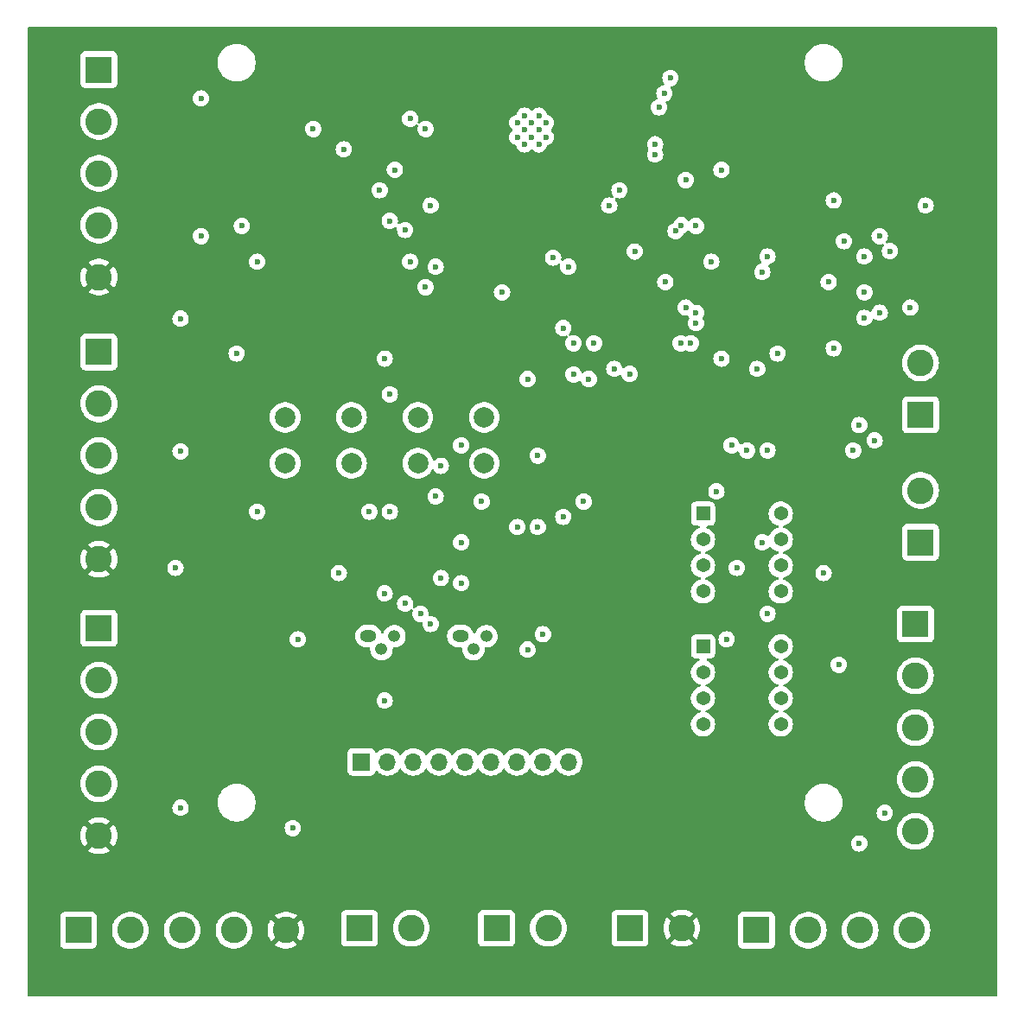
<source format=gbr>
%TF.GenerationSoftware,KiCad,Pcbnew,8.0.5*%
%TF.CreationDate,2024-10-29T07:25:13-05:00*%
%TF.ProjectId,Autonomous_Gardening_Rover_v2,4175746f-6e6f-46d6-9f75-735f47617264,rev?*%
%TF.SameCoordinates,Original*%
%TF.FileFunction,Copper,L4,Inr*%
%TF.FilePolarity,Positive*%
%FSLAX46Y46*%
G04 Gerber Fmt 4.6, Leading zero omitted, Abs format (unit mm)*
G04 Created by KiCad (PCBNEW 8.0.5) date 2024-10-29 07:25:13*
%MOMM*%
%LPD*%
G01*
G04 APERTURE LIST*
%TA.AperFunction,ComponentPad*%
%ADD10R,2.600000X2.600000*%
%TD*%
%TA.AperFunction,ComponentPad*%
%ADD11C,2.600000*%
%TD*%
%TA.AperFunction,ComponentPad*%
%ADD12R,1.371600X1.371600*%
%TD*%
%TA.AperFunction,ComponentPad*%
%ADD13C,1.371600*%
%TD*%
%TA.AperFunction,ComponentPad*%
%ADD14C,2.000000*%
%TD*%
%TA.AperFunction,ComponentPad*%
%ADD15O,1.600000X1.200000*%
%TD*%
%TA.AperFunction,ComponentPad*%
%ADD16O,1.200000X1.200000*%
%TD*%
%TA.AperFunction,HeatsinkPad*%
%ADD17C,0.600000*%
%TD*%
%TA.AperFunction,ComponentPad*%
%ADD18R,1.700000X1.700000*%
%TD*%
%TA.AperFunction,ComponentPad*%
%ADD19O,1.700000X1.700000*%
%TD*%
%TA.AperFunction,ViaPad*%
%ADD20C,0.600000*%
%TD*%
G04 APERTURE END LIST*
D10*
%TO.N,/MOTOR4PWM*%
%TO.C,J3*%
X37000000Y-39180000D03*
D11*
%TO.N,GND*%
X37000000Y-44260000D03*
%TO.N,+5V*%
X37000000Y-49340000D03*
%TO.N,/MOTOR4FG*%
X37000000Y-54420000D03*
%TO.N,+12V*%
X37000000Y-59500000D03*
%TD*%
D12*
%TO.N,Net-(U3A--)*%
%TO.C,U3*%
X96190000Y-82690000D03*
D13*
X96190000Y-85230000D03*
%TO.N,+3V3*%
X96190000Y-87770000D03*
%TO.N,GND*%
X96190000Y-90310000D03*
%TO.N,Net-(U3B-+)*%
X103810000Y-90310000D03*
%TO.N,Net-(U3B--)*%
X103810000Y-87770000D03*
X103810000Y-85230000D03*
%TO.N,+3V3*%
X103810000Y-82690000D03*
%TD*%
D12*
%TO.N,/Moisture_Sensor_Output*%
%TO.C,U4*%
X96190000Y-95690000D03*
D13*
%TO.N,Net-(U4A--)*%
X96190000Y-98230000D03*
%TO.N,Net-(U4A-+)*%
X96190000Y-100770000D03*
%TO.N,GND*%
X96190000Y-103310000D03*
%TO.N,unconnected-(U4B-+-Pad5)*%
X103810000Y-103310000D03*
%TO.N,unconnected-(U4B---Pad6)*%
X103810000Y-100770000D03*
%TO.N,unconnected-(U4-Pad7)*%
X103810000Y-98230000D03*
%TO.N,+3V3*%
X103810000Y-95690000D03*
%TD*%
D14*
%TO.N,GND*%
%TO.C,SW2*%
X74750000Y-77750000D03*
X68250000Y-77750000D03*
%TO.N,/GPIO0_STRAPPING*%
X74750000Y-73250000D03*
X68250000Y-73250000D03*
%TD*%
%TO.N,GND*%
%TO.C,SW1*%
X61750000Y-77750000D03*
X55250000Y-77750000D03*
%TO.N,/CHIP_PU*%
X61750000Y-73250000D03*
X55250000Y-73250000D03*
%TD*%
D10*
%TO.N,GND*%
%TO.C,J8*%
X62535000Y-123305000D03*
D11*
%TO.N,+3V3*%
X67615000Y-123305000D03*
%TD*%
D10*
%TO.N,GND*%
%TO.C,J6*%
X75955000Y-123305000D03*
D11*
%TO.N,+5V*%
X81035000Y-123305000D03*
%TD*%
D10*
%TO.N,GND*%
%TO.C,J5*%
X89035000Y-123305000D03*
D11*
%TO.N,+12V*%
X94115000Y-123305000D03*
%TD*%
%TO.N,/LINACT-*%
%TO.C,J4*%
X117500000Y-80420000D03*
D10*
%TO.N,/LINACT+*%
X117500000Y-85500000D03*
%TD*%
D11*
%TO.N,+12V*%
%TO.C,J1*%
X37000000Y-87160000D03*
%TO.N,/MOTOR3FG*%
X37000000Y-82080000D03*
%TO.N,+5V*%
X37000000Y-77000000D03*
%TO.N,GND*%
X37000000Y-71920000D03*
D10*
%TO.N,/MOTOR3PWM*%
X37000000Y-66840000D03*
%TD*%
D11*
%TO.N,/Input_Probe_2*%
%TO.C,J11*%
X117500000Y-67920000D03*
D10*
%TO.N,/Input_Probe_1*%
X117500000Y-73000000D03*
%TD*%
D11*
%TO.N,/UWBCS*%
%TO.C,J24*%
X116660000Y-123500000D03*
%TO.N,/UWBMISO*%
X111580000Y-123500000D03*
%TO.N,/UWBCLK*%
X106500000Y-123500000D03*
D10*
%TO.N,/UWBMOSI*%
X101420000Y-123500000D03*
%TD*%
D15*
%TO.N,/RTS*%
%TO.C,Q1*%
X72414724Y-94684724D03*
D16*
%TO.N,Net-(Q1-B)*%
X73684724Y-95954724D03*
%TO.N,Net-(Q1-C)*%
X74954724Y-94684724D03*
%TD*%
D11*
%TO.N,/MPUINT*%
%TO.C,J7*%
X117000000Y-113820000D03*
%TO.N,/MPUCS*%
X117000000Y-108740000D03*
%TO.N,/MPUMISO*%
X117000000Y-103660000D03*
%TO.N,/MPUCLK*%
X117000000Y-98580000D03*
D10*
%TO.N,/MPUMOSI*%
X117000000Y-93500000D03*
%TD*%
D11*
%TO.N,+12V*%
%TO.C,J12*%
X55320000Y-123500000D03*
%TO.N,/MOTOR1FG*%
X50240000Y-123500000D03*
%TO.N,+5V*%
X45160000Y-123500000D03*
%TO.N,GND*%
X40080000Y-123500000D03*
D10*
%TO.N,/MOTOR1PWM*%
X35000000Y-123500000D03*
%TD*%
D17*
%TO.N,GND*%
%TO.C,U1*%
X78000000Y-44400000D03*
X78000000Y-45800000D03*
X78700000Y-43700000D03*
X78700000Y-45100000D03*
X78700000Y-46500000D03*
X79400000Y-44400000D03*
X79400000Y-45800000D03*
X80100000Y-43700000D03*
X80100000Y-45100000D03*
X80100000Y-46500000D03*
X80800000Y-44400000D03*
X80800000Y-45800000D03*
%TD*%
D18*
%TO.N,/pH_Sensor*%
%TO.C,J10*%
X62720000Y-107000000D03*
D19*
%TO.N,+3V3*%
X65260000Y-107000000D03*
%TO.N,GND*%
X67800000Y-107000000D03*
%TO.N,/temp_Sensor*%
X70340000Y-107000000D03*
%TO.N,+3V3*%
X72880000Y-107000000D03*
%TO.N,GND*%
X75420000Y-107000000D03*
%TO.N,unconnected-(J10-Pin_7-Pad7)*%
X77960000Y-107000000D03*
%TO.N,unconnected-(J10-Pin_8-Pad8)*%
X80500000Y-107000000D03*
%TO.N,unconnected-(J10-Pin_9-Pad9)*%
X83040000Y-107000000D03*
%TD*%
D15*
%TO.N,/DTR*%
%TO.C,Q2*%
X63414724Y-94684724D03*
D16*
%TO.N,Net-(Q2-B)*%
X64684724Y-95954724D03*
%TO.N,Net-(Q2-C)*%
X65954724Y-94684724D03*
%TD*%
D11*
%TO.N,+12V*%
%TO.C,J14*%
X37000000Y-114240000D03*
%TO.N,/MOTOR2FG*%
X37000000Y-109160000D03*
%TO.N,+5V*%
X37000000Y-104080000D03*
%TO.N,GND*%
X37000000Y-99000000D03*
D10*
%TO.N,/MOTOR2PWM*%
X37000000Y-93920000D03*
%TD*%
D20*
%TO.N,GND*%
X116500000Y-62500000D03*
X61000000Y-47000000D03*
X70500000Y-78000000D03*
X72500000Y-76000000D03*
%TO.N,/MOTOR2PWM*%
X69500000Y-52500000D03*
X44500000Y-88000000D03*
%TO.N,GND*%
X118000000Y-52500000D03*
X109000000Y-66500000D03*
X102500000Y-57500000D03*
%TO.N,+3V3*%
X109000000Y-52000000D03*
X98000000Y-49000000D03*
%TO.N,GND*%
X110000000Y-56000000D03*
X108500000Y-60000000D03*
%TO.N,+3V3*%
X58000000Y-45000000D03*
%TO.N,/Moisture_Sensor_Output*%
X88000000Y-51000000D03*
X95500000Y-63000000D03*
X95000000Y-66000000D03*
%TO.N,+3V3*%
X111500000Y-74000000D03*
X99500000Y-88000000D03*
X102500000Y-92500000D03*
%TO.N,Net-(U4A-+)*%
X102500000Y-76500000D03*
X99000000Y-76000000D03*
%TO.N,Net-(U3B--)*%
X102000000Y-85500000D03*
X100500000Y-76500000D03*
%TO.N,/MPUINT*%
X64500000Y-51000000D03*
X67000000Y-54900000D03*
X111500000Y-115000000D03*
X67500000Y-58000000D03*
%TO.N,/MPUCS*%
X83000000Y-58500000D03*
X114000000Y-112000000D03*
%TO.N,/RTS*%
X70000000Y-81000000D03*
X84500000Y-81500000D03*
%TO.N,/DTR*%
X82500000Y-83000000D03*
X74500000Y-81500000D03*
%TO.N,/RTS*%
X95500000Y-64000000D03*
X102000000Y-59000000D03*
%TO.N,/TXD*%
X92400000Y-41500000D03*
X97000000Y-58000000D03*
%TO.N,/UWBCLK*%
X94065687Y-54434313D03*
X94500000Y-62500000D03*
X89000000Y-69000000D03*
X94000000Y-66000000D03*
X80500000Y-94500000D03*
X80000000Y-84000000D03*
%TO.N,/UWBMOSI*%
X93500000Y-55000000D03*
X78000000Y-84000000D03*
X87500000Y-68500000D03*
X79000000Y-96000000D03*
%TO.N,/D-*%
X112000000Y-63500000D03*
X112000000Y-61000000D03*
%TO.N,GND*%
X113500000Y-55500000D03*
%TO.N,/D+*%
X112000000Y-57500000D03*
X114500000Y-56961500D03*
%TO.N,+5V*%
X113500000Y-63000000D03*
%TO.N,/MPUMISO*%
X76500000Y-61000000D03*
%TO.N,+3V3*%
X79000000Y-69500000D03*
X65000000Y-67500000D03*
X50500000Y-67000000D03*
X60500000Y-88500000D03*
%TO.N,/MPUMOSI*%
X82500000Y-64500000D03*
X83500000Y-66000000D03*
X83500000Y-69050000D03*
X85000000Y-69500000D03*
X98000000Y-67500000D03*
X108000000Y-88500000D03*
%TO.N,/LINACT+*%
X94500000Y-50000000D03*
X95500000Y-54500000D03*
X103500000Y-67000000D03*
X110900000Y-76500000D03*
%TO.N,/LINACT-*%
X80000000Y-77000000D03*
X113000000Y-75500000D03*
%TO.N,/MPUCLK*%
X109500000Y-97500000D03*
X101500000Y-68500000D03*
%TO.N,/MPUINT*%
X87000000Y-52500000D03*
X92500000Y-60000000D03*
%TO.N,/MPUMISO*%
X81500000Y-57600000D03*
X85500000Y-66000000D03*
%TO.N,/Moisture_Sensor_Output*%
X98500000Y-95000000D03*
X97500000Y-80500000D03*
%TO.N,/temp_Sensor*%
X69000000Y-45000000D03*
X65000000Y-101000000D03*
%TO.N,/pH_Sensor*%
X67500000Y-44000000D03*
X56500000Y-95000000D03*
%TO.N,/MOTOR1FG*%
X52500000Y-58000000D03*
X56000000Y-113500000D03*
%TO.N,/MOTOR1PWM*%
X66000000Y-49000000D03*
X45000000Y-111500000D03*
%TO.N,/GPIO3_STRAPPING*%
X70000000Y-58500000D03*
X52500000Y-82500000D03*
%TO.N,Net-(Q2-C)*%
X68500000Y-92500000D03*
X72500000Y-89500000D03*
%TO.N,/DTR*%
X67000000Y-91500000D03*
X72500000Y-85500000D03*
%TO.N,/RTS*%
X69500000Y-93500000D03*
X70500000Y-89000000D03*
%TO.N,Net-(Q2-B)*%
X65500000Y-82500000D03*
X65000000Y-90500000D03*
%TO.N,/GPIO46_STRAPPING*%
X69000000Y-60500000D03*
X63500000Y-82500000D03*
%TO.N,/GPIO0_STRAPPING*%
X89500000Y-57000000D03*
X65500000Y-71000000D03*
%TO.N,/MOTOR3FG*%
X91500000Y-46500000D03*
X45000000Y-76580000D03*
%TO.N,/MOTOR3PWM*%
X45000000Y-63580000D03*
X91500000Y-47500000D03*
%TO.N,/MOTOR4FG*%
X91875735Y-42875735D03*
X47000000Y-55500000D03*
%TO.N,/MOTOR4PWM*%
X93000000Y-40000000D03*
X47000000Y-42000000D03*
%TO.N,/MOTOR2FG*%
X51000000Y-54500000D03*
X65500000Y-54000000D03*
%TD*%
%TA.AperFunction,Conductor*%
%TO.N,+12V*%
G36*
X124943039Y-35019685D02*
G01*
X124988794Y-35072489D01*
X125000000Y-35124000D01*
X125000000Y-129876000D01*
X124980315Y-129943039D01*
X124927511Y-129988794D01*
X124876000Y-130000000D01*
X30124000Y-130000000D01*
X30056961Y-129980315D01*
X30011206Y-129927511D01*
X30000000Y-129876000D01*
X30000000Y-122152135D01*
X33199500Y-122152135D01*
X33199500Y-124847870D01*
X33199501Y-124847876D01*
X33205908Y-124907483D01*
X33256202Y-125042328D01*
X33256206Y-125042335D01*
X33342452Y-125157544D01*
X33342455Y-125157547D01*
X33457664Y-125243793D01*
X33457671Y-125243797D01*
X33592517Y-125294091D01*
X33592516Y-125294091D01*
X33599444Y-125294835D01*
X33652127Y-125300500D01*
X36347872Y-125300499D01*
X36407483Y-125294091D01*
X36542331Y-125243796D01*
X36657546Y-125157546D01*
X36743796Y-125042331D01*
X36794091Y-124907483D01*
X36800500Y-124847873D01*
X36800499Y-123499995D01*
X38274451Y-123499995D01*
X38274451Y-123500004D01*
X38294616Y-123769101D01*
X38354664Y-124032188D01*
X38354666Y-124032195D01*
X38400901Y-124150000D01*
X38453257Y-124283398D01*
X38588185Y-124517102D01*
X38696459Y-124652873D01*
X38756442Y-124728089D01*
X38943183Y-124901358D01*
X38954259Y-124911635D01*
X39177226Y-125063651D01*
X39177229Y-125063652D01*
X39177230Y-125063653D01*
X39180609Y-125065280D01*
X39420359Y-125180738D01*
X39678228Y-125260280D01*
X39678229Y-125260280D01*
X39678232Y-125260281D01*
X39945063Y-125300499D01*
X39945068Y-125300499D01*
X39945071Y-125300500D01*
X39945072Y-125300500D01*
X40214928Y-125300500D01*
X40214929Y-125300500D01*
X40214936Y-125300499D01*
X40481767Y-125260281D01*
X40481768Y-125260280D01*
X40481772Y-125260280D01*
X40739641Y-125180738D01*
X40931765Y-125088216D01*
X40982767Y-125063655D01*
X40982767Y-125063654D01*
X40982775Y-125063651D01*
X41205741Y-124911635D01*
X41403561Y-124728085D01*
X41571815Y-124517102D01*
X41706743Y-124283398D01*
X41805334Y-124032195D01*
X41865383Y-123769103D01*
X41885549Y-123500000D01*
X41885549Y-123499995D01*
X43354451Y-123499995D01*
X43354451Y-123500004D01*
X43374616Y-123769101D01*
X43434664Y-124032188D01*
X43434666Y-124032195D01*
X43480901Y-124150000D01*
X43533257Y-124283398D01*
X43668185Y-124517102D01*
X43776459Y-124652873D01*
X43836442Y-124728089D01*
X44023183Y-124901358D01*
X44034259Y-124911635D01*
X44257226Y-125063651D01*
X44257229Y-125063652D01*
X44257230Y-125063653D01*
X44260609Y-125065280D01*
X44500359Y-125180738D01*
X44758228Y-125260280D01*
X44758229Y-125260280D01*
X44758232Y-125260281D01*
X45025063Y-125300499D01*
X45025068Y-125300499D01*
X45025071Y-125300500D01*
X45025072Y-125300500D01*
X45294928Y-125300500D01*
X45294929Y-125300500D01*
X45294936Y-125300499D01*
X45561767Y-125260281D01*
X45561768Y-125260280D01*
X45561772Y-125260280D01*
X45819641Y-125180738D01*
X46011765Y-125088216D01*
X46062767Y-125063655D01*
X46062767Y-125063654D01*
X46062775Y-125063651D01*
X46285741Y-124911635D01*
X46483561Y-124728085D01*
X46651815Y-124517102D01*
X46786743Y-124283398D01*
X46885334Y-124032195D01*
X46945383Y-123769103D01*
X46965549Y-123500000D01*
X46965549Y-123499995D01*
X48434451Y-123499995D01*
X48434451Y-123500004D01*
X48454616Y-123769101D01*
X48514664Y-124032188D01*
X48514666Y-124032195D01*
X48560901Y-124150000D01*
X48613257Y-124283398D01*
X48748185Y-124517102D01*
X48856459Y-124652873D01*
X48916442Y-124728089D01*
X49103183Y-124901358D01*
X49114259Y-124911635D01*
X49337226Y-125063651D01*
X49337229Y-125063652D01*
X49337230Y-125063653D01*
X49340609Y-125065280D01*
X49580359Y-125180738D01*
X49838228Y-125260280D01*
X49838229Y-125260280D01*
X49838232Y-125260281D01*
X50105063Y-125300499D01*
X50105068Y-125300499D01*
X50105071Y-125300500D01*
X50105072Y-125300500D01*
X50374928Y-125300500D01*
X50374929Y-125300500D01*
X50374936Y-125300499D01*
X50641767Y-125260281D01*
X50641768Y-125260280D01*
X50641772Y-125260280D01*
X50899641Y-125180738D01*
X51091765Y-125088216D01*
X51142767Y-125063655D01*
X51142767Y-125063654D01*
X51142775Y-125063651D01*
X51365741Y-124911635D01*
X51563561Y-124728085D01*
X51731815Y-124517102D01*
X51866743Y-124283398D01*
X51965334Y-124032195D01*
X52025383Y-123769103D01*
X52045549Y-123500000D01*
X52045549Y-123499995D01*
X53514953Y-123499995D01*
X53514953Y-123500004D01*
X53535113Y-123769026D01*
X53535113Y-123769028D01*
X53595142Y-124032033D01*
X53595148Y-124032052D01*
X53693709Y-124283181D01*
X53693708Y-124283181D01*
X53828602Y-124516822D01*
X53882294Y-124584151D01*
X53882295Y-124584151D01*
X54718958Y-123747488D01*
X54743978Y-123807890D01*
X54815112Y-123914351D01*
X54905649Y-124004888D01*
X55012110Y-124076022D01*
X55072510Y-124101041D01*
X54234848Y-124938702D01*
X54417483Y-125063220D01*
X54417485Y-125063221D01*
X54660539Y-125180269D01*
X54660537Y-125180269D01*
X54918337Y-125259790D01*
X54918343Y-125259792D01*
X55185101Y-125299999D01*
X55185110Y-125300000D01*
X55454890Y-125300000D01*
X55454898Y-125299999D01*
X55721656Y-125259792D01*
X55721662Y-125259790D01*
X55979461Y-125180269D01*
X56222521Y-125063218D01*
X56405150Y-124938702D01*
X55567488Y-124101041D01*
X55627890Y-124076022D01*
X55734351Y-124004888D01*
X55824888Y-123914351D01*
X55896022Y-123807890D01*
X55921041Y-123747488D01*
X56757703Y-124584151D01*
X56757704Y-124584150D01*
X56811393Y-124516828D01*
X56811400Y-124516817D01*
X56946290Y-124283181D01*
X57044851Y-124032052D01*
X57044857Y-124032033D01*
X57104886Y-123769028D01*
X57104886Y-123769026D01*
X57125047Y-123500004D01*
X57125047Y-123499995D01*
X57104886Y-123230973D01*
X57104886Y-123230971D01*
X57044857Y-122967966D01*
X57044851Y-122967947D01*
X56946290Y-122716818D01*
X56946291Y-122716818D01*
X56811397Y-122483177D01*
X56757704Y-122415847D01*
X55921041Y-123252510D01*
X55896022Y-123192110D01*
X55824888Y-123085649D01*
X55734351Y-122995112D01*
X55627890Y-122923978D01*
X55567488Y-122898958D01*
X56405150Y-122061296D01*
X56252374Y-121957135D01*
X60734500Y-121957135D01*
X60734500Y-124652870D01*
X60734501Y-124652876D01*
X60740908Y-124712483D01*
X60791202Y-124847328D01*
X60791206Y-124847335D01*
X60877452Y-124962544D01*
X60877455Y-124962547D01*
X60992664Y-125048793D01*
X60992671Y-125048797D01*
X61127517Y-125099091D01*
X61127516Y-125099091D01*
X61134444Y-125099835D01*
X61187127Y-125105500D01*
X63882872Y-125105499D01*
X63942483Y-125099091D01*
X64077331Y-125048796D01*
X64192546Y-124962546D01*
X64278796Y-124847331D01*
X64329091Y-124712483D01*
X64335500Y-124652873D01*
X64335499Y-123304995D01*
X65809451Y-123304995D01*
X65809451Y-123305004D01*
X65829616Y-123574101D01*
X65889664Y-123837188D01*
X65889666Y-123837195D01*
X65966142Y-124032052D01*
X65988257Y-124088398D01*
X66123185Y-124322102D01*
X66176655Y-124389151D01*
X66291442Y-124533089D01*
X66478183Y-124706358D01*
X66489259Y-124716635D01*
X66712226Y-124868651D01*
X66955359Y-124985738D01*
X67213228Y-125065280D01*
X67213229Y-125065280D01*
X67213232Y-125065281D01*
X67480063Y-125105499D01*
X67480068Y-125105499D01*
X67480071Y-125105500D01*
X67480072Y-125105500D01*
X67749928Y-125105500D01*
X67749929Y-125105500D01*
X67749936Y-125105499D01*
X68016767Y-125065281D01*
X68016768Y-125065280D01*
X68016772Y-125065280D01*
X68274641Y-124985738D01*
X68517775Y-124868651D01*
X68740741Y-124716635D01*
X68938561Y-124533085D01*
X69106815Y-124322102D01*
X69241743Y-124088398D01*
X69340334Y-123837195D01*
X69400383Y-123574103D01*
X69420549Y-123305000D01*
X69415001Y-123230971D01*
X69400389Y-123035973D01*
X69400383Y-123035897D01*
X69340334Y-122772805D01*
X69241743Y-122521602D01*
X69106815Y-122287898D01*
X68938561Y-122076915D01*
X68938560Y-122076914D01*
X68938557Y-122076910D01*
X68809469Y-121957135D01*
X74154500Y-121957135D01*
X74154500Y-124652870D01*
X74154501Y-124652876D01*
X74160908Y-124712483D01*
X74211202Y-124847328D01*
X74211206Y-124847335D01*
X74297452Y-124962544D01*
X74297455Y-124962547D01*
X74412664Y-125048793D01*
X74412671Y-125048797D01*
X74547517Y-125099091D01*
X74547516Y-125099091D01*
X74554444Y-125099835D01*
X74607127Y-125105500D01*
X77302872Y-125105499D01*
X77362483Y-125099091D01*
X77497331Y-125048796D01*
X77612546Y-124962546D01*
X77698796Y-124847331D01*
X77749091Y-124712483D01*
X77755500Y-124652873D01*
X77755499Y-123304995D01*
X79229451Y-123304995D01*
X79229451Y-123305004D01*
X79249616Y-123574101D01*
X79309664Y-123837188D01*
X79309666Y-123837195D01*
X79386142Y-124032052D01*
X79408257Y-124088398D01*
X79543185Y-124322102D01*
X79596655Y-124389151D01*
X79711442Y-124533089D01*
X79898183Y-124706358D01*
X79909259Y-124716635D01*
X80132226Y-124868651D01*
X80375359Y-124985738D01*
X80633228Y-125065280D01*
X80633229Y-125065280D01*
X80633232Y-125065281D01*
X80900063Y-125105499D01*
X80900068Y-125105499D01*
X80900071Y-125105500D01*
X80900072Y-125105500D01*
X81169928Y-125105500D01*
X81169929Y-125105500D01*
X81169936Y-125105499D01*
X81436767Y-125065281D01*
X81436768Y-125065280D01*
X81436772Y-125065280D01*
X81694641Y-124985738D01*
X81937775Y-124868651D01*
X82160741Y-124716635D01*
X82358561Y-124533085D01*
X82526815Y-124322102D01*
X82661743Y-124088398D01*
X82760334Y-123837195D01*
X82820383Y-123574103D01*
X82840549Y-123305000D01*
X82835001Y-123230971D01*
X82820389Y-123035973D01*
X82820383Y-123035897D01*
X82760334Y-122772805D01*
X82661743Y-122521602D01*
X82526815Y-122287898D01*
X82358561Y-122076915D01*
X82358560Y-122076914D01*
X82358557Y-122076910D01*
X82229469Y-121957135D01*
X87234500Y-121957135D01*
X87234500Y-124652870D01*
X87234501Y-124652876D01*
X87240908Y-124712483D01*
X87291202Y-124847328D01*
X87291206Y-124847335D01*
X87377452Y-124962544D01*
X87377455Y-124962547D01*
X87492664Y-125048793D01*
X87492671Y-125048797D01*
X87627517Y-125099091D01*
X87627516Y-125099091D01*
X87634444Y-125099835D01*
X87687127Y-125105500D01*
X90382872Y-125105499D01*
X90442483Y-125099091D01*
X90577331Y-125048796D01*
X90692546Y-124962546D01*
X90778796Y-124847331D01*
X90829091Y-124712483D01*
X90835500Y-124652873D01*
X90835499Y-123304995D01*
X92309953Y-123304995D01*
X92309953Y-123305004D01*
X92330113Y-123574026D01*
X92330113Y-123574028D01*
X92390142Y-123837033D01*
X92390148Y-123837052D01*
X92488709Y-124088181D01*
X92488708Y-124088181D01*
X92623602Y-124321822D01*
X92677294Y-124389151D01*
X92677295Y-124389151D01*
X93513958Y-123552488D01*
X93538978Y-123612890D01*
X93610112Y-123719351D01*
X93700649Y-123809888D01*
X93807110Y-123881022D01*
X93867510Y-123906041D01*
X93029848Y-124743702D01*
X93212483Y-124868220D01*
X93212485Y-124868221D01*
X93455539Y-124985269D01*
X93455537Y-124985269D01*
X93713337Y-125064790D01*
X93713343Y-125064792D01*
X93980101Y-125104999D01*
X93980110Y-125105000D01*
X94249890Y-125105000D01*
X94249898Y-125104999D01*
X94516656Y-125064792D01*
X94516662Y-125064790D01*
X94774461Y-124985269D01*
X95017521Y-124868218D01*
X95200150Y-124743702D01*
X94362488Y-123906041D01*
X94422890Y-123881022D01*
X94529351Y-123809888D01*
X94619888Y-123719351D01*
X94691022Y-123612890D01*
X94716041Y-123552488D01*
X95552703Y-124389151D01*
X95552704Y-124389150D01*
X95606393Y-124321828D01*
X95606400Y-124321817D01*
X95741290Y-124088181D01*
X95839851Y-123837052D01*
X95839857Y-123837033D01*
X95899886Y-123574028D01*
X95899886Y-123574026D01*
X95920047Y-123305004D01*
X95920047Y-123304995D01*
X95899886Y-123035973D01*
X95899886Y-123035971D01*
X95839857Y-122772966D01*
X95839851Y-122772947D01*
X95741290Y-122521818D01*
X95741291Y-122521818D01*
X95606397Y-122288177D01*
X95552704Y-122220847D01*
X94716041Y-123057510D01*
X94691022Y-122997110D01*
X94619888Y-122890649D01*
X94529351Y-122800112D01*
X94422890Y-122728978D01*
X94362488Y-122703958D01*
X94914311Y-122152135D01*
X99619500Y-122152135D01*
X99619500Y-124847870D01*
X99619501Y-124847876D01*
X99625908Y-124907483D01*
X99676202Y-125042328D01*
X99676206Y-125042335D01*
X99762452Y-125157544D01*
X99762455Y-125157547D01*
X99877664Y-125243793D01*
X99877671Y-125243797D01*
X100012517Y-125294091D01*
X100012516Y-125294091D01*
X100019444Y-125294835D01*
X100072127Y-125300500D01*
X102767872Y-125300499D01*
X102827483Y-125294091D01*
X102962331Y-125243796D01*
X103077546Y-125157546D01*
X103163796Y-125042331D01*
X103214091Y-124907483D01*
X103220500Y-124847873D01*
X103220499Y-123499995D01*
X104694451Y-123499995D01*
X104694451Y-123500004D01*
X104714616Y-123769101D01*
X104774664Y-124032188D01*
X104774666Y-124032195D01*
X104820901Y-124150000D01*
X104873257Y-124283398D01*
X105008185Y-124517102D01*
X105116459Y-124652873D01*
X105176442Y-124728089D01*
X105363183Y-124901358D01*
X105374259Y-124911635D01*
X105597226Y-125063651D01*
X105597229Y-125063652D01*
X105597230Y-125063653D01*
X105600609Y-125065280D01*
X105840359Y-125180738D01*
X106098228Y-125260280D01*
X106098229Y-125260280D01*
X106098232Y-125260281D01*
X106365063Y-125300499D01*
X106365068Y-125300499D01*
X106365071Y-125300500D01*
X106365072Y-125300500D01*
X106634928Y-125300500D01*
X106634929Y-125300500D01*
X106634936Y-125300499D01*
X106901767Y-125260281D01*
X106901768Y-125260280D01*
X106901772Y-125260280D01*
X107159641Y-125180738D01*
X107351765Y-125088216D01*
X107402767Y-125063655D01*
X107402767Y-125063654D01*
X107402775Y-125063651D01*
X107625741Y-124911635D01*
X107823561Y-124728085D01*
X107991815Y-124517102D01*
X108126743Y-124283398D01*
X108225334Y-124032195D01*
X108285383Y-123769103D01*
X108305549Y-123500000D01*
X108305549Y-123499995D01*
X109774451Y-123499995D01*
X109774451Y-123500004D01*
X109794616Y-123769101D01*
X109854664Y-124032188D01*
X109854666Y-124032195D01*
X109900901Y-124150000D01*
X109953257Y-124283398D01*
X110088185Y-124517102D01*
X110196459Y-124652873D01*
X110256442Y-124728089D01*
X110443183Y-124901358D01*
X110454259Y-124911635D01*
X110677226Y-125063651D01*
X110677229Y-125063652D01*
X110677230Y-125063653D01*
X110680609Y-125065280D01*
X110920359Y-125180738D01*
X111178228Y-125260280D01*
X111178229Y-125260280D01*
X111178232Y-125260281D01*
X111445063Y-125300499D01*
X111445068Y-125300499D01*
X111445071Y-125300500D01*
X111445072Y-125300500D01*
X111714928Y-125300500D01*
X111714929Y-125300500D01*
X111714936Y-125300499D01*
X111981767Y-125260281D01*
X111981768Y-125260280D01*
X111981772Y-125260280D01*
X112239641Y-125180738D01*
X112431765Y-125088216D01*
X112482767Y-125063655D01*
X112482767Y-125063654D01*
X112482775Y-125063651D01*
X112705741Y-124911635D01*
X112903561Y-124728085D01*
X113071815Y-124517102D01*
X113206743Y-124283398D01*
X113305334Y-124032195D01*
X113365383Y-123769103D01*
X113385549Y-123500000D01*
X113385549Y-123499995D01*
X114854451Y-123499995D01*
X114854451Y-123500004D01*
X114874616Y-123769101D01*
X114934664Y-124032188D01*
X114934666Y-124032195D01*
X114980901Y-124150000D01*
X115033257Y-124283398D01*
X115168185Y-124517102D01*
X115276459Y-124652873D01*
X115336442Y-124728089D01*
X115523183Y-124901358D01*
X115534259Y-124911635D01*
X115757226Y-125063651D01*
X115757229Y-125063652D01*
X115757230Y-125063653D01*
X115760609Y-125065280D01*
X116000359Y-125180738D01*
X116258228Y-125260280D01*
X116258229Y-125260280D01*
X116258232Y-125260281D01*
X116525063Y-125300499D01*
X116525068Y-125300499D01*
X116525071Y-125300500D01*
X116525072Y-125300500D01*
X116794928Y-125300500D01*
X116794929Y-125300500D01*
X116794936Y-125300499D01*
X117061767Y-125260281D01*
X117061768Y-125260280D01*
X117061772Y-125260280D01*
X117319641Y-125180738D01*
X117511765Y-125088216D01*
X117562767Y-125063655D01*
X117562767Y-125063654D01*
X117562775Y-125063651D01*
X117785741Y-124911635D01*
X117983561Y-124728085D01*
X118151815Y-124517102D01*
X118286743Y-124283398D01*
X118385334Y-124032195D01*
X118445383Y-123769103D01*
X118465549Y-123500000D01*
X118465144Y-123494598D01*
X118445389Y-123230973D01*
X118445383Y-123230897D01*
X118385334Y-122967805D01*
X118286743Y-122716602D01*
X118151815Y-122482898D01*
X117983561Y-122271915D01*
X117983560Y-122271914D01*
X117983557Y-122271910D01*
X117785741Y-122088365D01*
X117746038Y-122061296D01*
X117562775Y-121936349D01*
X117562769Y-121936346D01*
X117562768Y-121936345D01*
X117562767Y-121936344D01*
X117319643Y-121819263D01*
X117319645Y-121819263D01*
X117061773Y-121739720D01*
X117061767Y-121739718D01*
X116794936Y-121699500D01*
X116794929Y-121699500D01*
X116525071Y-121699500D01*
X116525063Y-121699500D01*
X116258232Y-121739718D01*
X116258226Y-121739720D01*
X116000358Y-121819262D01*
X115757230Y-121936346D01*
X115534258Y-122088365D01*
X115336442Y-122271910D01*
X115168185Y-122482898D01*
X115033258Y-122716599D01*
X115033256Y-122716603D01*
X114934666Y-122967804D01*
X114934664Y-122967811D01*
X114874616Y-123230898D01*
X114854451Y-123499995D01*
X113385549Y-123499995D01*
X113385144Y-123494598D01*
X113365389Y-123230973D01*
X113365383Y-123230897D01*
X113305334Y-122967805D01*
X113206743Y-122716602D01*
X113071815Y-122482898D01*
X112903561Y-122271915D01*
X112903560Y-122271914D01*
X112903557Y-122271910D01*
X112705741Y-122088365D01*
X112666038Y-122061296D01*
X112482775Y-121936349D01*
X112482769Y-121936346D01*
X112482768Y-121936345D01*
X112482767Y-121936344D01*
X112239643Y-121819263D01*
X112239645Y-121819263D01*
X111981773Y-121739720D01*
X111981767Y-121739718D01*
X111714936Y-121699500D01*
X111714929Y-121699500D01*
X111445071Y-121699500D01*
X111445063Y-121699500D01*
X111178232Y-121739718D01*
X111178226Y-121739720D01*
X110920358Y-121819262D01*
X110677230Y-121936346D01*
X110454258Y-122088365D01*
X110256442Y-122271910D01*
X110088185Y-122482898D01*
X109953258Y-122716599D01*
X109953256Y-122716603D01*
X109854666Y-122967804D01*
X109854664Y-122967811D01*
X109794616Y-123230898D01*
X109774451Y-123499995D01*
X108305549Y-123499995D01*
X108305144Y-123494598D01*
X108285389Y-123230973D01*
X108285383Y-123230897D01*
X108225334Y-122967805D01*
X108126743Y-122716602D01*
X107991815Y-122482898D01*
X107823561Y-122271915D01*
X107823560Y-122271914D01*
X107823557Y-122271910D01*
X107625741Y-122088365D01*
X107586038Y-122061296D01*
X107402775Y-121936349D01*
X107402769Y-121936346D01*
X107402768Y-121936345D01*
X107402767Y-121936344D01*
X107159643Y-121819263D01*
X107159645Y-121819263D01*
X106901773Y-121739720D01*
X106901767Y-121739718D01*
X106634936Y-121699500D01*
X106634929Y-121699500D01*
X106365071Y-121699500D01*
X106365063Y-121699500D01*
X106098232Y-121739718D01*
X106098226Y-121739720D01*
X105840358Y-121819262D01*
X105597230Y-121936346D01*
X105374258Y-122088365D01*
X105176442Y-122271910D01*
X105008185Y-122482898D01*
X104873258Y-122716599D01*
X104873256Y-122716603D01*
X104774666Y-122967804D01*
X104774664Y-122967811D01*
X104714616Y-123230898D01*
X104694451Y-123499995D01*
X103220499Y-123499995D01*
X103220499Y-122152128D01*
X103214091Y-122092517D01*
X103212542Y-122088365D01*
X103163797Y-121957671D01*
X103163793Y-121957664D01*
X103077547Y-121842455D01*
X103077544Y-121842452D01*
X102962335Y-121756206D01*
X102962328Y-121756202D01*
X102827482Y-121705908D01*
X102827483Y-121705908D01*
X102767883Y-121699501D01*
X102767881Y-121699500D01*
X102767873Y-121699500D01*
X102767864Y-121699500D01*
X100072129Y-121699500D01*
X100072123Y-121699501D01*
X100012516Y-121705908D01*
X99877671Y-121756202D01*
X99877664Y-121756206D01*
X99762455Y-121842452D01*
X99762452Y-121842455D01*
X99676206Y-121957664D01*
X99676202Y-121957671D01*
X99625908Y-122092517D01*
X99619501Y-122152116D01*
X99619501Y-122152123D01*
X99619500Y-122152135D01*
X94914311Y-122152135D01*
X95200150Y-121866296D01*
X95017517Y-121741779D01*
X95017516Y-121741778D01*
X94774460Y-121624730D01*
X94774462Y-121624730D01*
X94516662Y-121545209D01*
X94516656Y-121545207D01*
X94249898Y-121505000D01*
X93980101Y-121505000D01*
X93713343Y-121545207D01*
X93713337Y-121545209D01*
X93455538Y-121624730D01*
X93212485Y-121741778D01*
X93212476Y-121741783D01*
X93029848Y-121866296D01*
X93867511Y-122703958D01*
X93807110Y-122728978D01*
X93700649Y-122800112D01*
X93610112Y-122890649D01*
X93538978Y-122997110D01*
X93513958Y-123057511D01*
X92677295Y-122220848D01*
X92623600Y-122288180D01*
X92488709Y-122521818D01*
X92390148Y-122772947D01*
X92390142Y-122772966D01*
X92330113Y-123035971D01*
X92330113Y-123035973D01*
X92309953Y-123304995D01*
X90835499Y-123304995D01*
X90835499Y-121957128D01*
X90829091Y-121897517D01*
X90827542Y-121893365D01*
X90778797Y-121762671D01*
X90778793Y-121762664D01*
X90692547Y-121647455D01*
X90692544Y-121647452D01*
X90577335Y-121561206D01*
X90577328Y-121561202D01*
X90442482Y-121510908D01*
X90442483Y-121510908D01*
X90382883Y-121504501D01*
X90382881Y-121504500D01*
X90382873Y-121504500D01*
X90382864Y-121504500D01*
X87687129Y-121504500D01*
X87687123Y-121504501D01*
X87627516Y-121510908D01*
X87492671Y-121561202D01*
X87492664Y-121561206D01*
X87377455Y-121647452D01*
X87377452Y-121647455D01*
X87291206Y-121762664D01*
X87291202Y-121762671D01*
X87240908Y-121897517D01*
X87236687Y-121936783D01*
X87234501Y-121957123D01*
X87234500Y-121957135D01*
X82229469Y-121957135D01*
X82160741Y-121893365D01*
X82086068Y-121842454D01*
X81937775Y-121741349D01*
X81937769Y-121741346D01*
X81937768Y-121741345D01*
X81937767Y-121741344D01*
X81694643Y-121624263D01*
X81694645Y-121624263D01*
X81436773Y-121544720D01*
X81436767Y-121544718D01*
X81169936Y-121504500D01*
X81169929Y-121504500D01*
X80900071Y-121504500D01*
X80900063Y-121504500D01*
X80633232Y-121544718D01*
X80633226Y-121544720D01*
X80375358Y-121624262D01*
X80132230Y-121741346D01*
X79909258Y-121893365D01*
X79711442Y-122076910D01*
X79543185Y-122287898D01*
X79408258Y-122521599D01*
X79408256Y-122521603D01*
X79309666Y-122772804D01*
X79309664Y-122772811D01*
X79249616Y-123035898D01*
X79229451Y-123304995D01*
X77755499Y-123304995D01*
X77755499Y-121957128D01*
X77749091Y-121897517D01*
X77747542Y-121893365D01*
X77698797Y-121762671D01*
X77698793Y-121762664D01*
X77612547Y-121647455D01*
X77612544Y-121647452D01*
X77497335Y-121561206D01*
X77497328Y-121561202D01*
X77362482Y-121510908D01*
X77362483Y-121510908D01*
X77302883Y-121504501D01*
X77302881Y-121504500D01*
X77302873Y-121504500D01*
X77302864Y-121504500D01*
X74607129Y-121504500D01*
X74607123Y-121504501D01*
X74547516Y-121510908D01*
X74412671Y-121561202D01*
X74412664Y-121561206D01*
X74297455Y-121647452D01*
X74297452Y-121647455D01*
X74211206Y-121762664D01*
X74211202Y-121762671D01*
X74160908Y-121897517D01*
X74156687Y-121936783D01*
X74154501Y-121957123D01*
X74154500Y-121957135D01*
X68809469Y-121957135D01*
X68740741Y-121893365D01*
X68666068Y-121842454D01*
X68517775Y-121741349D01*
X68517769Y-121741346D01*
X68517768Y-121741345D01*
X68517767Y-121741344D01*
X68274643Y-121624263D01*
X68274645Y-121624263D01*
X68016773Y-121544720D01*
X68016767Y-121544718D01*
X67749936Y-121504500D01*
X67749929Y-121504500D01*
X67480071Y-121504500D01*
X67480063Y-121504500D01*
X67213232Y-121544718D01*
X67213226Y-121544720D01*
X66955358Y-121624262D01*
X66712230Y-121741346D01*
X66489258Y-121893365D01*
X66291442Y-122076910D01*
X66123185Y-122287898D01*
X65988258Y-122521599D01*
X65988256Y-122521603D01*
X65889666Y-122772804D01*
X65889664Y-122772811D01*
X65829616Y-123035898D01*
X65809451Y-123304995D01*
X64335499Y-123304995D01*
X64335499Y-121957128D01*
X64329091Y-121897517D01*
X64327542Y-121893365D01*
X64278797Y-121762671D01*
X64278793Y-121762664D01*
X64192547Y-121647455D01*
X64192544Y-121647452D01*
X64077335Y-121561206D01*
X64077328Y-121561202D01*
X63942482Y-121510908D01*
X63942483Y-121510908D01*
X63882883Y-121504501D01*
X63882881Y-121504500D01*
X63882873Y-121504500D01*
X63882864Y-121504500D01*
X61187129Y-121504500D01*
X61187123Y-121504501D01*
X61127516Y-121510908D01*
X60992671Y-121561202D01*
X60992664Y-121561206D01*
X60877455Y-121647452D01*
X60877452Y-121647455D01*
X60791206Y-121762664D01*
X60791202Y-121762671D01*
X60740908Y-121897517D01*
X60736687Y-121936783D01*
X60734501Y-121957123D01*
X60734500Y-121957135D01*
X56252374Y-121957135D01*
X56222517Y-121936779D01*
X56222516Y-121936778D01*
X55979460Y-121819730D01*
X55979462Y-121819730D01*
X55721662Y-121740209D01*
X55721656Y-121740207D01*
X55454898Y-121700000D01*
X55185101Y-121700000D01*
X54918343Y-121740207D01*
X54918337Y-121740209D01*
X54660538Y-121819730D01*
X54417485Y-121936778D01*
X54417476Y-121936783D01*
X54234848Y-122061296D01*
X55072511Y-122898958D01*
X55012110Y-122923978D01*
X54905649Y-122995112D01*
X54815112Y-123085649D01*
X54743978Y-123192110D01*
X54718958Y-123252511D01*
X53882295Y-122415848D01*
X53828600Y-122483180D01*
X53693709Y-122716818D01*
X53595148Y-122967947D01*
X53595142Y-122967966D01*
X53535113Y-123230971D01*
X53535113Y-123230973D01*
X53514953Y-123499995D01*
X52045549Y-123499995D01*
X52045144Y-123494598D01*
X52025389Y-123230973D01*
X52025383Y-123230897D01*
X51965334Y-122967805D01*
X51866743Y-122716602D01*
X51731815Y-122482898D01*
X51563561Y-122271915D01*
X51563560Y-122271914D01*
X51563557Y-122271910D01*
X51365741Y-122088365D01*
X51326038Y-122061296D01*
X51142775Y-121936349D01*
X51142769Y-121936346D01*
X51142768Y-121936345D01*
X51142767Y-121936344D01*
X50899643Y-121819263D01*
X50899645Y-121819263D01*
X50641773Y-121739720D01*
X50641767Y-121739718D01*
X50374936Y-121699500D01*
X50374929Y-121699500D01*
X50105071Y-121699500D01*
X50105063Y-121699500D01*
X49838232Y-121739718D01*
X49838226Y-121739720D01*
X49580358Y-121819262D01*
X49337230Y-121936346D01*
X49114258Y-122088365D01*
X48916442Y-122271910D01*
X48748185Y-122482898D01*
X48613258Y-122716599D01*
X48613256Y-122716603D01*
X48514666Y-122967804D01*
X48514664Y-122967811D01*
X48454616Y-123230898D01*
X48434451Y-123499995D01*
X46965549Y-123499995D01*
X46965144Y-123494598D01*
X46945389Y-123230973D01*
X46945383Y-123230897D01*
X46885334Y-122967805D01*
X46786743Y-122716602D01*
X46651815Y-122482898D01*
X46483561Y-122271915D01*
X46483560Y-122271914D01*
X46483557Y-122271910D01*
X46285741Y-122088365D01*
X46246038Y-122061296D01*
X46062775Y-121936349D01*
X46062769Y-121936346D01*
X46062768Y-121936345D01*
X46062767Y-121936344D01*
X45819643Y-121819263D01*
X45819645Y-121819263D01*
X45561773Y-121739720D01*
X45561767Y-121739718D01*
X45294936Y-121699500D01*
X45294929Y-121699500D01*
X45025071Y-121699500D01*
X45025063Y-121699500D01*
X44758232Y-121739718D01*
X44758226Y-121739720D01*
X44500358Y-121819262D01*
X44257230Y-121936346D01*
X44034258Y-122088365D01*
X43836442Y-122271910D01*
X43668185Y-122482898D01*
X43533258Y-122716599D01*
X43533256Y-122716603D01*
X43434666Y-122967804D01*
X43434664Y-122967811D01*
X43374616Y-123230898D01*
X43354451Y-123499995D01*
X41885549Y-123499995D01*
X41885144Y-123494598D01*
X41865389Y-123230973D01*
X41865383Y-123230897D01*
X41805334Y-122967805D01*
X41706743Y-122716602D01*
X41571815Y-122482898D01*
X41403561Y-122271915D01*
X41403560Y-122271914D01*
X41403557Y-122271910D01*
X41205741Y-122088365D01*
X41166038Y-122061296D01*
X40982775Y-121936349D01*
X40982769Y-121936346D01*
X40982768Y-121936345D01*
X40982767Y-121936344D01*
X40739643Y-121819263D01*
X40739645Y-121819263D01*
X40481773Y-121739720D01*
X40481767Y-121739718D01*
X40214936Y-121699500D01*
X40214929Y-121699500D01*
X39945071Y-121699500D01*
X39945063Y-121699500D01*
X39678232Y-121739718D01*
X39678226Y-121739720D01*
X39420358Y-121819262D01*
X39177230Y-121936346D01*
X38954258Y-122088365D01*
X38756442Y-122271910D01*
X38588185Y-122482898D01*
X38453258Y-122716599D01*
X38453256Y-122716603D01*
X38354666Y-122967804D01*
X38354664Y-122967811D01*
X38294616Y-123230898D01*
X38274451Y-123499995D01*
X36800499Y-123499995D01*
X36800499Y-122152128D01*
X36794091Y-122092517D01*
X36792542Y-122088365D01*
X36743797Y-121957671D01*
X36743793Y-121957664D01*
X36657547Y-121842455D01*
X36657544Y-121842452D01*
X36542335Y-121756206D01*
X36542328Y-121756202D01*
X36407482Y-121705908D01*
X36407483Y-121705908D01*
X36347883Y-121699501D01*
X36347881Y-121699500D01*
X36347873Y-121699500D01*
X36347864Y-121699500D01*
X33652129Y-121699500D01*
X33652123Y-121699501D01*
X33592516Y-121705908D01*
X33457671Y-121756202D01*
X33457664Y-121756206D01*
X33342455Y-121842452D01*
X33342452Y-121842455D01*
X33256206Y-121957664D01*
X33256202Y-121957671D01*
X33205908Y-122092517D01*
X33199501Y-122152116D01*
X33199501Y-122152123D01*
X33199500Y-122152135D01*
X30000000Y-122152135D01*
X30000000Y-114239995D01*
X35194953Y-114239995D01*
X35194953Y-114240004D01*
X35215113Y-114509026D01*
X35215113Y-114509028D01*
X35275142Y-114772033D01*
X35275148Y-114772052D01*
X35373709Y-115023181D01*
X35373708Y-115023181D01*
X35508602Y-115256822D01*
X35562294Y-115324151D01*
X35562295Y-115324151D01*
X36398958Y-114487488D01*
X36423978Y-114547890D01*
X36495112Y-114654351D01*
X36585649Y-114744888D01*
X36692110Y-114816022D01*
X36752510Y-114841041D01*
X35914848Y-115678702D01*
X36097483Y-115803220D01*
X36097485Y-115803221D01*
X36340539Y-115920269D01*
X36340537Y-115920269D01*
X36598337Y-115999790D01*
X36598343Y-115999792D01*
X36865101Y-116039999D01*
X36865110Y-116040000D01*
X37134890Y-116040000D01*
X37134898Y-116039999D01*
X37401656Y-115999792D01*
X37401662Y-115999790D01*
X37659461Y-115920269D01*
X37902521Y-115803218D01*
X38085150Y-115678702D01*
X37247488Y-114841041D01*
X37307890Y-114816022D01*
X37414351Y-114744888D01*
X37504888Y-114654351D01*
X37576022Y-114547890D01*
X37601041Y-114487488D01*
X38437703Y-115324151D01*
X38437704Y-115324150D01*
X38491393Y-115256828D01*
X38491400Y-115256817D01*
X38626290Y-115023181D01*
X38635389Y-114999996D01*
X110694435Y-114999996D01*
X110694435Y-115000003D01*
X110714630Y-115179249D01*
X110714631Y-115179254D01*
X110774211Y-115349523D01*
X110795658Y-115383655D01*
X110870184Y-115502262D01*
X110997738Y-115629816D01*
X111150478Y-115725789D01*
X111320745Y-115785368D01*
X111320750Y-115785369D01*
X111499996Y-115805565D01*
X111500000Y-115805565D01*
X111500004Y-115805565D01*
X111679249Y-115785369D01*
X111679252Y-115785368D01*
X111679255Y-115785368D01*
X111849522Y-115725789D01*
X112002262Y-115629816D01*
X112129816Y-115502262D01*
X112225789Y-115349522D01*
X112285368Y-115179255D01*
X112300147Y-115048089D01*
X112305565Y-115000003D01*
X112305565Y-114999996D01*
X112285369Y-114820750D01*
X112285368Y-114820745D01*
X112283715Y-114816022D01*
X112225789Y-114650478D01*
X112129816Y-114497738D01*
X112002262Y-114370184D01*
X111899422Y-114305565D01*
X111849523Y-114274211D01*
X111679254Y-114214631D01*
X111679249Y-114214630D01*
X111500004Y-114194435D01*
X111499996Y-114194435D01*
X111320750Y-114214630D01*
X111320745Y-114214631D01*
X111150476Y-114274211D01*
X110997737Y-114370184D01*
X110870184Y-114497737D01*
X110774211Y-114650476D01*
X110714631Y-114820745D01*
X110714630Y-114820750D01*
X110694435Y-114999996D01*
X38635389Y-114999996D01*
X38724851Y-114772052D01*
X38724857Y-114772033D01*
X38784886Y-114509028D01*
X38784886Y-114509026D01*
X38805047Y-114240004D01*
X38805047Y-114239995D01*
X38784886Y-113970973D01*
X38784886Y-113970971D01*
X38724857Y-113707966D01*
X38724851Y-113707947D01*
X38643236Y-113499996D01*
X55194435Y-113499996D01*
X55194435Y-113500003D01*
X55214630Y-113679249D01*
X55214631Y-113679254D01*
X55274211Y-113849523D01*
X55350524Y-113970973D01*
X55370184Y-114002262D01*
X55497738Y-114129816D01*
X55571209Y-114175981D01*
X55632721Y-114214632D01*
X55650478Y-114225789D01*
X55788860Y-114274211D01*
X55820745Y-114285368D01*
X55820750Y-114285369D01*
X55999996Y-114305565D01*
X56000000Y-114305565D01*
X56000004Y-114305565D01*
X56179249Y-114285369D01*
X56179252Y-114285368D01*
X56179255Y-114285368D01*
X56349522Y-114225789D01*
X56502262Y-114129816D01*
X56629816Y-114002262D01*
X56725789Y-113849522D01*
X56736121Y-113819995D01*
X115194451Y-113819995D01*
X115194451Y-113820004D01*
X115214616Y-114089101D01*
X115259413Y-114285368D01*
X115274666Y-114352195D01*
X115373257Y-114603398D01*
X115508185Y-114837102D01*
X115530450Y-114865021D01*
X115676442Y-115048089D01*
X115863183Y-115221358D01*
X115874259Y-115231635D01*
X116097226Y-115383651D01*
X116340359Y-115500738D01*
X116598228Y-115580280D01*
X116598229Y-115580280D01*
X116598232Y-115580281D01*
X116865063Y-115620499D01*
X116865068Y-115620499D01*
X116865071Y-115620500D01*
X116865072Y-115620500D01*
X117134928Y-115620500D01*
X117134929Y-115620500D01*
X117134936Y-115620499D01*
X117401767Y-115580281D01*
X117401768Y-115580280D01*
X117401772Y-115580280D01*
X117659641Y-115500738D01*
X117902775Y-115383651D01*
X118125741Y-115231635D01*
X118323561Y-115048085D01*
X118491815Y-114837102D01*
X118626743Y-114603398D01*
X118725334Y-114352195D01*
X118785383Y-114089103D01*
X118805549Y-113820000D01*
X118797153Y-113707966D01*
X118785383Y-113550898D01*
X118725335Y-113287811D01*
X118725334Y-113287805D01*
X118626743Y-113036602D01*
X118491815Y-112802898D01*
X118323561Y-112591915D01*
X118323560Y-112591914D01*
X118323557Y-112591910D01*
X118125741Y-112408365D01*
X118105053Y-112394260D01*
X117902775Y-112256349D01*
X117902769Y-112256346D01*
X117902768Y-112256345D01*
X117902767Y-112256344D01*
X117659643Y-112139263D01*
X117659645Y-112139263D01*
X117401773Y-112059720D01*
X117401767Y-112059718D01*
X117134936Y-112019500D01*
X117134929Y-112019500D01*
X116865071Y-112019500D01*
X116865063Y-112019500D01*
X116598232Y-112059718D01*
X116598226Y-112059720D01*
X116340358Y-112139262D01*
X116097230Y-112256346D01*
X115874258Y-112408365D01*
X115676442Y-112591910D01*
X115508185Y-112802898D01*
X115373258Y-113036599D01*
X115373256Y-113036603D01*
X115274666Y-113287804D01*
X115274664Y-113287811D01*
X115214616Y-113550898D01*
X115194451Y-113819995D01*
X56736121Y-113819995D01*
X56785368Y-113679255D01*
X56785369Y-113679249D01*
X56805565Y-113500003D01*
X56805565Y-113499996D01*
X56785369Y-113320750D01*
X56785368Y-113320745D01*
X56773841Y-113287804D01*
X56725789Y-113150478D01*
X56629816Y-112997738D01*
X56502262Y-112870184D01*
X56470935Y-112850500D01*
X56349523Y-112774211D01*
X56179254Y-112714631D01*
X56179249Y-112714630D01*
X56000004Y-112694435D01*
X55999996Y-112694435D01*
X55820750Y-112714630D01*
X55820745Y-112714631D01*
X55650476Y-112774211D01*
X55497737Y-112870184D01*
X55370184Y-112997737D01*
X55274211Y-113150476D01*
X55214631Y-113320745D01*
X55214630Y-113320750D01*
X55194435Y-113499996D01*
X38643236Y-113499996D01*
X38626290Y-113456818D01*
X38626291Y-113456818D01*
X38491397Y-113223177D01*
X38437704Y-113155847D01*
X37601041Y-113992510D01*
X37576022Y-113932110D01*
X37504888Y-113825649D01*
X37414351Y-113735112D01*
X37307890Y-113663978D01*
X37247488Y-113638958D01*
X38085150Y-112801296D01*
X37902517Y-112676779D01*
X37902516Y-112676778D01*
X37659460Y-112559730D01*
X37659462Y-112559730D01*
X37401662Y-112480209D01*
X37401656Y-112480207D01*
X37134898Y-112440000D01*
X36865101Y-112440000D01*
X36598343Y-112480207D01*
X36598337Y-112480209D01*
X36340538Y-112559730D01*
X36097485Y-112676778D01*
X36097476Y-112676783D01*
X35914848Y-112801296D01*
X36752511Y-113638958D01*
X36692110Y-113663978D01*
X36585649Y-113735112D01*
X36495112Y-113825649D01*
X36423978Y-113932110D01*
X36398958Y-113992511D01*
X35562295Y-113155848D01*
X35508600Y-113223180D01*
X35373709Y-113456818D01*
X35275148Y-113707947D01*
X35275142Y-113707966D01*
X35215113Y-113970971D01*
X35215113Y-113970973D01*
X35194953Y-114239995D01*
X30000000Y-114239995D01*
X30000000Y-111499996D01*
X44194435Y-111499996D01*
X44194435Y-111500003D01*
X44214630Y-111679249D01*
X44214631Y-111679254D01*
X44274211Y-111849523D01*
X44368760Y-111999996D01*
X44370184Y-112002262D01*
X44497738Y-112129816D01*
X44650478Y-112225789D01*
X44820745Y-112285368D01*
X44820750Y-112285369D01*
X44999996Y-112305565D01*
X45000000Y-112305565D01*
X45000004Y-112305565D01*
X45179249Y-112285369D01*
X45179252Y-112285368D01*
X45179255Y-112285368D01*
X45349522Y-112225789D01*
X45502262Y-112129816D01*
X45629816Y-112002262D01*
X45725789Y-111849522D01*
X45785368Y-111679255D01*
X45785369Y-111679249D01*
X45805565Y-111500003D01*
X45805565Y-111499996D01*
X45785369Y-111320750D01*
X45785368Y-111320745D01*
X45725788Y-111150476D01*
X45629815Y-110997737D01*
X45510789Y-110878711D01*
X48649500Y-110878711D01*
X48649500Y-111121288D01*
X48675758Y-111320745D01*
X48681162Y-111361789D01*
X48712554Y-111478944D01*
X48743947Y-111596104D01*
X48836773Y-111820205D01*
X48836777Y-111820214D01*
X48853698Y-111849522D01*
X48958064Y-112030289D01*
X48958066Y-112030292D01*
X48958067Y-112030293D01*
X49105733Y-112222736D01*
X49105739Y-112222743D01*
X49277256Y-112394260D01*
X49277263Y-112394266D01*
X49336865Y-112440000D01*
X49469711Y-112541936D01*
X49679788Y-112663224D01*
X49903900Y-112756054D01*
X50138211Y-112818838D01*
X50318586Y-112842584D01*
X50378711Y-112850500D01*
X50378712Y-112850500D01*
X50621289Y-112850500D01*
X50669388Y-112844167D01*
X50861789Y-112818838D01*
X51096100Y-112756054D01*
X51320212Y-112663224D01*
X51530289Y-112541936D01*
X51722738Y-112394265D01*
X51894265Y-112222738D01*
X52041936Y-112030289D01*
X52163224Y-111820212D01*
X52256054Y-111596100D01*
X52318838Y-111361789D01*
X52350500Y-111121288D01*
X52350500Y-110878712D01*
X52350500Y-110878711D01*
X106149500Y-110878711D01*
X106149500Y-111121288D01*
X106175758Y-111320745D01*
X106181162Y-111361789D01*
X106212554Y-111478944D01*
X106243947Y-111596104D01*
X106336773Y-111820205D01*
X106336777Y-111820214D01*
X106353698Y-111849522D01*
X106458064Y-112030289D01*
X106458066Y-112030292D01*
X106458067Y-112030293D01*
X106605733Y-112222736D01*
X106605739Y-112222743D01*
X106777256Y-112394260D01*
X106777263Y-112394266D01*
X106836865Y-112440000D01*
X106969711Y-112541936D01*
X107179788Y-112663224D01*
X107403900Y-112756054D01*
X107638211Y-112818838D01*
X107818586Y-112842584D01*
X107878711Y-112850500D01*
X107878712Y-112850500D01*
X108121289Y-112850500D01*
X108169388Y-112844167D01*
X108361789Y-112818838D01*
X108596100Y-112756054D01*
X108820212Y-112663224D01*
X109030289Y-112541936D01*
X109222738Y-112394265D01*
X109394265Y-112222738D01*
X109541936Y-112030289D01*
X109559426Y-111999996D01*
X113194435Y-111999996D01*
X113194435Y-112000003D01*
X113214630Y-112179249D01*
X113214631Y-112179254D01*
X113274211Y-112349523D01*
X113331062Y-112440000D01*
X113370184Y-112502262D01*
X113497738Y-112629816D01*
X113588080Y-112686582D01*
X113632721Y-112714632D01*
X113650478Y-112725789D01*
X113788860Y-112774211D01*
X113820745Y-112785368D01*
X113820750Y-112785369D01*
X113999996Y-112805565D01*
X114000000Y-112805565D01*
X114000004Y-112805565D01*
X114179249Y-112785369D01*
X114179252Y-112785368D01*
X114179255Y-112785368D01*
X114349522Y-112725789D01*
X114502262Y-112629816D01*
X114629816Y-112502262D01*
X114725789Y-112349522D01*
X114785368Y-112179255D01*
X114789874Y-112139262D01*
X114805565Y-112000003D01*
X114805565Y-111999996D01*
X114785369Y-111820750D01*
X114785368Y-111820745D01*
X114785179Y-111820205D01*
X114725789Y-111650478D01*
X114629816Y-111497738D01*
X114502262Y-111370184D01*
X114349523Y-111274211D01*
X114179254Y-111214631D01*
X114179249Y-111214630D01*
X114000004Y-111194435D01*
X113999996Y-111194435D01*
X113820750Y-111214630D01*
X113820745Y-111214631D01*
X113650476Y-111274211D01*
X113497737Y-111370184D01*
X113370184Y-111497737D01*
X113274211Y-111650476D01*
X113214631Y-111820745D01*
X113214630Y-111820750D01*
X113194435Y-111999996D01*
X109559426Y-111999996D01*
X109663224Y-111820212D01*
X109756054Y-111596100D01*
X109818838Y-111361789D01*
X109850500Y-111121288D01*
X109850500Y-110878712D01*
X109845500Y-110840736D01*
X109830087Y-110723655D01*
X109818838Y-110638211D01*
X109756054Y-110403900D01*
X109663224Y-110179788D01*
X109541936Y-109969711D01*
X109394265Y-109777262D01*
X109394260Y-109777256D01*
X109222743Y-109605739D01*
X109222736Y-109605733D01*
X109030293Y-109458067D01*
X109030292Y-109458066D01*
X109030289Y-109458064D01*
X108820212Y-109336776D01*
X108820205Y-109336773D01*
X108596104Y-109243947D01*
X108361785Y-109181161D01*
X108121289Y-109149500D01*
X108121288Y-109149500D01*
X107878712Y-109149500D01*
X107878711Y-109149500D01*
X107638214Y-109181161D01*
X107403895Y-109243947D01*
X107179794Y-109336773D01*
X107179785Y-109336777D01*
X106969706Y-109458067D01*
X106777263Y-109605733D01*
X106777256Y-109605739D01*
X106605739Y-109777256D01*
X106605733Y-109777263D01*
X106458067Y-109969706D01*
X106336777Y-110179785D01*
X106336773Y-110179794D01*
X106243947Y-110403895D01*
X106181161Y-110638214D01*
X106149500Y-110878711D01*
X52350500Y-110878711D01*
X52345500Y-110840736D01*
X52330087Y-110723655D01*
X52318838Y-110638211D01*
X52256054Y-110403900D01*
X52163224Y-110179788D01*
X52041936Y-109969711D01*
X51894265Y-109777262D01*
X51894260Y-109777256D01*
X51722743Y-109605739D01*
X51722736Y-109605733D01*
X51530293Y-109458067D01*
X51530292Y-109458066D01*
X51530289Y-109458064D01*
X51320212Y-109336776D01*
X51320205Y-109336773D01*
X51096104Y-109243947D01*
X50861785Y-109181161D01*
X50621289Y-109149500D01*
X50621288Y-109149500D01*
X50378712Y-109149500D01*
X50378711Y-109149500D01*
X50138214Y-109181161D01*
X49903895Y-109243947D01*
X49679794Y-109336773D01*
X49679785Y-109336777D01*
X49469706Y-109458067D01*
X49277263Y-109605733D01*
X49277256Y-109605739D01*
X49105739Y-109777256D01*
X49105733Y-109777263D01*
X48958067Y-109969706D01*
X48836777Y-110179785D01*
X48836773Y-110179794D01*
X48743947Y-110403895D01*
X48681161Y-110638214D01*
X48649500Y-110878711D01*
X45510789Y-110878711D01*
X45502262Y-110870184D01*
X45349523Y-110774211D01*
X45179254Y-110714631D01*
X45179249Y-110714630D01*
X45000004Y-110694435D01*
X44999996Y-110694435D01*
X44820750Y-110714630D01*
X44820745Y-110714631D01*
X44650476Y-110774211D01*
X44497737Y-110870184D01*
X44370184Y-110997737D01*
X44274211Y-111150476D01*
X44214631Y-111320745D01*
X44214630Y-111320750D01*
X44194435Y-111499996D01*
X30000000Y-111499996D01*
X30000000Y-109159995D01*
X35194451Y-109159995D01*
X35194451Y-109160004D01*
X35214616Y-109429101D01*
X35254932Y-109605735D01*
X35274666Y-109692195D01*
X35373257Y-109943398D01*
X35508185Y-110177102D01*
X35609107Y-110303654D01*
X35676442Y-110388089D01*
X35840702Y-110540499D01*
X35874259Y-110571635D01*
X36097226Y-110723651D01*
X36340359Y-110840738D01*
X36598228Y-110920280D01*
X36598229Y-110920280D01*
X36598232Y-110920281D01*
X36865063Y-110960499D01*
X36865068Y-110960499D01*
X36865071Y-110960500D01*
X36865072Y-110960500D01*
X37134928Y-110960500D01*
X37134929Y-110960500D01*
X37134936Y-110960499D01*
X37401767Y-110920281D01*
X37401768Y-110920280D01*
X37401772Y-110920280D01*
X37659641Y-110840738D01*
X37902775Y-110723651D01*
X38125741Y-110571635D01*
X38288369Y-110420738D01*
X38323557Y-110388089D01*
X38323557Y-110388087D01*
X38323561Y-110388085D01*
X38491815Y-110177102D01*
X38626743Y-109943398D01*
X38725334Y-109692195D01*
X38785383Y-109429103D01*
X38803963Y-109181162D01*
X38805549Y-109160004D01*
X38805549Y-109159995D01*
X38785383Y-108890898D01*
X38785383Y-108890897D01*
X38750941Y-108739995D01*
X115194451Y-108739995D01*
X115194451Y-108740004D01*
X115214616Y-109009101D01*
X115274664Y-109272188D01*
X115274666Y-109272195D01*
X115336248Y-109429103D01*
X115373257Y-109523398D01*
X115508185Y-109757102D01*
X115644080Y-109927509D01*
X115676442Y-109968089D01*
X115863183Y-110141358D01*
X115874259Y-110151635D01*
X116097226Y-110303651D01*
X116340359Y-110420738D01*
X116598228Y-110500280D01*
X116598229Y-110500280D01*
X116598232Y-110500281D01*
X116865063Y-110540499D01*
X116865068Y-110540499D01*
X116865071Y-110540500D01*
X116865072Y-110540500D01*
X117134928Y-110540500D01*
X117134929Y-110540500D01*
X117134936Y-110540499D01*
X117401767Y-110500281D01*
X117401768Y-110500280D01*
X117401772Y-110500280D01*
X117659641Y-110420738D01*
X117902775Y-110303651D01*
X118125741Y-110151635D01*
X118323561Y-109968085D01*
X118491815Y-109757102D01*
X118626743Y-109523398D01*
X118725334Y-109272195D01*
X118785383Y-109009103D01*
X118805549Y-108740000D01*
X118797141Y-108627805D01*
X118785383Y-108470898D01*
X118763860Y-108376599D01*
X118725334Y-108207805D01*
X118626743Y-107956602D01*
X118491815Y-107722898D01*
X118323561Y-107511915D01*
X118323560Y-107511914D01*
X118323557Y-107511910D01*
X118125741Y-107328365D01*
X117902775Y-107176349D01*
X117902769Y-107176346D01*
X117902768Y-107176345D01*
X117902767Y-107176344D01*
X117659643Y-107059263D01*
X117659645Y-107059263D01*
X117401773Y-106979720D01*
X117401767Y-106979718D01*
X117134936Y-106939500D01*
X117134929Y-106939500D01*
X116865071Y-106939500D01*
X116865063Y-106939500D01*
X116598232Y-106979718D01*
X116598226Y-106979720D01*
X116340358Y-107059262D01*
X116097230Y-107176346D01*
X115874258Y-107328365D01*
X115676442Y-107511910D01*
X115508185Y-107722898D01*
X115373258Y-107956599D01*
X115373256Y-107956603D01*
X115274666Y-108207804D01*
X115274664Y-108207811D01*
X115214616Y-108470898D01*
X115194451Y-108739995D01*
X38750941Y-108739995D01*
X38725334Y-108627805D01*
X38626743Y-108376602D01*
X38491815Y-108142898D01*
X38323561Y-107931915D01*
X38323560Y-107931914D01*
X38323557Y-107931910D01*
X38125741Y-107748365D01*
X38088388Y-107722898D01*
X37902775Y-107596349D01*
X37902769Y-107596346D01*
X37902768Y-107596345D01*
X37902767Y-107596344D01*
X37659643Y-107479263D01*
X37659645Y-107479263D01*
X37401773Y-107399720D01*
X37401767Y-107399718D01*
X37134936Y-107359500D01*
X37134929Y-107359500D01*
X36865071Y-107359500D01*
X36865063Y-107359500D01*
X36598232Y-107399718D01*
X36598226Y-107399720D01*
X36340358Y-107479262D01*
X36097230Y-107596346D01*
X35874258Y-107748365D01*
X35676442Y-107931910D01*
X35508185Y-108142898D01*
X35373258Y-108376599D01*
X35373256Y-108376603D01*
X35274666Y-108627804D01*
X35274664Y-108627811D01*
X35214616Y-108890898D01*
X35194451Y-109159995D01*
X30000000Y-109159995D01*
X30000000Y-106102135D01*
X61369500Y-106102135D01*
X61369500Y-107897870D01*
X61369501Y-107897876D01*
X61375908Y-107957483D01*
X61426202Y-108092328D01*
X61426206Y-108092335D01*
X61512452Y-108207544D01*
X61512455Y-108207547D01*
X61627664Y-108293793D01*
X61627671Y-108293797D01*
X61762517Y-108344091D01*
X61762516Y-108344091D01*
X61769444Y-108344835D01*
X61822127Y-108350500D01*
X63617872Y-108350499D01*
X63677483Y-108344091D01*
X63812331Y-108293796D01*
X63927546Y-108207546D01*
X64013796Y-108092331D01*
X64062810Y-107960916D01*
X64104681Y-107904984D01*
X64170145Y-107880566D01*
X64238418Y-107895417D01*
X64266673Y-107916569D01*
X64388599Y-108038495D01*
X64485384Y-108106265D01*
X64582165Y-108174032D01*
X64582167Y-108174033D01*
X64582170Y-108174035D01*
X64796337Y-108273903D01*
X65024592Y-108335063D01*
X65201034Y-108350500D01*
X65259999Y-108355659D01*
X65260000Y-108355659D01*
X65260001Y-108355659D01*
X65318966Y-108350500D01*
X65495408Y-108335063D01*
X65723663Y-108273903D01*
X65937830Y-108174035D01*
X66131401Y-108038495D01*
X66298495Y-107871401D01*
X66428425Y-107685842D01*
X66483002Y-107642217D01*
X66552500Y-107635023D01*
X66614855Y-107666546D01*
X66631575Y-107685842D01*
X66761500Y-107871395D01*
X66761505Y-107871401D01*
X66928599Y-108038495D01*
X67025384Y-108106265D01*
X67122165Y-108174032D01*
X67122167Y-108174033D01*
X67122170Y-108174035D01*
X67336337Y-108273903D01*
X67564592Y-108335063D01*
X67741034Y-108350500D01*
X67799999Y-108355659D01*
X67800000Y-108355659D01*
X67800001Y-108355659D01*
X67858966Y-108350500D01*
X68035408Y-108335063D01*
X68263663Y-108273903D01*
X68477830Y-108174035D01*
X68671401Y-108038495D01*
X68838495Y-107871401D01*
X68968425Y-107685842D01*
X69023002Y-107642217D01*
X69092500Y-107635023D01*
X69154855Y-107666546D01*
X69171575Y-107685842D01*
X69301500Y-107871395D01*
X69301505Y-107871401D01*
X69468599Y-108038495D01*
X69565384Y-108106265D01*
X69662165Y-108174032D01*
X69662167Y-108174033D01*
X69662170Y-108174035D01*
X69876337Y-108273903D01*
X70104592Y-108335063D01*
X70281034Y-108350500D01*
X70339999Y-108355659D01*
X70340000Y-108355659D01*
X70340001Y-108355659D01*
X70398966Y-108350500D01*
X70575408Y-108335063D01*
X70803663Y-108273903D01*
X71017830Y-108174035D01*
X71211401Y-108038495D01*
X71378495Y-107871401D01*
X71508425Y-107685842D01*
X71563002Y-107642217D01*
X71632500Y-107635023D01*
X71694855Y-107666546D01*
X71711575Y-107685842D01*
X71841500Y-107871395D01*
X71841505Y-107871401D01*
X72008599Y-108038495D01*
X72105384Y-108106265D01*
X72202165Y-108174032D01*
X72202167Y-108174033D01*
X72202170Y-108174035D01*
X72416337Y-108273903D01*
X72644592Y-108335063D01*
X72821034Y-108350500D01*
X72879999Y-108355659D01*
X72880000Y-108355659D01*
X72880001Y-108355659D01*
X72938966Y-108350500D01*
X73115408Y-108335063D01*
X73343663Y-108273903D01*
X73557830Y-108174035D01*
X73751401Y-108038495D01*
X73918495Y-107871401D01*
X74048425Y-107685842D01*
X74103002Y-107642217D01*
X74172500Y-107635023D01*
X74234855Y-107666546D01*
X74251575Y-107685842D01*
X74381500Y-107871395D01*
X74381505Y-107871401D01*
X74548599Y-108038495D01*
X74645384Y-108106265D01*
X74742165Y-108174032D01*
X74742167Y-108174033D01*
X74742170Y-108174035D01*
X74956337Y-108273903D01*
X75184592Y-108335063D01*
X75361034Y-108350500D01*
X75419999Y-108355659D01*
X75420000Y-108355659D01*
X75420001Y-108355659D01*
X75478966Y-108350500D01*
X75655408Y-108335063D01*
X75883663Y-108273903D01*
X76097830Y-108174035D01*
X76291401Y-108038495D01*
X76458495Y-107871401D01*
X76588425Y-107685842D01*
X76643002Y-107642217D01*
X76712500Y-107635023D01*
X76774855Y-107666546D01*
X76791575Y-107685842D01*
X76921500Y-107871395D01*
X76921505Y-107871401D01*
X77088599Y-108038495D01*
X77185384Y-108106265D01*
X77282165Y-108174032D01*
X77282167Y-108174033D01*
X77282170Y-108174035D01*
X77496337Y-108273903D01*
X77724592Y-108335063D01*
X77901034Y-108350500D01*
X77959999Y-108355659D01*
X77960000Y-108355659D01*
X77960001Y-108355659D01*
X78018966Y-108350500D01*
X78195408Y-108335063D01*
X78423663Y-108273903D01*
X78637830Y-108174035D01*
X78831401Y-108038495D01*
X78998495Y-107871401D01*
X79128425Y-107685842D01*
X79183002Y-107642217D01*
X79252500Y-107635023D01*
X79314855Y-107666546D01*
X79331575Y-107685842D01*
X79461500Y-107871395D01*
X79461505Y-107871401D01*
X79628599Y-108038495D01*
X79725384Y-108106265D01*
X79822165Y-108174032D01*
X79822167Y-108174033D01*
X79822170Y-108174035D01*
X80036337Y-108273903D01*
X80264592Y-108335063D01*
X80441034Y-108350500D01*
X80499999Y-108355659D01*
X80500000Y-108355659D01*
X80500001Y-108355659D01*
X80558966Y-108350500D01*
X80735408Y-108335063D01*
X80963663Y-108273903D01*
X81177830Y-108174035D01*
X81371401Y-108038495D01*
X81538495Y-107871401D01*
X81668425Y-107685842D01*
X81723002Y-107642217D01*
X81792500Y-107635023D01*
X81854855Y-107666546D01*
X81871575Y-107685842D01*
X82001500Y-107871395D01*
X82001505Y-107871401D01*
X82168599Y-108038495D01*
X82265384Y-108106265D01*
X82362165Y-108174032D01*
X82362167Y-108174033D01*
X82362170Y-108174035D01*
X82576337Y-108273903D01*
X82804592Y-108335063D01*
X82981034Y-108350500D01*
X83039999Y-108355659D01*
X83040000Y-108355659D01*
X83040001Y-108355659D01*
X83098966Y-108350500D01*
X83275408Y-108335063D01*
X83503663Y-108273903D01*
X83717830Y-108174035D01*
X83911401Y-108038495D01*
X84078495Y-107871401D01*
X84214035Y-107677830D01*
X84313903Y-107463663D01*
X84375063Y-107235408D01*
X84395659Y-107000000D01*
X84375063Y-106764592D01*
X84313903Y-106536337D01*
X84214035Y-106322171D01*
X84208425Y-106314158D01*
X84078494Y-106128597D01*
X83911402Y-105961506D01*
X83911395Y-105961501D01*
X83717834Y-105825967D01*
X83717830Y-105825965D01*
X83717828Y-105825964D01*
X83503663Y-105726097D01*
X83503659Y-105726096D01*
X83503655Y-105726094D01*
X83275413Y-105664938D01*
X83275403Y-105664936D01*
X83040001Y-105644341D01*
X83039999Y-105644341D01*
X82804596Y-105664936D01*
X82804586Y-105664938D01*
X82576344Y-105726094D01*
X82576335Y-105726098D01*
X82362171Y-105825964D01*
X82362169Y-105825965D01*
X82168597Y-105961505D01*
X82001505Y-106128597D01*
X81871575Y-106314158D01*
X81816998Y-106357783D01*
X81747500Y-106364977D01*
X81685145Y-106333454D01*
X81668425Y-106314158D01*
X81538494Y-106128597D01*
X81371402Y-105961506D01*
X81371395Y-105961501D01*
X81177834Y-105825967D01*
X81177830Y-105825965D01*
X81177828Y-105825964D01*
X80963663Y-105726097D01*
X80963659Y-105726096D01*
X80963655Y-105726094D01*
X80735413Y-105664938D01*
X80735403Y-105664936D01*
X80500001Y-105644341D01*
X80499999Y-105644341D01*
X80264596Y-105664936D01*
X80264586Y-105664938D01*
X80036344Y-105726094D01*
X80036335Y-105726098D01*
X79822171Y-105825964D01*
X79822169Y-105825965D01*
X79628597Y-105961505D01*
X79461505Y-106128597D01*
X79331575Y-106314158D01*
X79276998Y-106357783D01*
X79207500Y-106364977D01*
X79145145Y-106333454D01*
X79128425Y-106314158D01*
X78998494Y-106128597D01*
X78831402Y-105961506D01*
X78831395Y-105961501D01*
X78637834Y-105825967D01*
X78637830Y-105825965D01*
X78637828Y-105825964D01*
X78423663Y-105726097D01*
X78423659Y-105726096D01*
X78423655Y-105726094D01*
X78195413Y-105664938D01*
X78195403Y-105664936D01*
X77960001Y-105644341D01*
X77959999Y-105644341D01*
X77724596Y-105664936D01*
X77724586Y-105664938D01*
X77496344Y-105726094D01*
X77496335Y-105726098D01*
X77282171Y-105825964D01*
X77282169Y-105825965D01*
X77088597Y-105961505D01*
X76921505Y-106128597D01*
X76791575Y-106314158D01*
X76736998Y-106357783D01*
X76667500Y-106364977D01*
X76605145Y-106333454D01*
X76588425Y-106314158D01*
X76458494Y-106128597D01*
X76291402Y-105961506D01*
X76291395Y-105961501D01*
X76097834Y-105825967D01*
X76097830Y-105825965D01*
X76097828Y-105825964D01*
X75883663Y-105726097D01*
X75883659Y-105726096D01*
X75883655Y-105726094D01*
X75655413Y-105664938D01*
X75655403Y-105664936D01*
X75420001Y-105644341D01*
X75419999Y-105644341D01*
X75184596Y-105664936D01*
X75184586Y-105664938D01*
X74956344Y-105726094D01*
X74956335Y-105726098D01*
X74742171Y-105825964D01*
X74742169Y-105825965D01*
X74548597Y-105961505D01*
X74381505Y-106128597D01*
X74251575Y-106314158D01*
X74196998Y-106357783D01*
X74127500Y-106364977D01*
X74065145Y-106333454D01*
X74048425Y-106314158D01*
X73918494Y-106128597D01*
X73751402Y-105961506D01*
X73751395Y-105961501D01*
X73557834Y-105825967D01*
X73557830Y-105825965D01*
X73557828Y-105825964D01*
X73343663Y-105726097D01*
X73343659Y-105726096D01*
X73343655Y-105726094D01*
X73115413Y-105664938D01*
X73115403Y-105664936D01*
X72880001Y-105644341D01*
X72879999Y-105644341D01*
X72644596Y-105664936D01*
X72644586Y-105664938D01*
X72416344Y-105726094D01*
X72416335Y-105726098D01*
X72202171Y-105825964D01*
X72202169Y-105825965D01*
X72008597Y-105961505D01*
X71841505Y-106128597D01*
X71711575Y-106314158D01*
X71656998Y-106357783D01*
X71587500Y-106364977D01*
X71525145Y-106333454D01*
X71508425Y-106314158D01*
X71378494Y-106128597D01*
X71211402Y-105961506D01*
X71211395Y-105961501D01*
X71017834Y-105825967D01*
X71017830Y-105825965D01*
X71017828Y-105825964D01*
X70803663Y-105726097D01*
X70803659Y-105726096D01*
X70803655Y-105726094D01*
X70575413Y-105664938D01*
X70575403Y-105664936D01*
X70340001Y-105644341D01*
X70339999Y-105644341D01*
X70104596Y-105664936D01*
X70104586Y-105664938D01*
X69876344Y-105726094D01*
X69876335Y-105726098D01*
X69662171Y-105825964D01*
X69662169Y-105825965D01*
X69468597Y-105961505D01*
X69301505Y-106128597D01*
X69171575Y-106314158D01*
X69116998Y-106357783D01*
X69047500Y-106364977D01*
X68985145Y-106333454D01*
X68968425Y-106314158D01*
X68838494Y-106128597D01*
X68671402Y-105961506D01*
X68671395Y-105961501D01*
X68477834Y-105825967D01*
X68477830Y-105825965D01*
X68477828Y-105825964D01*
X68263663Y-105726097D01*
X68263659Y-105726096D01*
X68263655Y-105726094D01*
X68035413Y-105664938D01*
X68035403Y-105664936D01*
X67800001Y-105644341D01*
X67799999Y-105644341D01*
X67564596Y-105664936D01*
X67564586Y-105664938D01*
X67336344Y-105726094D01*
X67336335Y-105726098D01*
X67122171Y-105825964D01*
X67122169Y-105825965D01*
X66928597Y-105961505D01*
X66761505Y-106128597D01*
X66631575Y-106314158D01*
X66576998Y-106357783D01*
X66507500Y-106364977D01*
X66445145Y-106333454D01*
X66428425Y-106314158D01*
X66298494Y-106128597D01*
X66131402Y-105961506D01*
X66131395Y-105961501D01*
X65937834Y-105825967D01*
X65937830Y-105825965D01*
X65937828Y-105825964D01*
X65723663Y-105726097D01*
X65723659Y-105726096D01*
X65723655Y-105726094D01*
X65495413Y-105664938D01*
X65495403Y-105664936D01*
X65260001Y-105644341D01*
X65259999Y-105644341D01*
X65024596Y-105664936D01*
X65024586Y-105664938D01*
X64796344Y-105726094D01*
X64796335Y-105726098D01*
X64582171Y-105825964D01*
X64582169Y-105825965D01*
X64388600Y-105961503D01*
X64266673Y-106083430D01*
X64205350Y-106116914D01*
X64135658Y-106111930D01*
X64079725Y-106070058D01*
X64062810Y-106039081D01*
X64013797Y-105907671D01*
X64013793Y-105907664D01*
X63927547Y-105792455D01*
X63927544Y-105792452D01*
X63812335Y-105706206D01*
X63812328Y-105706202D01*
X63677482Y-105655908D01*
X63677483Y-105655908D01*
X63617883Y-105649501D01*
X63617881Y-105649500D01*
X63617873Y-105649500D01*
X63617864Y-105649500D01*
X61822129Y-105649500D01*
X61822123Y-105649501D01*
X61762516Y-105655908D01*
X61627671Y-105706202D01*
X61627664Y-105706206D01*
X61512455Y-105792452D01*
X61512452Y-105792455D01*
X61426206Y-105907664D01*
X61426202Y-105907671D01*
X61375908Y-106042517D01*
X61369501Y-106102116D01*
X61369500Y-106102135D01*
X30000000Y-106102135D01*
X30000000Y-104079995D01*
X35194451Y-104079995D01*
X35194451Y-104080004D01*
X35214616Y-104349101D01*
X35274664Y-104612188D01*
X35274666Y-104612195D01*
X35373257Y-104863398D01*
X35508185Y-105097102D01*
X35609107Y-105223654D01*
X35676442Y-105308089D01*
X35840702Y-105460499D01*
X35874259Y-105491635D01*
X36097226Y-105643651D01*
X36097229Y-105643652D01*
X36097230Y-105643653D01*
X36109374Y-105649501D01*
X36340359Y-105760738D01*
X36598228Y-105840280D01*
X36598229Y-105840280D01*
X36598232Y-105840281D01*
X36865063Y-105880499D01*
X36865068Y-105880499D01*
X36865071Y-105880500D01*
X36865072Y-105880500D01*
X37134928Y-105880500D01*
X37134929Y-105880500D01*
X37134936Y-105880499D01*
X37401767Y-105840281D01*
X37401768Y-105840280D01*
X37401772Y-105840280D01*
X37659641Y-105760738D01*
X37877323Y-105655908D01*
X37902767Y-105643655D01*
X37902767Y-105643654D01*
X37902775Y-105643651D01*
X38125741Y-105491635D01*
X38288369Y-105340738D01*
X38323557Y-105308089D01*
X38323557Y-105308087D01*
X38323561Y-105308085D01*
X38491815Y-105097102D01*
X38626743Y-104863398D01*
X38725334Y-104612195D01*
X38785383Y-104349103D01*
X38805549Y-104080000D01*
X38785383Y-103810897D01*
X38725334Y-103547805D01*
X38626743Y-103296602D01*
X38491815Y-103062898D01*
X38323561Y-102851915D01*
X38323560Y-102851914D01*
X38323557Y-102851910D01*
X38125741Y-102668365D01*
X38088388Y-102642898D01*
X37902775Y-102516349D01*
X37902769Y-102516346D01*
X37902768Y-102516345D01*
X37902767Y-102516344D01*
X37659643Y-102399263D01*
X37659645Y-102399263D01*
X37401773Y-102319720D01*
X37401767Y-102319718D01*
X37134936Y-102279500D01*
X37134929Y-102279500D01*
X36865071Y-102279500D01*
X36865063Y-102279500D01*
X36598232Y-102319718D01*
X36598226Y-102319720D01*
X36340358Y-102399262D01*
X36097230Y-102516346D01*
X35874258Y-102668365D01*
X35676442Y-102851910D01*
X35508185Y-103062898D01*
X35373258Y-103296599D01*
X35373256Y-103296603D01*
X35274666Y-103547804D01*
X35274664Y-103547811D01*
X35214616Y-103810898D01*
X35194451Y-104079995D01*
X30000000Y-104079995D01*
X30000000Y-100999996D01*
X64194435Y-100999996D01*
X64194435Y-101000003D01*
X64214630Y-101179249D01*
X64214631Y-101179254D01*
X64274211Y-101349523D01*
X64304159Y-101397184D01*
X64370184Y-101502262D01*
X64497738Y-101629816D01*
X64588080Y-101686582D01*
X64642450Y-101720745D01*
X64650478Y-101725789D01*
X64820745Y-101785368D01*
X64820750Y-101785369D01*
X64999996Y-101805565D01*
X65000000Y-101805565D01*
X65000004Y-101805565D01*
X65179249Y-101785369D01*
X65179252Y-101785368D01*
X65179255Y-101785368D01*
X65349522Y-101725789D01*
X65502262Y-101629816D01*
X65629816Y-101502262D01*
X65725789Y-101349522D01*
X65785368Y-101179255D01*
X65805565Y-101000000D01*
X65804316Y-100988916D01*
X65785369Y-100820750D01*
X65785368Y-100820745D01*
X65778284Y-100800499D01*
X65725789Y-100650478D01*
X65629816Y-100497738D01*
X65502262Y-100370184D01*
X65454669Y-100340279D01*
X65349523Y-100274211D01*
X65179254Y-100214631D01*
X65179249Y-100214630D01*
X65000004Y-100194435D01*
X64999996Y-100194435D01*
X64820750Y-100214630D01*
X64820745Y-100214631D01*
X64650476Y-100274211D01*
X64497737Y-100370184D01*
X64370184Y-100497737D01*
X64274211Y-100650476D01*
X64214631Y-100820745D01*
X64214630Y-100820750D01*
X64194435Y-100999996D01*
X30000000Y-100999996D01*
X30000000Y-98999995D01*
X35194451Y-98999995D01*
X35194451Y-99000004D01*
X35214616Y-99269101D01*
X35258211Y-99460101D01*
X35274666Y-99532195D01*
X35373257Y-99783398D01*
X35508185Y-100017102D01*
X35609107Y-100143654D01*
X35676442Y-100228089D01*
X35829585Y-100370184D01*
X35874259Y-100411635D01*
X36097226Y-100563651D01*
X36340359Y-100680738D01*
X36598228Y-100760280D01*
X36598229Y-100760280D01*
X36598232Y-100760281D01*
X36865063Y-100800499D01*
X36865068Y-100800499D01*
X36865071Y-100800500D01*
X36865072Y-100800500D01*
X37134928Y-100800500D01*
X37134929Y-100800500D01*
X37134936Y-100800499D01*
X37401767Y-100760281D01*
X37401768Y-100760280D01*
X37401772Y-100760280D01*
X37659641Y-100680738D01*
X37902775Y-100563651D01*
X38125741Y-100411635D01*
X38288369Y-100260738D01*
X38323557Y-100228089D01*
X38323557Y-100228087D01*
X38323561Y-100228085D01*
X38491815Y-100017102D01*
X38626743Y-99783398D01*
X38725334Y-99532195D01*
X38785383Y-99269103D01*
X38805549Y-99000000D01*
X38785383Y-98730897D01*
X38725334Y-98467805D01*
X38632001Y-98230000D01*
X94998618Y-98230000D01*
X95018903Y-98448913D01*
X95079069Y-98660379D01*
X95177063Y-98857176D01*
X95177068Y-98857184D01*
X95243312Y-98944905D01*
X95309558Y-99032629D01*
X95472032Y-99180743D01*
X95658955Y-99296481D01*
X95863963Y-99375902D01*
X95875786Y-99378112D01*
X95938064Y-99409780D01*
X95973337Y-99470092D01*
X95970403Y-99539900D01*
X95930194Y-99597040D01*
X95875786Y-99621887D01*
X95863963Y-99624098D01*
X95806719Y-99646274D01*
X95658955Y-99703518D01*
X95658953Y-99703519D01*
X95472036Y-99819254D01*
X95472034Y-99819255D01*
X95472032Y-99819257D01*
X95309558Y-99967371D01*
X95309557Y-99967372D01*
X95177068Y-100142815D01*
X95177063Y-100142823D01*
X95079069Y-100339620D01*
X95018903Y-100551086D01*
X94998618Y-100770000D01*
X95018903Y-100988913D01*
X95079069Y-101200379D01*
X95177063Y-101397176D01*
X95177068Y-101397184D01*
X95243312Y-101484905D01*
X95309558Y-101572629D01*
X95472032Y-101720743D01*
X95658955Y-101836481D01*
X95863963Y-101915902D01*
X95875786Y-101918112D01*
X95938064Y-101949780D01*
X95973337Y-102010092D01*
X95970403Y-102079900D01*
X95930194Y-102137040D01*
X95875786Y-102161887D01*
X95863963Y-102164098D01*
X95806719Y-102186274D01*
X95658955Y-102243518D01*
X95658953Y-102243519D01*
X95472036Y-102359254D01*
X95472034Y-102359255D01*
X95472032Y-102359257D01*
X95392330Y-102431915D01*
X95309557Y-102507372D01*
X95177068Y-102682815D01*
X95177063Y-102682823D01*
X95079069Y-102879620D01*
X95018903Y-103091086D01*
X94998618Y-103310000D01*
X95018903Y-103528913D01*
X95079069Y-103740379D01*
X95177063Y-103937176D01*
X95177068Y-103937184D01*
X95243312Y-104024905D01*
X95309558Y-104112629D01*
X95472032Y-104260743D01*
X95658955Y-104376481D01*
X95863963Y-104455902D01*
X96080073Y-104496300D01*
X96080075Y-104496300D01*
X96299925Y-104496300D01*
X96299927Y-104496300D01*
X96516037Y-104455902D01*
X96721045Y-104376481D01*
X96907968Y-104260743D01*
X97070442Y-104112629D01*
X97202933Y-103937182D01*
X97300931Y-103740377D01*
X97361096Y-103528916D01*
X97381382Y-103310000D01*
X97361096Y-103091084D01*
X97300931Y-102879623D01*
X97300930Y-102879620D01*
X97202936Y-102682823D01*
X97202931Y-102682815D01*
X97168468Y-102637179D01*
X97070442Y-102507371D01*
X96907968Y-102359257D01*
X96844114Y-102319720D01*
X96721046Y-102243519D01*
X96721044Y-102243518D01*
X96630524Y-102208450D01*
X96516037Y-102164098D01*
X96516033Y-102164097D01*
X96512285Y-102163396D01*
X96504215Y-102161888D01*
X96441936Y-102130221D01*
X96406662Y-102069909D01*
X96409595Y-102000101D01*
X96449804Y-101942961D01*
X96504214Y-101918111D01*
X96516037Y-101915902D01*
X96721045Y-101836481D01*
X96907968Y-101720743D01*
X97070442Y-101572629D01*
X97202933Y-101397182D01*
X97300931Y-101200377D01*
X97361096Y-100988916D01*
X97381382Y-100770000D01*
X97361096Y-100551084D01*
X97300931Y-100339623D01*
X97300930Y-100339620D01*
X97202936Y-100142823D01*
X97202931Y-100142815D01*
X97088765Y-99991635D01*
X97070442Y-99967371D01*
X96907968Y-99819257D01*
X96850051Y-99783396D01*
X96721046Y-99703519D01*
X96721044Y-99703518D01*
X96630524Y-99668450D01*
X96516037Y-99624098D01*
X96516033Y-99624097D01*
X96512285Y-99623396D01*
X96504215Y-99621888D01*
X96441936Y-99590221D01*
X96406662Y-99529909D01*
X96409595Y-99460101D01*
X96449804Y-99402961D01*
X96504214Y-99378111D01*
X96516037Y-99375902D01*
X96721045Y-99296481D01*
X96907968Y-99180743D01*
X97070442Y-99032629D01*
X97202933Y-98857182D01*
X97300931Y-98660377D01*
X97361096Y-98448916D01*
X97381382Y-98230000D01*
X97361096Y-98011084D01*
X97300931Y-97799623D01*
X97300930Y-97799620D01*
X97202936Y-97602823D01*
X97202931Y-97602815D01*
X97125291Y-97500003D01*
X97070442Y-97427371D01*
X96907968Y-97279257D01*
X96844114Y-97239720D01*
X96721046Y-97163519D01*
X96721044Y-97163518D01*
X96667464Y-97142761D01*
X96598189Y-97115924D01*
X96542791Y-97073353D01*
X96519200Y-97007586D01*
X96534911Y-96939506D01*
X96584935Y-96890727D01*
X96642985Y-96876299D01*
X96923672Y-96876299D01*
X96983283Y-96869891D01*
X97118131Y-96819596D01*
X97233346Y-96733346D01*
X97319596Y-96618131D01*
X97369891Y-96483283D01*
X97376300Y-96423673D01*
X97376299Y-94999996D01*
X97694435Y-94999996D01*
X97694435Y-95000003D01*
X97714630Y-95179249D01*
X97714631Y-95179254D01*
X97774211Y-95349523D01*
X97850595Y-95471086D01*
X97870184Y-95502262D01*
X97997738Y-95629816D01*
X98068165Y-95674068D01*
X98142060Y-95720500D01*
X98150478Y-95725789D01*
X98242892Y-95758126D01*
X98320745Y-95785368D01*
X98320750Y-95785369D01*
X98499996Y-95805565D01*
X98500000Y-95805565D01*
X98500004Y-95805565D01*
X98679249Y-95785369D01*
X98679252Y-95785368D01*
X98679255Y-95785368D01*
X98849522Y-95725789D01*
X98906480Y-95690000D01*
X102618618Y-95690000D01*
X102638903Y-95908913D01*
X102699069Y-96120379D01*
X102797063Y-96317176D01*
X102797068Y-96317184D01*
X102824851Y-96353974D01*
X102929558Y-96492629D01*
X103092032Y-96640743D01*
X103186610Y-96699303D01*
X103241587Y-96733344D01*
X103278955Y-96756481D01*
X103483963Y-96835902D01*
X103495786Y-96838112D01*
X103558064Y-96869780D01*
X103593337Y-96930092D01*
X103590403Y-96999900D01*
X103550194Y-97057040D01*
X103495786Y-97081887D01*
X103483963Y-97084098D01*
X103426719Y-97106274D01*
X103278955Y-97163518D01*
X103278953Y-97163519D01*
X103092036Y-97279254D01*
X103092034Y-97279255D01*
X103092032Y-97279257D01*
X103012330Y-97351915D01*
X102929557Y-97427372D01*
X102797068Y-97602815D01*
X102797063Y-97602823D01*
X102699069Y-97799620D01*
X102638903Y-98011086D01*
X102618618Y-98230000D01*
X102638903Y-98448913D01*
X102699069Y-98660379D01*
X102797063Y-98857176D01*
X102797068Y-98857184D01*
X102863312Y-98944905D01*
X102929558Y-99032629D01*
X103092032Y-99180743D01*
X103278955Y-99296481D01*
X103483963Y-99375902D01*
X103495786Y-99378112D01*
X103558064Y-99409780D01*
X103593337Y-99470092D01*
X103590403Y-99539900D01*
X103550194Y-99597040D01*
X103495786Y-99621887D01*
X103483963Y-99624098D01*
X103426719Y-99646274D01*
X103278955Y-99703518D01*
X103278953Y-99703519D01*
X103092036Y-99819254D01*
X103092034Y-99819255D01*
X103092032Y-99819257D01*
X102929558Y-99967371D01*
X102929557Y-99967372D01*
X102797068Y-100142815D01*
X102797063Y-100142823D01*
X102699069Y-100339620D01*
X102638903Y-100551086D01*
X102618618Y-100770000D01*
X102638903Y-100988913D01*
X102699069Y-101200379D01*
X102797063Y-101397176D01*
X102797068Y-101397184D01*
X102863312Y-101484905D01*
X102929558Y-101572629D01*
X103092032Y-101720743D01*
X103278955Y-101836481D01*
X103483963Y-101915902D01*
X103495786Y-101918112D01*
X103558064Y-101949780D01*
X103593337Y-102010092D01*
X103590403Y-102079900D01*
X103550194Y-102137040D01*
X103495786Y-102161887D01*
X103483963Y-102164098D01*
X103426719Y-102186274D01*
X103278955Y-102243518D01*
X103278953Y-102243519D01*
X103092036Y-102359254D01*
X103092034Y-102359255D01*
X103092032Y-102359257D01*
X103012330Y-102431915D01*
X102929557Y-102507372D01*
X102797068Y-102682815D01*
X102797063Y-102682823D01*
X102699069Y-102879620D01*
X102638903Y-103091086D01*
X102618618Y-103310000D01*
X102638903Y-103528913D01*
X102699069Y-103740379D01*
X102797063Y-103937176D01*
X102797068Y-103937184D01*
X102863312Y-104024905D01*
X102929558Y-104112629D01*
X103092032Y-104260743D01*
X103278955Y-104376481D01*
X103483963Y-104455902D01*
X103700073Y-104496300D01*
X103700075Y-104496300D01*
X103919925Y-104496300D01*
X103919927Y-104496300D01*
X104136037Y-104455902D01*
X104341045Y-104376481D01*
X104527968Y-104260743D01*
X104690442Y-104112629D01*
X104822933Y-103937182D01*
X104920931Y-103740377D01*
X104943801Y-103659995D01*
X115194451Y-103659995D01*
X115194451Y-103660004D01*
X115214616Y-103929101D01*
X115274664Y-104192188D01*
X115274666Y-104192195D01*
X115373256Y-104443396D01*
X115373258Y-104443400D01*
X115380476Y-104455902D01*
X115508185Y-104677102D01*
X115644080Y-104847509D01*
X115676442Y-104888089D01*
X115863183Y-105061358D01*
X115874259Y-105071635D01*
X116097226Y-105223651D01*
X116340359Y-105340738D01*
X116598228Y-105420280D01*
X116598229Y-105420280D01*
X116598232Y-105420281D01*
X116865063Y-105460499D01*
X116865068Y-105460499D01*
X116865071Y-105460500D01*
X116865072Y-105460500D01*
X117134928Y-105460500D01*
X117134929Y-105460500D01*
X117134936Y-105460499D01*
X117401767Y-105420281D01*
X117401768Y-105420280D01*
X117401772Y-105420280D01*
X117659641Y-105340738D01*
X117902775Y-105223651D01*
X118125741Y-105071635D01*
X118323561Y-104888085D01*
X118491815Y-104677102D01*
X118626743Y-104443398D01*
X118725334Y-104192195D01*
X118785383Y-103929103D01*
X118805549Y-103660000D01*
X118797141Y-103547805D01*
X118785383Y-103390898D01*
X118725335Y-103127811D01*
X118725334Y-103127805D01*
X118626743Y-102876602D01*
X118491815Y-102642898D01*
X118323561Y-102431915D01*
X118323560Y-102431914D01*
X118323557Y-102431910D01*
X118125741Y-102248365D01*
X118002144Y-102164098D01*
X117902775Y-102096349D01*
X117902769Y-102096346D01*
X117902768Y-102096345D01*
X117902767Y-102096344D01*
X117659643Y-101979263D01*
X117659645Y-101979263D01*
X117401773Y-101899720D01*
X117401767Y-101899718D01*
X117134936Y-101859500D01*
X117134929Y-101859500D01*
X116865071Y-101859500D01*
X116865063Y-101859500D01*
X116598232Y-101899718D01*
X116598226Y-101899720D01*
X116340358Y-101979262D01*
X116097230Y-102096346D01*
X115874258Y-102248365D01*
X115676442Y-102431910D01*
X115508185Y-102642898D01*
X115373258Y-102876599D01*
X115373256Y-102876603D01*
X115274666Y-103127804D01*
X115274664Y-103127811D01*
X115214616Y-103390898D01*
X115194451Y-103659995D01*
X104943801Y-103659995D01*
X104981096Y-103528916D01*
X105001382Y-103310000D01*
X104981096Y-103091084D01*
X104920931Y-102879623D01*
X104920930Y-102879620D01*
X104822936Y-102682823D01*
X104822931Y-102682815D01*
X104788468Y-102637179D01*
X104690442Y-102507371D01*
X104527968Y-102359257D01*
X104464114Y-102319720D01*
X104341046Y-102243519D01*
X104341044Y-102243518D01*
X104250524Y-102208450D01*
X104136037Y-102164098D01*
X104136033Y-102164097D01*
X104132285Y-102163396D01*
X104124215Y-102161888D01*
X104061936Y-102130221D01*
X104026662Y-102069909D01*
X104029595Y-102000101D01*
X104069804Y-101942961D01*
X104124214Y-101918111D01*
X104136037Y-101915902D01*
X104341045Y-101836481D01*
X104527968Y-101720743D01*
X104690442Y-101572629D01*
X104822933Y-101397182D01*
X104920931Y-101200377D01*
X104981096Y-100988916D01*
X105001382Y-100770000D01*
X104981096Y-100551084D01*
X104920931Y-100339623D01*
X104920930Y-100339620D01*
X104822936Y-100142823D01*
X104822931Y-100142815D01*
X104708765Y-99991635D01*
X104690442Y-99967371D01*
X104527968Y-99819257D01*
X104470051Y-99783396D01*
X104341046Y-99703519D01*
X104341044Y-99703518D01*
X104250524Y-99668450D01*
X104136037Y-99624098D01*
X104136033Y-99624097D01*
X104132285Y-99623396D01*
X104124215Y-99621888D01*
X104061936Y-99590221D01*
X104026662Y-99529909D01*
X104029595Y-99460101D01*
X104069804Y-99402961D01*
X104124214Y-99378111D01*
X104136037Y-99375902D01*
X104341045Y-99296481D01*
X104527968Y-99180743D01*
X104690442Y-99032629D01*
X104822933Y-98857182D01*
X104920931Y-98660377D01*
X104943801Y-98579995D01*
X115194451Y-98579995D01*
X115194451Y-98580004D01*
X115214616Y-98849101D01*
X115274664Y-99112188D01*
X115274666Y-99112195D01*
X115373256Y-99363396D01*
X115373258Y-99363400D01*
X115400035Y-99409780D01*
X115508185Y-99597102D01*
X115593050Y-99703519D01*
X115676442Y-99808089D01*
X115848109Y-99967371D01*
X115874259Y-99991635D01*
X116097226Y-100143651D01*
X116340359Y-100260738D01*
X116598228Y-100340280D01*
X116598229Y-100340280D01*
X116598232Y-100340281D01*
X116865063Y-100380499D01*
X116865068Y-100380499D01*
X116865071Y-100380500D01*
X116865072Y-100380500D01*
X117134928Y-100380500D01*
X117134929Y-100380500D01*
X117134936Y-100380499D01*
X117401767Y-100340281D01*
X117401768Y-100340280D01*
X117401772Y-100340280D01*
X117659641Y-100260738D01*
X117902775Y-100143651D01*
X118125741Y-99991635D01*
X118279259Y-99849190D01*
X118323557Y-99808089D01*
X118323557Y-99808087D01*
X118323561Y-99808085D01*
X118491815Y-99597102D01*
X118626743Y-99363398D01*
X118725334Y-99112195D01*
X118785383Y-98849103D01*
X118805549Y-98580000D01*
X118797141Y-98467805D01*
X118785383Y-98310898D01*
X118766919Y-98230000D01*
X118725334Y-98047805D01*
X118626743Y-97796602D01*
X118491815Y-97562898D01*
X118323561Y-97351915D01*
X118323560Y-97351914D01*
X118323557Y-97351910D01*
X118125741Y-97168365D01*
X118048827Y-97115926D01*
X117902775Y-97016349D01*
X117902769Y-97016346D01*
X117902768Y-97016345D01*
X117902767Y-97016344D01*
X117659643Y-96899263D01*
X117659645Y-96899263D01*
X117401773Y-96819720D01*
X117401767Y-96819718D01*
X117134936Y-96779500D01*
X117134929Y-96779500D01*
X116865071Y-96779500D01*
X116865063Y-96779500D01*
X116598232Y-96819718D01*
X116598226Y-96819720D01*
X116340358Y-96899262D01*
X116097230Y-97016346D01*
X115874258Y-97168365D01*
X115676442Y-97351910D01*
X115508185Y-97562898D01*
X115373258Y-97796599D01*
X115373256Y-97796603D01*
X115274666Y-98047804D01*
X115274664Y-98047811D01*
X115214616Y-98310898D01*
X115194451Y-98579995D01*
X104943801Y-98579995D01*
X104981096Y-98448916D01*
X105001382Y-98230000D01*
X104981096Y-98011084D01*
X104920931Y-97799623D01*
X104920930Y-97799620D01*
X104822936Y-97602823D01*
X104822931Y-97602815D01*
X104745291Y-97500003D01*
X104745286Y-97499996D01*
X108694435Y-97499996D01*
X108694435Y-97500003D01*
X108714630Y-97679249D01*
X108714631Y-97679254D01*
X108774211Y-97849523D01*
X108858017Y-97982898D01*
X108870184Y-98002262D01*
X108997738Y-98129816D01*
X109088080Y-98186582D01*
X109135858Y-98216603D01*
X109150478Y-98225789D01*
X109320745Y-98285368D01*
X109320750Y-98285369D01*
X109499996Y-98305565D01*
X109500000Y-98305565D01*
X109500004Y-98305565D01*
X109679249Y-98285369D01*
X109679252Y-98285368D01*
X109679255Y-98285368D01*
X109849522Y-98225789D01*
X110002262Y-98129816D01*
X110129816Y-98002262D01*
X110225789Y-97849522D01*
X110285368Y-97679255D01*
X110293980Y-97602823D01*
X110305565Y-97500003D01*
X110305565Y-97499996D01*
X110285369Y-97320750D01*
X110285368Y-97320745D01*
X110257015Y-97239718D01*
X110225789Y-97150478D01*
X110129816Y-96997738D01*
X110002262Y-96870184D01*
X109947701Y-96835901D01*
X109849523Y-96774211D01*
X109679254Y-96714631D01*
X109679249Y-96714630D01*
X109500004Y-96694435D01*
X109499996Y-96694435D01*
X109320750Y-96714630D01*
X109320745Y-96714631D01*
X109150476Y-96774211D01*
X108997737Y-96870184D01*
X108870184Y-96997737D01*
X108774211Y-97150476D01*
X108714631Y-97320745D01*
X108714630Y-97320750D01*
X108694435Y-97499996D01*
X104745286Y-97499996D01*
X104690442Y-97427371D01*
X104527968Y-97279257D01*
X104464114Y-97239720D01*
X104341046Y-97163519D01*
X104341044Y-97163518D01*
X104250524Y-97128450D01*
X104136037Y-97084098D01*
X104136033Y-97084097D01*
X104132285Y-97083396D01*
X104124215Y-97081888D01*
X104061936Y-97050221D01*
X104026662Y-96989909D01*
X104029595Y-96920101D01*
X104069804Y-96862961D01*
X104124214Y-96838111D01*
X104136037Y-96835902D01*
X104341045Y-96756481D01*
X104527968Y-96640743D01*
X104690442Y-96492629D01*
X104822933Y-96317182D01*
X104920931Y-96120377D01*
X104981096Y-95908916D01*
X105001382Y-95690000D01*
X104981096Y-95471084D01*
X104920931Y-95259623D01*
X104913051Y-95243797D01*
X104822936Y-95062823D01*
X104822931Y-95062815D01*
X104742516Y-94956329D01*
X104690442Y-94887371D01*
X104527968Y-94739257D01*
X104502901Y-94723736D01*
X104341046Y-94623519D01*
X104341044Y-94623518D01*
X104270282Y-94596105D01*
X104136037Y-94544098D01*
X103919927Y-94503700D01*
X103700073Y-94503700D01*
X103483963Y-94544098D01*
X103426719Y-94566274D01*
X103278955Y-94623518D01*
X103278953Y-94623519D01*
X103092036Y-94739254D01*
X103092034Y-94739255D01*
X103092032Y-94739257D01*
X102965919Y-94854224D01*
X102929557Y-94887372D01*
X102797068Y-95062815D01*
X102797063Y-95062823D01*
X102699069Y-95259620D01*
X102638903Y-95471086D01*
X102618618Y-95690000D01*
X98906480Y-95690000D01*
X99002262Y-95629816D01*
X99129816Y-95502262D01*
X99225789Y-95349522D01*
X99285368Y-95179255D01*
X99287814Y-95157546D01*
X99305565Y-95000003D01*
X99305565Y-94999996D01*
X99285369Y-94820750D01*
X99285368Y-94820745D01*
X99237772Y-94684723D01*
X99225789Y-94650478D01*
X99129816Y-94497738D01*
X99002262Y-94370184D01*
X98980747Y-94356665D01*
X98849523Y-94274211D01*
X98679254Y-94214631D01*
X98679249Y-94214630D01*
X98500004Y-94194435D01*
X98499996Y-94194435D01*
X98320750Y-94214630D01*
X98320745Y-94214631D01*
X98150476Y-94274211D01*
X97997737Y-94370184D01*
X97870184Y-94497737D01*
X97774211Y-94650476D01*
X97714631Y-94820745D01*
X97714630Y-94820750D01*
X97694435Y-94999996D01*
X97376299Y-94999996D01*
X97376299Y-94956328D01*
X97369891Y-94896717D01*
X97366567Y-94887806D01*
X97319597Y-94761871D01*
X97319593Y-94761864D01*
X97233347Y-94646655D01*
X97233344Y-94646652D01*
X97118135Y-94560406D01*
X97118128Y-94560402D01*
X96983282Y-94510108D01*
X96983283Y-94510108D01*
X96923683Y-94503701D01*
X96923681Y-94503700D01*
X96923673Y-94503700D01*
X96923664Y-94503700D01*
X95456329Y-94503700D01*
X95456323Y-94503701D01*
X95396716Y-94510108D01*
X95261871Y-94560402D01*
X95261864Y-94560406D01*
X95146655Y-94646652D01*
X95146652Y-94646655D01*
X95060406Y-94761864D01*
X95060402Y-94761871D01*
X95010108Y-94896717D01*
X95003701Y-94956316D01*
X95003701Y-94956323D01*
X95003700Y-94956335D01*
X95003700Y-96423670D01*
X95003701Y-96423676D01*
X95010108Y-96483283D01*
X95060402Y-96618128D01*
X95060406Y-96618135D01*
X95146652Y-96733344D01*
X95146655Y-96733347D01*
X95261864Y-96819593D01*
X95261871Y-96819597D01*
X95396717Y-96869891D01*
X95396716Y-96869891D01*
X95399442Y-96870184D01*
X95456327Y-96876300D01*
X95737013Y-96876299D01*
X95804050Y-96895983D01*
X95849805Y-96948787D01*
X95859749Y-97017946D01*
X95830724Y-97081501D01*
X95781805Y-97115925D01*
X95658964Y-97163514D01*
X95658953Y-97163519D01*
X95472036Y-97279254D01*
X95472034Y-97279255D01*
X95472032Y-97279257D01*
X95392330Y-97351915D01*
X95309557Y-97427372D01*
X95177068Y-97602815D01*
X95177063Y-97602823D01*
X95079069Y-97799620D01*
X95018903Y-98011086D01*
X94998618Y-98230000D01*
X38632001Y-98230000D01*
X38626743Y-98216602D01*
X38491815Y-97982898D01*
X38323561Y-97771915D01*
X38323560Y-97771914D01*
X38323557Y-97771910D01*
X38125741Y-97588365D01*
X38088388Y-97562898D01*
X37902775Y-97436349D01*
X37902769Y-97436346D01*
X37902768Y-97436345D01*
X37902767Y-97436344D01*
X37659643Y-97319263D01*
X37659645Y-97319263D01*
X37401773Y-97239720D01*
X37401767Y-97239718D01*
X37134936Y-97199500D01*
X37134929Y-97199500D01*
X36865071Y-97199500D01*
X36865063Y-97199500D01*
X36598232Y-97239718D01*
X36598226Y-97239720D01*
X36340358Y-97319262D01*
X36097230Y-97436346D01*
X35874258Y-97588365D01*
X35676442Y-97771910D01*
X35508185Y-97982898D01*
X35373258Y-98216599D01*
X35373256Y-98216603D01*
X35274666Y-98467804D01*
X35274664Y-98467811D01*
X35214616Y-98730898D01*
X35194451Y-98999995D01*
X30000000Y-98999995D01*
X30000000Y-92572135D01*
X35199500Y-92572135D01*
X35199500Y-95267870D01*
X35199501Y-95267876D01*
X35205908Y-95327483D01*
X35256202Y-95462328D01*
X35256206Y-95462335D01*
X35342452Y-95577544D01*
X35342455Y-95577547D01*
X35457664Y-95663793D01*
X35457671Y-95663797D01*
X35592517Y-95714091D01*
X35592516Y-95714091D01*
X35599444Y-95714835D01*
X35652127Y-95720500D01*
X38347872Y-95720499D01*
X38407483Y-95714091D01*
X38542331Y-95663796D01*
X38657546Y-95577546D01*
X38743796Y-95462331D01*
X38794091Y-95327483D01*
X38800500Y-95267873D01*
X38800500Y-94999996D01*
X55694435Y-94999996D01*
X55694435Y-95000003D01*
X55714630Y-95179249D01*
X55714631Y-95179254D01*
X55774211Y-95349523D01*
X55850595Y-95471086D01*
X55870184Y-95502262D01*
X55997738Y-95629816D01*
X56068165Y-95674068D01*
X56142060Y-95720500D01*
X56150478Y-95725789D01*
X56242892Y-95758126D01*
X56320745Y-95785368D01*
X56320750Y-95785369D01*
X56499996Y-95805565D01*
X56500000Y-95805565D01*
X56500004Y-95805565D01*
X56679249Y-95785369D01*
X56679252Y-95785368D01*
X56679255Y-95785368D01*
X56849522Y-95725789D01*
X57002262Y-95629816D01*
X57129816Y-95502262D01*
X57225789Y-95349522D01*
X57285368Y-95179255D01*
X57287814Y-95157546D01*
X57305565Y-95000003D01*
X57305565Y-94999996D01*
X57285369Y-94820750D01*
X57285368Y-94820745D01*
X57237772Y-94684723D01*
X57225789Y-94650478D01*
X57192886Y-94598113D01*
X62114224Y-94598113D01*
X62114224Y-94771334D01*
X62135787Y-94907483D01*
X62141322Y-94942425D01*
X62194851Y-95107169D01*
X62273492Y-95261512D01*
X62375310Y-95401652D01*
X62497796Y-95524138D01*
X62637936Y-95625956D01*
X62792279Y-95704597D01*
X62957023Y-95758126D01*
X63128113Y-95785224D01*
X63459194Y-95785224D01*
X63526233Y-95804909D01*
X63571988Y-95857713D01*
X63582665Y-95920665D01*
X63579509Y-95954723D01*
X63579509Y-95954724D01*
X63598326Y-96157806D01*
X63654141Y-96353971D01*
X63654146Y-96353984D01*
X63745051Y-96536545D01*
X63867961Y-96699305D01*
X64018682Y-96836704D01*
X64018684Y-96836706D01*
X64082631Y-96876300D01*
X64192087Y-96944072D01*
X64382268Y-97017748D01*
X64582748Y-97055224D01*
X64582750Y-97055224D01*
X64786698Y-97055224D01*
X64786700Y-97055224D01*
X64987180Y-97017748D01*
X65177361Y-96944072D01*
X65350765Y-96836705D01*
X65501488Y-96699303D01*
X65624397Y-96536545D01*
X65715306Y-96353974D01*
X65771121Y-96157807D01*
X65789939Y-95954724D01*
X65786783Y-95920665D01*
X65800198Y-95852096D01*
X65848555Y-95801664D01*
X65910254Y-95785224D01*
X66056698Y-95785224D01*
X66056700Y-95785224D01*
X66257180Y-95747748D01*
X66447361Y-95674072D01*
X66620765Y-95566705D01*
X66771488Y-95429303D01*
X66894397Y-95266545D01*
X66985306Y-95083974D01*
X67041121Y-94887807D01*
X67059939Y-94684724D01*
X67056411Y-94646655D01*
X67051913Y-94598113D01*
X71114224Y-94598113D01*
X71114224Y-94771334D01*
X71135787Y-94907483D01*
X71141322Y-94942425D01*
X71194851Y-95107169D01*
X71273492Y-95261512D01*
X71375310Y-95401652D01*
X71497796Y-95524138D01*
X71637936Y-95625956D01*
X71792279Y-95704597D01*
X71957023Y-95758126D01*
X72128113Y-95785224D01*
X72459194Y-95785224D01*
X72526233Y-95804909D01*
X72571988Y-95857713D01*
X72582665Y-95920665D01*
X72579509Y-95954723D01*
X72579509Y-95954724D01*
X72598326Y-96157806D01*
X72654141Y-96353971D01*
X72654146Y-96353984D01*
X72745051Y-96536545D01*
X72867961Y-96699305D01*
X73018682Y-96836704D01*
X73018684Y-96836706D01*
X73082631Y-96876300D01*
X73192087Y-96944072D01*
X73382268Y-97017748D01*
X73582748Y-97055224D01*
X73582750Y-97055224D01*
X73786698Y-97055224D01*
X73786700Y-97055224D01*
X73987180Y-97017748D01*
X74177361Y-96944072D01*
X74350765Y-96836705D01*
X74501488Y-96699303D01*
X74624397Y-96536545D01*
X74715306Y-96353974D01*
X74771121Y-96157807D01*
X74785744Y-95999996D01*
X78194435Y-95999996D01*
X78194435Y-96000003D01*
X78214630Y-96179249D01*
X78214631Y-96179254D01*
X78274211Y-96349523D01*
X78320803Y-96423673D01*
X78370184Y-96502262D01*
X78497738Y-96629816D01*
X78588080Y-96686582D01*
X78632721Y-96714632D01*
X78650478Y-96725789D01*
X78672075Y-96733346D01*
X78820745Y-96785368D01*
X78820750Y-96785369D01*
X78999996Y-96805565D01*
X79000000Y-96805565D01*
X79000004Y-96805565D01*
X79179249Y-96785369D01*
X79179252Y-96785368D01*
X79179255Y-96785368D01*
X79349522Y-96725789D01*
X79502262Y-96629816D01*
X79629816Y-96502262D01*
X79725789Y-96349522D01*
X79785368Y-96179255D01*
X79805565Y-96000000D01*
X79796626Y-95920665D01*
X79785369Y-95820750D01*
X79785368Y-95820745D01*
X79759825Y-95747748D01*
X79725789Y-95650478D01*
X79629816Y-95497738D01*
X79502262Y-95370184D01*
X79434304Y-95327483D01*
X79349523Y-95274211D01*
X79179254Y-95214631D01*
X79179249Y-95214630D01*
X79000004Y-95194435D01*
X78999996Y-95194435D01*
X78820750Y-95214630D01*
X78820745Y-95214631D01*
X78650476Y-95274211D01*
X78497737Y-95370184D01*
X78370184Y-95497737D01*
X78274211Y-95650476D01*
X78214631Y-95820745D01*
X78214630Y-95820750D01*
X78194435Y-95999996D01*
X74785744Y-95999996D01*
X74789939Y-95954724D01*
X74786783Y-95920665D01*
X74800198Y-95852096D01*
X74848555Y-95801664D01*
X74910254Y-95785224D01*
X75056698Y-95785224D01*
X75056700Y-95785224D01*
X75257180Y-95747748D01*
X75447361Y-95674072D01*
X75620765Y-95566705D01*
X75771488Y-95429303D01*
X75894397Y-95266545D01*
X75985306Y-95083974D01*
X76041121Y-94887807D01*
X76059939Y-94684724D01*
X76056411Y-94646655D01*
X76042822Y-94499996D01*
X79694435Y-94499996D01*
X79694435Y-94500003D01*
X79714630Y-94679249D01*
X79714631Y-94679254D01*
X79774211Y-94849523D01*
X79841321Y-94956327D01*
X79870184Y-95002262D01*
X79997738Y-95129816D01*
X80041867Y-95157544D01*
X80132721Y-95214632D01*
X80150478Y-95225789D01*
X80270747Y-95267873D01*
X80320745Y-95285368D01*
X80320750Y-95285369D01*
X80499996Y-95305565D01*
X80500000Y-95305565D01*
X80500004Y-95305565D01*
X80679249Y-95285369D01*
X80679252Y-95285368D01*
X80679255Y-95285368D01*
X80849522Y-95225789D01*
X81002262Y-95129816D01*
X81129816Y-95002262D01*
X81225789Y-94849522D01*
X81285368Y-94679255D01*
X81285369Y-94679249D01*
X81305565Y-94500003D01*
X81305565Y-94499996D01*
X81285369Y-94320750D01*
X81285368Y-94320745D01*
X81225788Y-94150476D01*
X81186582Y-94088080D01*
X81129816Y-93997738D01*
X81002262Y-93870184D01*
X80969379Y-93849522D01*
X80849523Y-93774211D01*
X80679254Y-93714631D01*
X80679249Y-93714630D01*
X80500004Y-93694435D01*
X80499996Y-93694435D01*
X80320750Y-93714630D01*
X80320745Y-93714631D01*
X80150476Y-93774211D01*
X79997737Y-93870184D01*
X79870184Y-93997737D01*
X79774211Y-94150476D01*
X79714631Y-94320745D01*
X79714630Y-94320750D01*
X79694435Y-94499996D01*
X76042822Y-94499996D01*
X76041121Y-94481641D01*
X76028121Y-94435953D01*
X75985306Y-94285474D01*
X75985253Y-94285368D01*
X75907798Y-94129816D01*
X75894397Y-94102903D01*
X75771488Y-93940145D01*
X75771486Y-93940142D01*
X75620765Y-93802743D01*
X75620763Y-93802741D01*
X75447366Y-93695379D01*
X75447359Y-93695375D01*
X75352270Y-93658538D01*
X75257180Y-93621700D01*
X75056700Y-93584224D01*
X74852748Y-93584224D01*
X74652268Y-93621700D01*
X74652265Y-93621700D01*
X74652265Y-93621701D01*
X74462088Y-93695375D01*
X74462081Y-93695379D01*
X74288684Y-93802741D01*
X74288682Y-93802743D01*
X74137961Y-93940142D01*
X74015051Y-94102902D01*
X73924146Y-94285463D01*
X73924141Y-94285476D01*
X73903886Y-94356665D01*
X73866606Y-94415758D01*
X73803296Y-94445315D01*
X73734057Y-94435953D01*
X73680871Y-94390642D01*
X73666689Y-94361048D01*
X73665265Y-94356665D01*
X73634597Y-94262279D01*
X73555956Y-94107936D01*
X73454138Y-93967796D01*
X73331652Y-93845310D01*
X73191512Y-93743492D01*
X73037169Y-93664851D01*
X72872425Y-93611322D01*
X72872423Y-93611321D01*
X72872422Y-93611321D01*
X72740995Y-93590505D01*
X72701335Y-93584224D01*
X72128113Y-93584224D01*
X72088452Y-93590505D01*
X71957026Y-93611321D01*
X71792276Y-93664852D01*
X71637935Y-93743492D01*
X71595655Y-93774211D01*
X71497796Y-93845310D01*
X71497794Y-93845312D01*
X71497793Y-93845312D01*
X71375312Y-93967793D01*
X71375312Y-93967794D01*
X71375310Y-93967796D01*
X71353557Y-93997737D01*
X71273492Y-94107935D01*
X71194852Y-94262276D01*
X71141321Y-94427026D01*
X71114224Y-94598113D01*
X67051913Y-94598113D01*
X67041121Y-94481641D01*
X67028121Y-94435953D01*
X66985306Y-94285474D01*
X66985253Y-94285368D01*
X66907798Y-94129816D01*
X66894397Y-94102903D01*
X66771488Y-93940145D01*
X66771486Y-93940142D01*
X66620765Y-93802743D01*
X66620763Y-93802741D01*
X66447366Y-93695379D01*
X66447359Y-93695375D01*
X66352270Y-93658538D01*
X66257180Y-93621700D01*
X66056700Y-93584224D01*
X65852748Y-93584224D01*
X65652268Y-93621700D01*
X65652265Y-93621700D01*
X65652265Y-93621701D01*
X65462088Y-93695375D01*
X65462081Y-93695379D01*
X65288684Y-93802741D01*
X65288682Y-93802743D01*
X65137961Y-93940142D01*
X65015051Y-94102902D01*
X64924146Y-94285463D01*
X64924141Y-94285476D01*
X64903886Y-94356665D01*
X64866606Y-94415758D01*
X64803296Y-94445315D01*
X64734057Y-94435953D01*
X64680871Y-94390642D01*
X64666689Y-94361048D01*
X64665265Y-94356665D01*
X64634597Y-94262279D01*
X64555956Y-94107936D01*
X64454138Y-93967796D01*
X64331652Y-93845310D01*
X64191512Y-93743492D01*
X64037169Y-93664851D01*
X63872425Y-93611322D01*
X63872423Y-93611321D01*
X63872422Y-93611321D01*
X63740995Y-93590505D01*
X63701335Y-93584224D01*
X63128113Y-93584224D01*
X63088452Y-93590505D01*
X62957026Y-93611321D01*
X62792276Y-93664852D01*
X62637935Y-93743492D01*
X62595655Y-93774211D01*
X62497796Y-93845310D01*
X62497794Y-93845312D01*
X62497793Y-93845312D01*
X62375312Y-93967793D01*
X62375312Y-93967794D01*
X62375310Y-93967796D01*
X62353557Y-93997737D01*
X62273492Y-94107935D01*
X62194852Y-94262276D01*
X62141321Y-94427026D01*
X62114224Y-94598113D01*
X57192886Y-94598113D01*
X57129816Y-94497738D01*
X57002262Y-94370184D01*
X56980747Y-94356665D01*
X56849523Y-94274211D01*
X56679254Y-94214631D01*
X56679249Y-94214630D01*
X56500004Y-94194435D01*
X56499996Y-94194435D01*
X56320750Y-94214630D01*
X56320745Y-94214631D01*
X56150476Y-94274211D01*
X55997737Y-94370184D01*
X55870184Y-94497737D01*
X55774211Y-94650476D01*
X55714631Y-94820745D01*
X55714630Y-94820750D01*
X55694435Y-94999996D01*
X38800500Y-94999996D01*
X38800499Y-92572128D01*
X38794091Y-92512517D01*
X38789423Y-92500002D01*
X38743797Y-92377671D01*
X38743793Y-92377664D01*
X38657547Y-92262455D01*
X38657544Y-92262452D01*
X38542335Y-92176206D01*
X38542328Y-92176202D01*
X38407482Y-92125908D01*
X38407483Y-92125908D01*
X38347883Y-92119501D01*
X38347881Y-92119500D01*
X38347873Y-92119500D01*
X38347864Y-92119500D01*
X35652129Y-92119500D01*
X35652123Y-92119501D01*
X35592516Y-92125908D01*
X35457671Y-92176202D01*
X35457664Y-92176206D01*
X35342455Y-92262452D01*
X35342452Y-92262455D01*
X35256206Y-92377664D01*
X35256202Y-92377671D01*
X35205908Y-92512517D01*
X35200308Y-92564610D01*
X35199501Y-92572123D01*
X35199500Y-92572135D01*
X30000000Y-92572135D01*
X30000000Y-91499996D01*
X66194435Y-91499996D01*
X66194435Y-91500003D01*
X66214630Y-91679249D01*
X66214631Y-91679254D01*
X66274211Y-91849523D01*
X66367341Y-91997737D01*
X66370184Y-92002262D01*
X66497738Y-92129816D01*
X66650478Y-92225789D01*
X66820745Y-92285368D01*
X66820750Y-92285369D01*
X66999996Y-92305565D01*
X67000000Y-92305565D01*
X67000004Y-92305565D01*
X67179249Y-92285369D01*
X67179252Y-92285368D01*
X67179255Y-92285368D01*
X67349522Y-92225789D01*
X67502262Y-92129816D01*
X67547555Y-92084522D01*
X67608876Y-92051038D01*
X67678567Y-92056022D01*
X67734501Y-92097893D01*
X67758919Y-92163357D01*
X67752277Y-92213158D01*
X67714632Y-92320742D01*
X67714630Y-92320750D01*
X67694435Y-92499996D01*
X67694435Y-92500003D01*
X67714630Y-92679249D01*
X67714631Y-92679254D01*
X67774211Y-92849523D01*
X67867341Y-92997737D01*
X67870184Y-93002262D01*
X67997738Y-93129816D01*
X68150478Y-93225789D01*
X68320745Y-93285368D01*
X68320750Y-93285369D01*
X68499996Y-93305565D01*
X68500000Y-93305565D01*
X68500002Y-93305565D01*
X68529449Y-93302246D01*
X68564610Y-93298285D01*
X68633432Y-93310339D01*
X68684811Y-93357688D01*
X68702436Y-93425298D01*
X68701714Y-93435388D01*
X68694435Y-93499995D01*
X68694435Y-93500003D01*
X68714630Y-93679249D01*
X68714631Y-93679254D01*
X68774211Y-93849523D01*
X68867341Y-93997737D01*
X68870184Y-94002262D01*
X68997738Y-94129816D01*
X69088080Y-94186582D01*
X69132721Y-94214632D01*
X69150478Y-94225789D01*
X69288860Y-94274211D01*
X69320745Y-94285368D01*
X69320750Y-94285369D01*
X69499996Y-94305565D01*
X69500000Y-94305565D01*
X69500004Y-94305565D01*
X69679249Y-94285369D01*
X69679252Y-94285368D01*
X69679255Y-94285368D01*
X69849522Y-94225789D01*
X70002262Y-94129816D01*
X70129816Y-94002262D01*
X70225789Y-93849522D01*
X70285368Y-93679255D01*
X70293022Y-93611322D01*
X70305565Y-93500003D01*
X70305565Y-93499996D01*
X70285369Y-93320750D01*
X70285368Y-93320745D01*
X70225788Y-93150476D01*
X70186582Y-93088080D01*
X70129816Y-92997738D01*
X70002262Y-92870184D01*
X69969379Y-92849522D01*
X69849523Y-92774211D01*
X69679254Y-92714631D01*
X69679249Y-92714630D01*
X69500004Y-92694435D01*
X69499996Y-92694435D01*
X69435388Y-92701714D01*
X69366566Y-92689659D01*
X69315187Y-92642310D01*
X69297563Y-92574699D01*
X69298285Y-92564610D01*
X69305565Y-92500002D01*
X69305565Y-92499996D01*
X101694435Y-92499996D01*
X101694435Y-92500003D01*
X101714630Y-92679249D01*
X101714631Y-92679254D01*
X101774211Y-92849523D01*
X101867341Y-92997737D01*
X101870184Y-93002262D01*
X101997738Y-93129816D01*
X102150478Y-93225789D01*
X102320745Y-93285368D01*
X102320750Y-93285369D01*
X102499996Y-93305565D01*
X102500000Y-93305565D01*
X102500004Y-93305565D01*
X102679249Y-93285369D01*
X102679252Y-93285368D01*
X102679255Y-93285368D01*
X102849522Y-93225789D01*
X103002262Y-93129816D01*
X103129816Y-93002262D01*
X103225789Y-92849522D01*
X103285368Y-92679255D01*
X103297149Y-92574699D01*
X103305565Y-92500003D01*
X103305565Y-92499996D01*
X103285369Y-92320750D01*
X103285368Y-92320745D01*
X103252141Y-92225788D01*
X103226369Y-92152135D01*
X115199500Y-92152135D01*
X115199500Y-94847870D01*
X115199501Y-94847876D01*
X115205908Y-94907483D01*
X115256202Y-95042328D01*
X115256206Y-95042335D01*
X115342452Y-95157544D01*
X115342455Y-95157547D01*
X115457664Y-95243793D01*
X115457671Y-95243797D01*
X115592517Y-95294091D01*
X115592516Y-95294091D01*
X115599444Y-95294835D01*
X115652127Y-95300500D01*
X118347872Y-95300499D01*
X118407483Y-95294091D01*
X118542331Y-95243796D01*
X118657546Y-95157546D01*
X118743796Y-95042331D01*
X118794091Y-94907483D01*
X118800500Y-94847873D01*
X118800499Y-92152128D01*
X118794091Y-92092517D01*
X118780479Y-92056022D01*
X118743797Y-91957671D01*
X118743793Y-91957664D01*
X118657547Y-91842455D01*
X118657544Y-91842452D01*
X118542335Y-91756206D01*
X118542328Y-91756202D01*
X118407482Y-91705908D01*
X118407483Y-91705908D01*
X118347883Y-91699501D01*
X118347881Y-91699500D01*
X118347873Y-91699500D01*
X118347864Y-91699500D01*
X115652129Y-91699500D01*
X115652123Y-91699501D01*
X115592516Y-91705908D01*
X115457671Y-91756202D01*
X115457664Y-91756206D01*
X115342455Y-91842452D01*
X115342452Y-91842455D01*
X115256206Y-91957664D01*
X115256202Y-91957671D01*
X115205908Y-92092517D01*
X115199677Y-92150478D01*
X115199501Y-92152123D01*
X115199500Y-92152135D01*
X103226369Y-92152135D01*
X103225789Y-92150478D01*
X103129816Y-91997738D01*
X103002262Y-91870184D01*
X102948877Y-91836640D01*
X102849523Y-91774211D01*
X102679254Y-91714631D01*
X102679249Y-91714630D01*
X102500004Y-91694435D01*
X102499996Y-91694435D01*
X102320750Y-91714630D01*
X102320745Y-91714631D01*
X102150476Y-91774211D01*
X101997737Y-91870184D01*
X101870184Y-91997737D01*
X101774211Y-92150476D01*
X101714631Y-92320745D01*
X101714630Y-92320750D01*
X101694435Y-92499996D01*
X69305565Y-92499996D01*
X69285369Y-92320750D01*
X69285368Y-92320745D01*
X69252141Y-92225788D01*
X69225789Y-92150478D01*
X69129816Y-91997738D01*
X69002262Y-91870184D01*
X68948877Y-91836640D01*
X68849523Y-91774211D01*
X68679254Y-91714631D01*
X68679249Y-91714630D01*
X68500004Y-91694435D01*
X68499996Y-91694435D01*
X68320750Y-91714630D01*
X68320745Y-91714631D01*
X68150476Y-91774211D01*
X67997737Y-91870184D01*
X67952444Y-91915477D01*
X67891121Y-91948961D01*
X67821429Y-91943976D01*
X67765496Y-91902104D01*
X67741080Y-91836640D01*
X67747723Y-91786840D01*
X67785366Y-91679262D01*
X67785369Y-91679249D01*
X67805565Y-91500003D01*
X67805565Y-91499996D01*
X67785369Y-91320750D01*
X67785368Y-91320745D01*
X67725788Y-91150476D01*
X67686582Y-91088080D01*
X67629816Y-90997738D01*
X67502262Y-90870184D01*
X67469379Y-90849522D01*
X67349523Y-90774211D01*
X67179254Y-90714631D01*
X67179249Y-90714630D01*
X67000004Y-90694435D01*
X66999996Y-90694435D01*
X66820750Y-90714630D01*
X66820745Y-90714631D01*
X66650476Y-90774211D01*
X66497737Y-90870184D01*
X66370184Y-90997737D01*
X66274211Y-91150476D01*
X66214631Y-91320745D01*
X66214630Y-91320750D01*
X66194435Y-91499996D01*
X30000000Y-91499996D01*
X30000000Y-90499996D01*
X64194435Y-90499996D01*
X64194435Y-90500003D01*
X64214630Y-90679249D01*
X64214631Y-90679254D01*
X64274211Y-90849523D01*
X64367341Y-90997737D01*
X64370184Y-91002262D01*
X64497738Y-91129816D01*
X64650478Y-91225789D01*
X64750371Y-91260743D01*
X64820745Y-91285368D01*
X64820750Y-91285369D01*
X64999996Y-91305565D01*
X65000000Y-91305565D01*
X65000004Y-91305565D01*
X65179249Y-91285369D01*
X65179252Y-91285368D01*
X65179255Y-91285368D01*
X65349522Y-91225789D01*
X65502262Y-91129816D01*
X65629816Y-91002262D01*
X65725789Y-90849522D01*
X65785368Y-90679255D01*
X65802307Y-90528916D01*
X65805565Y-90500003D01*
X65805565Y-90499996D01*
X65785369Y-90320750D01*
X65785368Y-90320745D01*
X65725788Y-90150476D01*
X65686582Y-90088080D01*
X65629816Y-89997738D01*
X65502262Y-89870184D01*
X65399422Y-89805565D01*
X65349523Y-89774211D01*
X65179254Y-89714631D01*
X65179249Y-89714630D01*
X65000004Y-89694435D01*
X64999996Y-89694435D01*
X64820750Y-89714630D01*
X64820745Y-89714631D01*
X64650476Y-89774211D01*
X64497737Y-89870184D01*
X64370184Y-89997737D01*
X64274211Y-90150476D01*
X64214631Y-90320745D01*
X64214630Y-90320750D01*
X64194435Y-90499996D01*
X30000000Y-90499996D01*
X30000000Y-87159995D01*
X35194953Y-87159995D01*
X35194953Y-87160004D01*
X35215113Y-87429026D01*
X35215113Y-87429028D01*
X35275142Y-87692033D01*
X35275148Y-87692052D01*
X35373709Y-87943181D01*
X35373708Y-87943181D01*
X35508602Y-88176822D01*
X35562294Y-88244151D01*
X35562295Y-88244151D01*
X36398958Y-87407488D01*
X36423978Y-87467890D01*
X36495112Y-87574351D01*
X36585649Y-87664888D01*
X36692110Y-87736022D01*
X36752510Y-87761041D01*
X35914848Y-88598702D01*
X36097483Y-88723220D01*
X36097485Y-88723221D01*
X36340539Y-88840269D01*
X36340537Y-88840269D01*
X36598337Y-88919790D01*
X36598343Y-88919792D01*
X36865101Y-88959999D01*
X36865110Y-88960000D01*
X37134890Y-88960000D01*
X37134898Y-88959999D01*
X37401656Y-88919792D01*
X37401662Y-88919790D01*
X37659461Y-88840269D01*
X37902521Y-88723218D01*
X38085150Y-88598702D01*
X37247488Y-87761041D01*
X37307890Y-87736022D01*
X37414351Y-87664888D01*
X37504888Y-87574351D01*
X37576022Y-87467890D01*
X37601041Y-87407488D01*
X38437703Y-88244151D01*
X38437704Y-88244150D01*
X38491393Y-88176828D01*
X38491400Y-88176817D01*
X38593488Y-87999996D01*
X43694435Y-87999996D01*
X43694435Y-88000003D01*
X43714630Y-88179249D01*
X43714631Y-88179254D01*
X43774211Y-88349523D01*
X43804159Y-88397184D01*
X43870184Y-88502262D01*
X43997738Y-88629816D01*
X44076410Y-88679249D01*
X44142450Y-88720745D01*
X44150478Y-88725789D01*
X44288860Y-88774211D01*
X44320745Y-88785368D01*
X44320750Y-88785369D01*
X44499996Y-88805565D01*
X44500000Y-88805565D01*
X44500004Y-88805565D01*
X44679249Y-88785369D01*
X44679252Y-88785368D01*
X44679255Y-88785368D01*
X44849522Y-88725789D01*
X45002262Y-88629816D01*
X45129816Y-88502262D01*
X45131240Y-88499996D01*
X59694435Y-88499996D01*
X59694435Y-88500003D01*
X59714630Y-88679249D01*
X59714631Y-88679254D01*
X59774211Y-88849523D01*
X59837207Y-88949780D01*
X59870184Y-89002262D01*
X59997738Y-89129816D01*
X60150478Y-89225789D01*
X60320745Y-89285368D01*
X60320750Y-89285369D01*
X60499996Y-89305565D01*
X60500000Y-89305565D01*
X60500004Y-89305565D01*
X60679249Y-89285369D01*
X60679252Y-89285368D01*
X60679255Y-89285368D01*
X60849522Y-89225789D01*
X61002262Y-89129816D01*
X61129816Y-89002262D01*
X61131240Y-88999996D01*
X69694435Y-88999996D01*
X69694435Y-89000003D01*
X69714630Y-89179249D01*
X69714631Y-89179254D01*
X69774211Y-89349523D01*
X69868760Y-89499996D01*
X69870184Y-89502262D01*
X69997738Y-89629816D01*
X70076410Y-89679249D01*
X70132721Y-89714632D01*
X70150478Y-89725789D01*
X70288860Y-89774211D01*
X70320745Y-89785368D01*
X70320750Y-89785369D01*
X70499996Y-89805565D01*
X70500000Y-89805565D01*
X70500004Y-89805565D01*
X70679249Y-89785369D01*
X70679252Y-89785368D01*
X70679255Y-89785368D01*
X70849522Y-89725789D01*
X71002262Y-89629816D01*
X71129816Y-89502262D01*
X71131240Y-89499996D01*
X71694435Y-89499996D01*
X71694435Y-89500003D01*
X71714630Y-89679249D01*
X71714631Y-89679254D01*
X71774211Y-89849523D01*
X71867341Y-89997737D01*
X71870184Y-90002262D01*
X71997738Y-90129816D01*
X72150478Y-90225789D01*
X72320745Y-90285368D01*
X72320750Y-90285369D01*
X72499996Y-90305565D01*
X72500000Y-90305565D01*
X72500004Y-90305565D01*
X72679249Y-90285369D01*
X72679252Y-90285368D01*
X72679255Y-90285368D01*
X72849522Y-90225789D01*
X73002262Y-90129816D01*
X73129816Y-90002262D01*
X73225789Y-89849522D01*
X73285368Y-89679255D01*
X73285369Y-89679249D01*
X73305565Y-89500003D01*
X73305565Y-89499996D01*
X73285369Y-89320750D01*
X73285368Y-89320745D01*
X73252141Y-89225788D01*
X73225789Y-89150478D01*
X73217345Y-89137040D01*
X73175164Y-89069909D01*
X73129816Y-88997738D01*
X73002262Y-88870184D01*
X72948624Y-88836481D01*
X72849523Y-88774211D01*
X72679254Y-88714631D01*
X72679249Y-88714630D01*
X72500004Y-88694435D01*
X72499996Y-88694435D01*
X72320750Y-88714630D01*
X72320745Y-88714631D01*
X72150476Y-88774211D01*
X71997737Y-88870184D01*
X71870184Y-88997737D01*
X71774211Y-89150476D01*
X71714631Y-89320745D01*
X71714630Y-89320750D01*
X71694435Y-89499996D01*
X71131240Y-89499996D01*
X71225789Y-89349522D01*
X71285368Y-89179255D01*
X71287325Y-89161889D01*
X71305565Y-89000003D01*
X71305565Y-88999996D01*
X71285369Y-88820750D01*
X71285368Y-88820745D01*
X71251243Y-88723221D01*
X71225789Y-88650478D01*
X71129816Y-88497738D01*
X71002262Y-88370184D01*
X70969379Y-88349522D01*
X70849523Y-88274211D01*
X70679254Y-88214631D01*
X70679249Y-88214630D01*
X70500004Y-88194435D01*
X70499996Y-88194435D01*
X70320750Y-88214630D01*
X70320745Y-88214631D01*
X70150476Y-88274211D01*
X69997737Y-88370184D01*
X69870184Y-88497737D01*
X69774211Y-88650476D01*
X69714631Y-88820745D01*
X69714630Y-88820750D01*
X69694435Y-88999996D01*
X61131240Y-88999996D01*
X61225789Y-88849522D01*
X61285368Y-88679255D01*
X61285369Y-88679249D01*
X61305565Y-88500003D01*
X61305565Y-88499996D01*
X61285369Y-88320750D01*
X61285368Y-88320745D01*
X61269085Y-88274211D01*
X61225789Y-88150478D01*
X61129816Y-87997738D01*
X61002262Y-87870184D01*
X60849523Y-87774211D01*
X60679254Y-87714631D01*
X60679249Y-87714630D01*
X60500004Y-87694435D01*
X60499996Y-87694435D01*
X60320750Y-87714630D01*
X60320745Y-87714631D01*
X60150476Y-87774211D01*
X59997737Y-87870184D01*
X59870184Y-87997737D01*
X59774211Y-88150476D01*
X59714631Y-88320745D01*
X59714630Y-88320750D01*
X59694435Y-88499996D01*
X45131240Y-88499996D01*
X45225789Y-88349522D01*
X45285368Y-88179255D01*
X45285369Y-88179249D01*
X45305565Y-88000003D01*
X45305565Y-87999996D01*
X45285369Y-87820750D01*
X45285368Y-87820745D01*
X45269085Y-87774211D01*
X45225789Y-87650478D01*
X45129816Y-87497738D01*
X45002262Y-87370184D01*
X44969500Y-87349598D01*
X44849523Y-87274211D01*
X44679254Y-87214631D01*
X44679249Y-87214630D01*
X44500004Y-87194435D01*
X44499996Y-87194435D01*
X44320750Y-87214630D01*
X44320745Y-87214631D01*
X44150476Y-87274211D01*
X43997737Y-87370184D01*
X43870184Y-87497737D01*
X43774211Y-87650476D01*
X43714631Y-87820745D01*
X43714630Y-87820750D01*
X43694435Y-87999996D01*
X38593488Y-87999996D01*
X38626290Y-87943181D01*
X38724851Y-87692052D01*
X38724857Y-87692033D01*
X38784886Y-87429028D01*
X38784886Y-87429026D01*
X38805047Y-87160004D01*
X38805047Y-87159995D01*
X38784886Y-86890973D01*
X38784886Y-86890971D01*
X38724857Y-86627966D01*
X38724851Y-86627947D01*
X38626290Y-86376818D01*
X38626291Y-86376818D01*
X38491397Y-86143177D01*
X38437704Y-86075847D01*
X37601041Y-86912510D01*
X37576022Y-86852110D01*
X37504888Y-86745649D01*
X37414351Y-86655112D01*
X37307890Y-86583978D01*
X37247488Y-86558958D01*
X38085150Y-85721296D01*
X37902517Y-85596779D01*
X37902516Y-85596778D01*
X37701543Y-85499996D01*
X71694435Y-85499996D01*
X71694435Y-85500003D01*
X71714630Y-85679249D01*
X71714631Y-85679254D01*
X71774211Y-85849523D01*
X71822146Y-85925810D01*
X71870184Y-86002262D01*
X71997738Y-86129816D01*
X72150478Y-86225789D01*
X72320745Y-86285368D01*
X72320750Y-86285369D01*
X72499996Y-86305565D01*
X72500000Y-86305565D01*
X72500004Y-86305565D01*
X72679249Y-86285369D01*
X72679252Y-86285368D01*
X72679255Y-86285368D01*
X72849522Y-86225789D01*
X73002262Y-86129816D01*
X73129816Y-86002262D01*
X73225789Y-85849522D01*
X73285368Y-85679255D01*
X73287495Y-85660377D01*
X73305565Y-85500003D01*
X73305565Y-85499996D01*
X73285369Y-85320750D01*
X73285368Y-85320745D01*
X73253615Y-85230000D01*
X94998618Y-85230000D01*
X95018903Y-85448913D01*
X95079069Y-85660379D01*
X95177063Y-85857176D01*
X95177068Y-85857184D01*
X95215507Y-85908085D01*
X95309558Y-86032629D01*
X95472032Y-86180743D01*
X95544782Y-86225788D01*
X95641008Y-86285369D01*
X95658955Y-86296481D01*
X95863963Y-86375902D01*
X95875786Y-86378112D01*
X95938064Y-86409780D01*
X95973337Y-86470092D01*
X95970403Y-86539900D01*
X95930194Y-86597040D01*
X95875786Y-86621887D01*
X95863963Y-86624098D01*
X95854028Y-86627947D01*
X95658955Y-86703518D01*
X95658953Y-86703519D01*
X95472036Y-86819254D01*
X95472034Y-86819255D01*
X95472032Y-86819257D01*
X95309558Y-86967371D01*
X95309557Y-86967372D01*
X95177068Y-87142815D01*
X95177063Y-87142823D01*
X95079069Y-87339620D01*
X95018903Y-87551086D01*
X94998618Y-87770000D01*
X95018903Y-87988913D01*
X95079069Y-88200379D01*
X95177063Y-88397176D01*
X95177068Y-88397184D01*
X95243312Y-88484905D01*
X95309558Y-88572629D01*
X95472032Y-88720743D01*
X95596647Y-88797901D01*
X95633548Y-88820750D01*
X95658955Y-88836481D01*
X95863963Y-88915902D01*
X95875786Y-88918112D01*
X95938064Y-88949780D01*
X95973337Y-89010092D01*
X95970403Y-89079900D01*
X95930194Y-89137040D01*
X95875786Y-89161887D01*
X95863963Y-89164098D01*
X95824854Y-89179249D01*
X95658955Y-89243518D01*
X95658953Y-89243519D01*
X95472036Y-89359254D01*
X95472034Y-89359255D01*
X95472032Y-89359257D01*
X95317648Y-89499996D01*
X95309557Y-89507372D01*
X95177068Y-89682815D01*
X95177063Y-89682823D01*
X95079069Y-89879620D01*
X95018903Y-90091086D01*
X94998618Y-90310000D01*
X95018903Y-90528913D01*
X95079069Y-90740379D01*
X95177063Y-90937176D01*
X95177068Y-90937184D01*
X95226213Y-91002262D01*
X95309558Y-91112629D01*
X95472032Y-91260743D01*
X95658955Y-91376481D01*
X95863963Y-91455902D01*
X96080073Y-91496300D01*
X96080075Y-91496300D01*
X96299925Y-91496300D01*
X96299927Y-91496300D01*
X96516037Y-91455902D01*
X96721045Y-91376481D01*
X96907968Y-91260743D01*
X97070442Y-91112629D01*
X97202933Y-90937182D01*
X97300931Y-90740377D01*
X97361096Y-90528916D01*
X97381382Y-90310000D01*
X97361096Y-90091084D01*
X97300931Y-89879623D01*
X97285943Y-89849523D01*
X97202936Y-89682823D01*
X97202931Y-89682815D01*
X97162907Y-89629815D01*
X97070442Y-89507371D01*
X96907968Y-89359257D01*
X96821253Y-89305565D01*
X96721046Y-89243519D01*
X96721044Y-89243518D01*
X96630524Y-89208450D01*
X96516037Y-89164098D01*
X96516033Y-89164097D01*
X96512285Y-89163396D01*
X96504215Y-89161888D01*
X96441936Y-89130221D01*
X96406662Y-89069909D01*
X96409595Y-89000101D01*
X96449804Y-88942961D01*
X96504214Y-88918111D01*
X96516037Y-88915902D01*
X96721045Y-88836481D01*
X96907968Y-88720743D01*
X97070442Y-88572629D01*
X97202933Y-88397182D01*
X97300931Y-88200377D01*
X97357944Y-87999996D01*
X98694435Y-87999996D01*
X98694435Y-88000003D01*
X98714630Y-88179249D01*
X98714631Y-88179254D01*
X98774211Y-88349523D01*
X98804159Y-88397184D01*
X98870184Y-88502262D01*
X98997738Y-88629816D01*
X99076410Y-88679249D01*
X99142450Y-88720745D01*
X99150478Y-88725789D01*
X99288860Y-88774211D01*
X99320745Y-88785368D01*
X99320750Y-88785369D01*
X99499996Y-88805565D01*
X99500000Y-88805565D01*
X99500004Y-88805565D01*
X99679249Y-88785369D01*
X99679252Y-88785368D01*
X99679255Y-88785368D01*
X99849522Y-88725789D01*
X100002262Y-88629816D01*
X100129816Y-88502262D01*
X100225789Y-88349522D01*
X100285368Y-88179255D01*
X100285369Y-88179249D01*
X100305565Y-88000003D01*
X100305565Y-87999996D01*
X100285369Y-87820750D01*
X100285368Y-87820745D01*
X100269085Y-87774211D01*
X100225789Y-87650478D01*
X100129816Y-87497738D01*
X100002262Y-87370184D01*
X99969500Y-87349598D01*
X99849523Y-87274211D01*
X99679254Y-87214631D01*
X99679249Y-87214630D01*
X99500004Y-87194435D01*
X99499996Y-87194435D01*
X99320750Y-87214630D01*
X99320745Y-87214631D01*
X99150476Y-87274211D01*
X98997737Y-87370184D01*
X98870184Y-87497737D01*
X98774211Y-87650476D01*
X98714631Y-87820745D01*
X98714630Y-87820750D01*
X98694435Y-87999996D01*
X97357944Y-87999996D01*
X97361096Y-87988916D01*
X97381382Y-87770000D01*
X97361096Y-87551084D01*
X97300931Y-87339623D01*
X97281450Y-87300500D01*
X97202936Y-87142823D01*
X97202931Y-87142815D01*
X97127049Y-87042331D01*
X97070442Y-86967371D01*
X96907968Y-86819257D01*
X96882901Y-86803736D01*
X96721046Y-86703519D01*
X96721044Y-86703518D01*
X96630524Y-86668450D01*
X96516037Y-86624098D01*
X96516033Y-86624097D01*
X96512285Y-86623396D01*
X96504215Y-86621888D01*
X96441936Y-86590221D01*
X96406662Y-86529909D01*
X96409595Y-86460101D01*
X96449804Y-86402961D01*
X96504214Y-86378111D01*
X96516037Y-86375902D01*
X96721045Y-86296481D01*
X96907968Y-86180743D01*
X97070442Y-86032629D01*
X97202933Y-85857182D01*
X97300931Y-85660377D01*
X97346563Y-85499996D01*
X101194435Y-85499996D01*
X101194435Y-85500003D01*
X101214630Y-85679249D01*
X101214631Y-85679254D01*
X101274211Y-85849523D01*
X101322146Y-85925810D01*
X101370184Y-86002262D01*
X101497738Y-86129816D01*
X101650478Y-86225789D01*
X101820745Y-86285368D01*
X101820750Y-86285369D01*
X101999996Y-86305565D01*
X102000000Y-86305565D01*
X102000004Y-86305565D01*
X102179249Y-86285369D01*
X102179252Y-86285368D01*
X102179255Y-86285368D01*
X102349522Y-86225789D01*
X102502262Y-86129816D01*
X102629816Y-86002262D01*
X102659905Y-85954374D01*
X102712237Y-85908085D01*
X102781290Y-85897435D01*
X102845139Y-85925810D01*
X102863852Y-85945620D01*
X102929558Y-86032629D01*
X103092032Y-86180743D01*
X103164782Y-86225788D01*
X103261008Y-86285369D01*
X103278955Y-86296481D01*
X103483963Y-86375902D01*
X103495786Y-86378112D01*
X103558064Y-86409780D01*
X103593337Y-86470092D01*
X103590403Y-86539900D01*
X103550194Y-86597040D01*
X103495786Y-86621887D01*
X103483963Y-86624098D01*
X103474028Y-86627947D01*
X103278955Y-86703518D01*
X103278953Y-86703519D01*
X103092036Y-86819254D01*
X103092034Y-86819255D01*
X103092032Y-86819257D01*
X102929558Y-86967371D01*
X102929557Y-86967372D01*
X102797068Y-87142815D01*
X102797063Y-87142823D01*
X102699069Y-87339620D01*
X102638903Y-87551086D01*
X102618618Y-87770000D01*
X102638903Y-87988913D01*
X102699069Y-88200379D01*
X102797063Y-88397176D01*
X102797068Y-88397184D01*
X102863312Y-88484905D01*
X102929558Y-88572629D01*
X103092032Y-88720743D01*
X103216647Y-88797901D01*
X103253548Y-88820750D01*
X103278955Y-88836481D01*
X103483963Y-88915902D01*
X103495786Y-88918112D01*
X103558064Y-88949780D01*
X103593337Y-89010092D01*
X103590403Y-89079900D01*
X103550194Y-89137040D01*
X103495786Y-89161887D01*
X103483963Y-89164098D01*
X103444854Y-89179249D01*
X103278955Y-89243518D01*
X103278953Y-89243519D01*
X103092036Y-89359254D01*
X103092034Y-89359255D01*
X103092032Y-89359257D01*
X102937648Y-89499996D01*
X102929557Y-89507372D01*
X102797068Y-89682815D01*
X102797063Y-89682823D01*
X102699069Y-89879620D01*
X102638903Y-90091086D01*
X102618618Y-90310000D01*
X102638903Y-90528913D01*
X102699069Y-90740379D01*
X102797063Y-90937176D01*
X102797068Y-90937184D01*
X102846213Y-91002262D01*
X102929558Y-91112629D01*
X103092032Y-91260743D01*
X103278955Y-91376481D01*
X103483963Y-91455902D01*
X103700073Y-91496300D01*
X103700075Y-91496300D01*
X103919925Y-91496300D01*
X103919927Y-91496300D01*
X104136037Y-91455902D01*
X104341045Y-91376481D01*
X104527968Y-91260743D01*
X104690442Y-91112629D01*
X104822933Y-90937182D01*
X104920931Y-90740377D01*
X104981096Y-90528916D01*
X105001382Y-90310000D01*
X104981096Y-90091084D01*
X104920931Y-89879623D01*
X104905943Y-89849523D01*
X104822936Y-89682823D01*
X104822931Y-89682815D01*
X104782907Y-89629815D01*
X104690442Y-89507371D01*
X104527968Y-89359257D01*
X104441253Y-89305565D01*
X104341046Y-89243519D01*
X104341044Y-89243518D01*
X104250524Y-89208450D01*
X104136037Y-89164098D01*
X104136033Y-89164097D01*
X104132285Y-89163396D01*
X104124215Y-89161888D01*
X104061936Y-89130221D01*
X104026662Y-89069909D01*
X104029595Y-89000101D01*
X104069804Y-88942961D01*
X104124214Y-88918111D01*
X104136037Y-88915902D01*
X104341045Y-88836481D01*
X104527968Y-88720743D01*
X104690442Y-88572629D01*
X104745292Y-88499996D01*
X107194435Y-88499996D01*
X107194435Y-88500003D01*
X107214630Y-88679249D01*
X107214631Y-88679254D01*
X107274211Y-88849523D01*
X107337207Y-88949780D01*
X107370184Y-89002262D01*
X107497738Y-89129816D01*
X107650478Y-89225789D01*
X107820745Y-89285368D01*
X107820750Y-89285369D01*
X107999996Y-89305565D01*
X108000000Y-89305565D01*
X108000004Y-89305565D01*
X108179249Y-89285369D01*
X108179252Y-89285368D01*
X108179255Y-89285368D01*
X108349522Y-89225789D01*
X108502262Y-89129816D01*
X108629816Y-89002262D01*
X108725789Y-88849522D01*
X108785368Y-88679255D01*
X108785369Y-88679249D01*
X108805565Y-88500003D01*
X108805565Y-88499996D01*
X108785369Y-88320750D01*
X108785368Y-88320745D01*
X108769085Y-88274211D01*
X108725789Y-88150478D01*
X108629816Y-87997738D01*
X108502262Y-87870184D01*
X108349523Y-87774211D01*
X108179254Y-87714631D01*
X108179249Y-87714630D01*
X108000004Y-87694435D01*
X107999996Y-87694435D01*
X107820750Y-87714630D01*
X107820745Y-87714631D01*
X107650476Y-87774211D01*
X107497737Y-87870184D01*
X107370184Y-87997737D01*
X107274211Y-88150476D01*
X107214631Y-88320745D01*
X107214630Y-88320750D01*
X107194435Y-88499996D01*
X104745292Y-88499996D01*
X104822933Y-88397182D01*
X104920931Y-88200377D01*
X104981096Y-87988916D01*
X105001382Y-87770000D01*
X104981096Y-87551084D01*
X104920931Y-87339623D01*
X104901450Y-87300500D01*
X104822936Y-87142823D01*
X104822931Y-87142815D01*
X104747049Y-87042331D01*
X104690442Y-86967371D01*
X104527968Y-86819257D01*
X104502901Y-86803736D01*
X104341046Y-86703519D01*
X104341044Y-86703518D01*
X104250524Y-86668450D01*
X104136037Y-86624098D01*
X104136033Y-86624097D01*
X104132285Y-86623396D01*
X104124215Y-86621888D01*
X104061936Y-86590221D01*
X104026662Y-86529909D01*
X104029595Y-86460101D01*
X104069804Y-86402961D01*
X104124214Y-86378111D01*
X104136037Y-86375902D01*
X104341045Y-86296481D01*
X104527968Y-86180743D01*
X104690442Y-86032629D01*
X104822933Y-85857182D01*
X104920931Y-85660377D01*
X104981096Y-85448916D01*
X105001382Y-85230000D01*
X104981096Y-85011084D01*
X104920931Y-84799623D01*
X104920930Y-84799620D01*
X104822936Y-84602823D01*
X104822931Y-84602815D01*
X104746997Y-84502262D01*
X104690442Y-84427371D01*
X104527968Y-84279257D01*
X104502901Y-84263736D01*
X104341046Y-84163519D01*
X104341044Y-84163518D01*
X104311661Y-84152135D01*
X115699500Y-84152135D01*
X115699500Y-86847870D01*
X115699501Y-86847876D01*
X115705908Y-86907483D01*
X115756202Y-87042328D01*
X115756206Y-87042335D01*
X115842452Y-87157544D01*
X115842455Y-87157547D01*
X115957664Y-87243793D01*
X115957671Y-87243797D01*
X116092517Y-87294091D01*
X116092516Y-87294091D01*
X116099444Y-87294835D01*
X116152127Y-87300500D01*
X118847872Y-87300499D01*
X118907483Y-87294091D01*
X119042331Y-87243796D01*
X119157546Y-87157546D01*
X119243796Y-87042331D01*
X119294091Y-86907483D01*
X119300500Y-86847873D01*
X119300499Y-84152128D01*
X119294091Y-84092517D01*
X119289982Y-84081501D01*
X119243797Y-83957671D01*
X119243793Y-83957664D01*
X119157547Y-83842455D01*
X119157544Y-83842452D01*
X119042335Y-83756206D01*
X119042328Y-83756202D01*
X118907482Y-83705908D01*
X118907483Y-83705908D01*
X118847883Y-83699501D01*
X118847881Y-83699500D01*
X118847873Y-83699500D01*
X118847864Y-83699500D01*
X116152129Y-83699500D01*
X116152123Y-83699501D01*
X116092516Y-83705908D01*
X115957671Y-83756202D01*
X115957664Y-83756206D01*
X115842455Y-83842452D01*
X115842452Y-83842455D01*
X115756206Y-83957664D01*
X115756202Y-83957671D01*
X115705908Y-84092517D01*
X115699501Y-84152116D01*
X115699501Y-84152123D01*
X115699500Y-84152135D01*
X104311661Y-84152135D01*
X104250524Y-84128450D01*
X104136037Y-84084098D01*
X104136033Y-84084097D01*
X104132285Y-84083396D01*
X104124215Y-84081888D01*
X104061936Y-84050221D01*
X104026662Y-83989909D01*
X104029595Y-83920101D01*
X104069804Y-83862961D01*
X104124214Y-83838111D01*
X104136037Y-83835902D01*
X104341045Y-83756481D01*
X104527968Y-83640743D01*
X104690442Y-83492629D01*
X104822933Y-83317182D01*
X104920931Y-83120377D01*
X104981096Y-82908916D01*
X105001382Y-82690000D01*
X104981096Y-82471084D01*
X104920931Y-82259623D01*
X104904084Y-82225789D01*
X104822936Y-82062823D01*
X104822931Y-82062815D01*
X104763151Y-81983654D01*
X104690442Y-81887371D01*
X104527968Y-81739257D01*
X104431052Y-81679249D01*
X104341046Y-81623519D01*
X104341044Y-81623518D01*
X104270282Y-81596105D01*
X104136037Y-81544098D01*
X103919927Y-81503700D01*
X103700073Y-81503700D01*
X103483963Y-81544098D01*
X103426719Y-81566274D01*
X103278955Y-81623518D01*
X103278953Y-81623519D01*
X103092036Y-81739254D01*
X103092034Y-81739255D01*
X103092032Y-81739257D01*
X102948411Y-81870184D01*
X102929557Y-81887372D01*
X102797068Y-82062815D01*
X102797063Y-82062823D01*
X102699069Y-82259620D01*
X102638903Y-82471086D01*
X102618618Y-82690000D01*
X102638903Y-82908913D01*
X102699069Y-83120379D01*
X102797063Y-83317176D01*
X102797068Y-83317184D01*
X102837092Y-83370184D01*
X102929558Y-83492629D01*
X103092032Y-83640743D01*
X103107755Y-83650478D01*
X103278510Y-83756206D01*
X103278955Y-83756481D01*
X103483963Y-83835902D01*
X103495786Y-83838112D01*
X103558064Y-83869780D01*
X103593337Y-83930092D01*
X103590403Y-83999900D01*
X103550194Y-84057040D01*
X103495786Y-84081887D01*
X103483963Y-84084098D01*
X103426719Y-84106274D01*
X103278955Y-84163518D01*
X103278953Y-84163519D01*
X103092036Y-84279254D01*
X103092034Y-84279255D01*
X103092032Y-84279257D01*
X103014955Y-84349522D01*
X102929557Y-84427372D01*
X102797068Y-84602815D01*
X102797063Y-84602823D01*
X102699069Y-84799621D01*
X102699068Y-84799623D01*
X102697274Y-84805929D01*
X102659991Y-84865021D01*
X102596680Y-84894575D01*
X102527441Y-84885210D01*
X102508345Y-84873589D01*
X102508158Y-84873889D01*
X102349523Y-84774211D01*
X102179254Y-84714631D01*
X102179249Y-84714630D01*
X102000004Y-84694435D01*
X101999996Y-84694435D01*
X101820750Y-84714630D01*
X101820745Y-84714631D01*
X101650476Y-84774211D01*
X101497737Y-84870184D01*
X101370184Y-84997737D01*
X101274211Y-85150476D01*
X101214631Y-85320745D01*
X101214630Y-85320750D01*
X101194435Y-85499996D01*
X97346563Y-85499996D01*
X97361096Y-85448916D01*
X97381382Y-85230000D01*
X97361096Y-85011084D01*
X97300931Y-84799623D01*
X97300930Y-84799620D01*
X97202936Y-84602823D01*
X97202931Y-84602815D01*
X97126997Y-84502262D01*
X97070442Y-84427371D01*
X96907968Y-84279257D01*
X96882901Y-84263736D01*
X96721046Y-84163519D01*
X96721044Y-84163518D01*
X96667464Y-84142761D01*
X96598189Y-84115924D01*
X96542791Y-84073353D01*
X96519200Y-84007586D01*
X96534911Y-83939506D01*
X96584935Y-83890727D01*
X96642985Y-83876299D01*
X96923672Y-83876299D01*
X96983283Y-83869891D01*
X97118131Y-83819596D01*
X97233346Y-83733346D01*
X97319596Y-83618131D01*
X97369891Y-83483283D01*
X97376300Y-83423673D01*
X97376299Y-81956328D01*
X97369891Y-81896717D01*
X97366405Y-81887371D01*
X97319597Y-81761871D01*
X97319593Y-81761864D01*
X97233347Y-81646655D01*
X97233344Y-81646652D01*
X97118135Y-81560406D01*
X97118128Y-81560402D01*
X96983282Y-81510108D01*
X96983283Y-81510108D01*
X96923683Y-81503701D01*
X96923681Y-81503700D01*
X96923673Y-81503700D01*
X96923664Y-81503700D01*
X95456329Y-81503700D01*
X95456323Y-81503701D01*
X95396716Y-81510108D01*
X95261871Y-81560402D01*
X95261864Y-81560406D01*
X95146655Y-81646652D01*
X95146652Y-81646655D01*
X95060406Y-81761864D01*
X95060402Y-81761871D01*
X95010108Y-81896717D01*
X95003701Y-81956316D01*
X95003701Y-81956323D01*
X95003700Y-81956335D01*
X95003700Y-83423670D01*
X95003701Y-83423676D01*
X95010108Y-83483283D01*
X95060402Y-83618128D01*
X95060406Y-83618135D01*
X95146652Y-83733344D01*
X95146655Y-83733347D01*
X95261864Y-83819593D01*
X95261871Y-83819597D01*
X95396717Y-83869891D01*
X95396716Y-83869891D01*
X95403644Y-83870635D01*
X95456327Y-83876300D01*
X95737013Y-83876299D01*
X95804050Y-83895983D01*
X95849805Y-83948787D01*
X95859749Y-84017946D01*
X95830724Y-84081501D01*
X95781805Y-84115925D01*
X95658964Y-84163514D01*
X95658953Y-84163519D01*
X95472036Y-84279254D01*
X95472034Y-84279255D01*
X95472032Y-84279257D01*
X95394955Y-84349522D01*
X95309557Y-84427372D01*
X95177068Y-84602815D01*
X95177063Y-84602823D01*
X95079069Y-84799620D01*
X95018903Y-85011086D01*
X94998618Y-85230000D01*
X73253615Y-85230000D01*
X73225788Y-85150476D01*
X73129815Y-84997737D01*
X73002262Y-84870184D01*
X72849523Y-84774211D01*
X72679254Y-84714631D01*
X72679249Y-84714630D01*
X72500004Y-84694435D01*
X72499996Y-84694435D01*
X72320750Y-84714630D01*
X72320745Y-84714631D01*
X72150476Y-84774211D01*
X71997737Y-84870184D01*
X71870184Y-84997737D01*
X71774211Y-85150476D01*
X71714631Y-85320745D01*
X71714630Y-85320750D01*
X71694435Y-85499996D01*
X37701543Y-85499996D01*
X37659460Y-85479730D01*
X37659462Y-85479730D01*
X37401662Y-85400209D01*
X37401656Y-85400207D01*
X37134898Y-85360000D01*
X36865101Y-85360000D01*
X36598343Y-85400207D01*
X36598337Y-85400209D01*
X36340538Y-85479730D01*
X36097485Y-85596778D01*
X36097476Y-85596783D01*
X35914848Y-85721296D01*
X36752511Y-86558958D01*
X36692110Y-86583978D01*
X36585649Y-86655112D01*
X36495112Y-86745649D01*
X36423978Y-86852110D01*
X36398958Y-86912511D01*
X35562295Y-86075848D01*
X35508600Y-86143180D01*
X35373709Y-86376818D01*
X35275148Y-86627947D01*
X35275142Y-86627966D01*
X35215113Y-86890971D01*
X35215113Y-86890973D01*
X35194953Y-87159995D01*
X30000000Y-87159995D01*
X30000000Y-83999996D01*
X77194435Y-83999996D01*
X77194435Y-84000003D01*
X77214630Y-84179249D01*
X77214631Y-84179254D01*
X77274211Y-84349523D01*
X77323127Y-84427371D01*
X77370184Y-84502262D01*
X77497738Y-84629816D01*
X77588080Y-84686582D01*
X77632721Y-84714632D01*
X77650478Y-84725789D01*
X77788860Y-84774211D01*
X77820745Y-84785368D01*
X77820750Y-84785369D01*
X77999996Y-84805565D01*
X78000000Y-84805565D01*
X78000004Y-84805565D01*
X78179249Y-84785369D01*
X78179252Y-84785368D01*
X78179255Y-84785368D01*
X78349522Y-84725789D01*
X78502262Y-84629816D01*
X78629816Y-84502262D01*
X78725789Y-84349522D01*
X78785368Y-84179255D01*
X78788424Y-84152135D01*
X78805565Y-84000003D01*
X78805565Y-83999996D01*
X79194435Y-83999996D01*
X79194435Y-84000003D01*
X79214630Y-84179249D01*
X79214631Y-84179254D01*
X79274211Y-84349523D01*
X79323127Y-84427371D01*
X79370184Y-84502262D01*
X79497738Y-84629816D01*
X79588080Y-84686582D01*
X79632721Y-84714632D01*
X79650478Y-84725789D01*
X79788860Y-84774211D01*
X79820745Y-84785368D01*
X79820750Y-84785369D01*
X79999996Y-84805565D01*
X80000000Y-84805565D01*
X80000004Y-84805565D01*
X80179249Y-84785369D01*
X80179252Y-84785368D01*
X80179255Y-84785368D01*
X80349522Y-84725789D01*
X80502262Y-84629816D01*
X80629816Y-84502262D01*
X80725789Y-84349522D01*
X80785368Y-84179255D01*
X80788424Y-84152135D01*
X80805565Y-84000003D01*
X80805565Y-83999996D01*
X80785369Y-83820750D01*
X80785368Y-83820745D01*
X80742943Y-83699501D01*
X80725789Y-83650478D01*
X80721499Y-83643651D01*
X80686582Y-83588080D01*
X80629816Y-83497738D01*
X80502262Y-83370184D01*
X80469379Y-83349522D01*
X80349523Y-83274211D01*
X80179254Y-83214631D01*
X80179249Y-83214630D01*
X80000004Y-83194435D01*
X79999996Y-83194435D01*
X79820750Y-83214630D01*
X79820745Y-83214631D01*
X79650476Y-83274211D01*
X79497737Y-83370184D01*
X79370184Y-83497737D01*
X79274211Y-83650476D01*
X79214631Y-83820745D01*
X79214630Y-83820750D01*
X79194435Y-83999996D01*
X78805565Y-83999996D01*
X78785369Y-83820750D01*
X78785368Y-83820745D01*
X78742943Y-83699501D01*
X78725789Y-83650478D01*
X78721499Y-83643651D01*
X78686582Y-83588080D01*
X78629816Y-83497738D01*
X78502262Y-83370184D01*
X78469379Y-83349522D01*
X78349523Y-83274211D01*
X78179254Y-83214631D01*
X78179249Y-83214630D01*
X78000004Y-83194435D01*
X77999996Y-83194435D01*
X77820750Y-83214630D01*
X77820745Y-83214631D01*
X77650476Y-83274211D01*
X77497737Y-83370184D01*
X77370184Y-83497737D01*
X77274211Y-83650476D01*
X77214631Y-83820745D01*
X77214630Y-83820750D01*
X77194435Y-83999996D01*
X30000000Y-83999996D01*
X30000000Y-82079995D01*
X35194451Y-82079995D01*
X35194451Y-82080004D01*
X35214616Y-82349101D01*
X35274664Y-82612188D01*
X35274666Y-82612195D01*
X35305202Y-82690000D01*
X35373257Y-82863398D01*
X35508185Y-83097102D01*
X35610809Y-83225788D01*
X35676442Y-83308089D01*
X35801024Y-83423683D01*
X35874259Y-83491635D01*
X36097226Y-83643651D01*
X36340359Y-83760738D01*
X36598228Y-83840280D01*
X36598229Y-83840280D01*
X36598232Y-83840281D01*
X36865063Y-83880499D01*
X36865068Y-83880499D01*
X36865071Y-83880500D01*
X36865072Y-83880500D01*
X37134928Y-83880500D01*
X37134929Y-83880500D01*
X37134936Y-83880499D01*
X37401767Y-83840281D01*
X37401768Y-83840280D01*
X37401772Y-83840280D01*
X37659641Y-83760738D01*
X37902775Y-83643651D01*
X38125741Y-83491635D01*
X38323561Y-83308085D01*
X38491815Y-83097102D01*
X38626743Y-82863398D01*
X38725334Y-82612195D01*
X38750943Y-82499996D01*
X51694435Y-82499996D01*
X51694435Y-82500003D01*
X51714630Y-82679249D01*
X51714631Y-82679254D01*
X51774211Y-82849523D01*
X51868760Y-82999996D01*
X51870184Y-83002262D01*
X51997738Y-83129816D01*
X52076410Y-83179249D01*
X52132721Y-83214632D01*
X52150478Y-83225789D01*
X52288860Y-83274211D01*
X52320745Y-83285368D01*
X52320750Y-83285369D01*
X52499996Y-83305565D01*
X52500000Y-83305565D01*
X52500004Y-83305565D01*
X52679249Y-83285369D01*
X52679252Y-83285368D01*
X52679255Y-83285368D01*
X52849522Y-83225789D01*
X53002262Y-83129816D01*
X53129816Y-83002262D01*
X53225789Y-82849522D01*
X53285368Y-82679255D01*
X53285369Y-82679249D01*
X53305565Y-82500003D01*
X53305565Y-82499996D01*
X62694435Y-82499996D01*
X62694435Y-82500003D01*
X62714630Y-82679249D01*
X62714631Y-82679254D01*
X62774211Y-82849523D01*
X62868760Y-82999996D01*
X62870184Y-83002262D01*
X62997738Y-83129816D01*
X63076410Y-83179249D01*
X63132721Y-83214632D01*
X63150478Y-83225789D01*
X63288860Y-83274211D01*
X63320745Y-83285368D01*
X63320750Y-83285369D01*
X63499996Y-83305565D01*
X63500000Y-83305565D01*
X63500004Y-83305565D01*
X63679249Y-83285369D01*
X63679252Y-83285368D01*
X63679255Y-83285368D01*
X63849522Y-83225789D01*
X64002262Y-83129816D01*
X64129816Y-83002262D01*
X64225789Y-82849522D01*
X64285368Y-82679255D01*
X64285369Y-82679249D01*
X64305565Y-82500003D01*
X64305565Y-82499996D01*
X64694435Y-82499996D01*
X64694435Y-82500003D01*
X64714630Y-82679249D01*
X64714631Y-82679254D01*
X64774211Y-82849523D01*
X64868760Y-82999996D01*
X64870184Y-83002262D01*
X64997738Y-83129816D01*
X65076410Y-83179249D01*
X65132721Y-83214632D01*
X65150478Y-83225789D01*
X65288860Y-83274211D01*
X65320745Y-83285368D01*
X65320750Y-83285369D01*
X65499996Y-83305565D01*
X65500000Y-83305565D01*
X65500004Y-83305565D01*
X65679249Y-83285369D01*
X65679252Y-83285368D01*
X65679255Y-83285368D01*
X65849522Y-83225789D01*
X66002262Y-83129816D01*
X66129816Y-83002262D01*
X66131240Y-82999996D01*
X81694435Y-82999996D01*
X81694435Y-83000003D01*
X81714630Y-83179249D01*
X81714631Y-83179254D01*
X81774211Y-83349523D01*
X81820803Y-83423673D01*
X81870184Y-83502262D01*
X81997738Y-83629816D01*
X82088080Y-83686582D01*
X82118837Y-83705908D01*
X82150478Y-83725789D01*
X82237399Y-83756204D01*
X82320745Y-83785368D01*
X82320750Y-83785369D01*
X82499996Y-83805565D01*
X82500000Y-83805565D01*
X82500004Y-83805565D01*
X82679249Y-83785369D01*
X82679252Y-83785368D01*
X82679255Y-83785368D01*
X82849522Y-83725789D01*
X83002262Y-83629816D01*
X83129816Y-83502262D01*
X83225789Y-83349522D01*
X83285368Y-83179255D01*
X83285369Y-83179249D01*
X83305565Y-83000003D01*
X83305565Y-82999996D01*
X83285369Y-82820750D01*
X83285368Y-82820745D01*
X83239618Y-82690000D01*
X83225789Y-82650478D01*
X83129816Y-82497738D01*
X83002262Y-82370184D01*
X82968709Y-82349101D01*
X82849523Y-82274211D01*
X82679254Y-82214631D01*
X82679249Y-82214630D01*
X82500004Y-82194435D01*
X82499996Y-82194435D01*
X82320750Y-82214630D01*
X82320745Y-82214631D01*
X82150476Y-82274211D01*
X81997737Y-82370184D01*
X81870184Y-82497737D01*
X81774211Y-82650476D01*
X81714631Y-82820745D01*
X81714630Y-82820750D01*
X81694435Y-82999996D01*
X66131240Y-82999996D01*
X66225789Y-82849522D01*
X66285368Y-82679255D01*
X66285369Y-82679249D01*
X66305565Y-82500003D01*
X66305565Y-82499996D01*
X66285369Y-82320750D01*
X66285368Y-82320745D01*
X66241170Y-82194435D01*
X66225789Y-82150478D01*
X66129816Y-81997738D01*
X66002262Y-81870184D01*
X65940910Y-81831634D01*
X65849523Y-81774211D01*
X65679254Y-81714631D01*
X65679249Y-81714630D01*
X65500004Y-81694435D01*
X65499996Y-81694435D01*
X65320750Y-81714630D01*
X65320745Y-81714631D01*
X65150476Y-81774211D01*
X64997737Y-81870184D01*
X64870184Y-81997737D01*
X64774211Y-82150476D01*
X64714631Y-82320745D01*
X64714630Y-82320750D01*
X64694435Y-82499996D01*
X64305565Y-82499996D01*
X64285369Y-82320750D01*
X64285368Y-82320745D01*
X64241170Y-82194435D01*
X64225789Y-82150478D01*
X64129816Y-81997738D01*
X64002262Y-81870184D01*
X63940910Y-81831634D01*
X63849523Y-81774211D01*
X63679254Y-81714631D01*
X63679249Y-81714630D01*
X63500004Y-81694435D01*
X63499996Y-81694435D01*
X63320750Y-81714630D01*
X63320745Y-81714631D01*
X63150476Y-81774211D01*
X62997737Y-81870184D01*
X62870184Y-81997737D01*
X62774211Y-82150476D01*
X62714631Y-82320745D01*
X62714630Y-82320750D01*
X62694435Y-82499996D01*
X53305565Y-82499996D01*
X53285369Y-82320750D01*
X53285368Y-82320745D01*
X53241170Y-82194435D01*
X53225789Y-82150478D01*
X53129816Y-81997738D01*
X53002262Y-81870184D01*
X52940910Y-81831634D01*
X52849523Y-81774211D01*
X52679254Y-81714631D01*
X52679249Y-81714630D01*
X52500004Y-81694435D01*
X52499996Y-81694435D01*
X52320750Y-81714630D01*
X52320745Y-81714631D01*
X52150476Y-81774211D01*
X51997737Y-81870184D01*
X51870184Y-81997737D01*
X51774211Y-82150476D01*
X51714631Y-82320745D01*
X51714630Y-82320750D01*
X51694435Y-82499996D01*
X38750943Y-82499996D01*
X38785383Y-82349103D01*
X38795460Y-82214630D01*
X38805549Y-82080004D01*
X38805549Y-82079995D01*
X38785383Y-81810898D01*
X38779556Y-81785368D01*
X38725334Y-81547805D01*
X38626743Y-81296602D01*
X38491815Y-81062898D01*
X38441652Y-80999996D01*
X69194435Y-80999996D01*
X69194435Y-81000003D01*
X69214630Y-81179249D01*
X69214631Y-81179254D01*
X69274211Y-81349523D01*
X69329241Y-81437102D01*
X69370184Y-81502262D01*
X69497738Y-81629816D01*
X69576410Y-81679249D01*
X69632721Y-81714632D01*
X69650478Y-81725789D01*
X69788860Y-81774211D01*
X69820745Y-81785368D01*
X69820750Y-81785369D01*
X69999996Y-81805565D01*
X70000000Y-81805565D01*
X70000004Y-81805565D01*
X70179249Y-81785369D01*
X70179252Y-81785368D01*
X70179255Y-81785368D01*
X70349522Y-81725789D01*
X70502262Y-81629816D01*
X70629816Y-81502262D01*
X70631240Y-81499996D01*
X73694435Y-81499996D01*
X73694435Y-81500003D01*
X73714630Y-81679249D01*
X73714631Y-81679254D01*
X73774211Y-81849523D01*
X73841321Y-81956327D01*
X73870184Y-82002262D01*
X73997738Y-82129816D01*
X74078049Y-82180279D01*
X74142060Y-82220500D01*
X74150478Y-82225789D01*
X74247170Y-82259623D01*
X74320745Y-82285368D01*
X74320750Y-82285369D01*
X74499996Y-82305565D01*
X74500000Y-82305565D01*
X74500004Y-82305565D01*
X74679249Y-82285369D01*
X74679252Y-82285368D01*
X74679255Y-82285368D01*
X74849522Y-82225789D01*
X75002262Y-82129816D01*
X75129816Y-82002262D01*
X75225789Y-81849522D01*
X75285368Y-81679255D01*
X75289041Y-81646655D01*
X75305565Y-81500003D01*
X75305565Y-81499996D01*
X83694435Y-81499996D01*
X83694435Y-81500003D01*
X83714630Y-81679249D01*
X83714631Y-81679254D01*
X83774211Y-81849523D01*
X83841321Y-81956327D01*
X83870184Y-82002262D01*
X83997738Y-82129816D01*
X84078049Y-82180279D01*
X84142060Y-82220500D01*
X84150478Y-82225789D01*
X84247170Y-82259623D01*
X84320745Y-82285368D01*
X84320750Y-82285369D01*
X84499996Y-82305565D01*
X84500000Y-82305565D01*
X84500004Y-82305565D01*
X84679249Y-82285369D01*
X84679252Y-82285368D01*
X84679255Y-82285368D01*
X84849522Y-82225789D01*
X85002262Y-82129816D01*
X85129816Y-82002262D01*
X85225789Y-81849522D01*
X85285368Y-81679255D01*
X85289041Y-81646655D01*
X85305565Y-81500003D01*
X85305565Y-81499996D01*
X85285369Y-81320750D01*
X85285368Y-81320745D01*
X85244307Y-81203400D01*
X85225789Y-81150478D01*
X85129816Y-80997738D01*
X85002262Y-80870184D01*
X84969379Y-80849522D01*
X84849523Y-80774211D01*
X84679254Y-80714631D01*
X84679249Y-80714630D01*
X84500004Y-80694435D01*
X84499996Y-80694435D01*
X84320750Y-80714630D01*
X84320745Y-80714631D01*
X84150476Y-80774211D01*
X83997737Y-80870184D01*
X83870184Y-80997737D01*
X83774211Y-81150476D01*
X83714631Y-81320745D01*
X83714630Y-81320750D01*
X83694435Y-81499996D01*
X75305565Y-81499996D01*
X75285369Y-81320750D01*
X75285368Y-81320745D01*
X75244307Y-81203400D01*
X75225789Y-81150478D01*
X75129816Y-80997738D01*
X75002262Y-80870184D01*
X74969379Y-80849522D01*
X74849523Y-80774211D01*
X74679254Y-80714631D01*
X74679249Y-80714630D01*
X74500004Y-80694435D01*
X74499996Y-80694435D01*
X74320750Y-80714630D01*
X74320745Y-80714631D01*
X74150476Y-80774211D01*
X73997737Y-80870184D01*
X73870184Y-80997737D01*
X73774211Y-81150476D01*
X73714631Y-81320745D01*
X73714630Y-81320750D01*
X73694435Y-81499996D01*
X70631240Y-81499996D01*
X70725789Y-81349522D01*
X70785368Y-81179255D01*
X70785369Y-81179249D01*
X70805565Y-81000003D01*
X70805565Y-80999996D01*
X70785369Y-80820750D01*
X70785368Y-80820745D01*
X70739304Y-80689101D01*
X70725789Y-80650478D01*
X70631235Y-80499996D01*
X96694435Y-80499996D01*
X96694435Y-80500003D01*
X96714630Y-80679249D01*
X96714631Y-80679254D01*
X96774211Y-80849523D01*
X96838720Y-80952188D01*
X96870184Y-81002262D01*
X96997738Y-81129816D01*
X97150478Y-81225789D01*
X97320745Y-81285368D01*
X97320750Y-81285369D01*
X97499996Y-81305565D01*
X97500000Y-81305565D01*
X97500004Y-81305565D01*
X97679249Y-81285369D01*
X97679252Y-81285368D01*
X97679255Y-81285368D01*
X97849522Y-81225789D01*
X98002262Y-81129816D01*
X98129816Y-81002262D01*
X98225789Y-80849522D01*
X98285368Y-80679255D01*
X98286595Y-80668365D01*
X98305565Y-80500003D01*
X98305565Y-80499996D01*
X98296551Y-80419995D01*
X115694451Y-80419995D01*
X115694451Y-80420004D01*
X115714616Y-80689101D01*
X115774664Y-80952188D01*
X115774666Y-80952195D01*
X115792540Y-80997738D01*
X115873257Y-81203398D01*
X116008185Y-81437102D01*
X116106517Y-81560406D01*
X116176442Y-81648089D01*
X116324395Y-81785368D01*
X116374259Y-81831635D01*
X116597226Y-81983651D01*
X116840359Y-82100738D01*
X117098228Y-82180280D01*
X117098229Y-82180280D01*
X117098232Y-82180281D01*
X117365063Y-82220499D01*
X117365068Y-82220499D01*
X117365071Y-82220500D01*
X117365072Y-82220500D01*
X117634928Y-82220500D01*
X117634929Y-82220500D01*
X117673861Y-82214632D01*
X117901767Y-82180281D01*
X117901768Y-82180280D01*
X117901772Y-82180280D01*
X118159641Y-82100738D01*
X118402775Y-81983651D01*
X118625741Y-81831635D01*
X118823561Y-81648085D01*
X118991815Y-81437102D01*
X119126743Y-81203398D01*
X119225334Y-80952195D01*
X119285383Y-80689103D01*
X119299554Y-80499996D01*
X119305549Y-80420004D01*
X119305549Y-80419995D01*
X119285383Y-80150898D01*
X119225335Y-79887811D01*
X119225334Y-79887805D01*
X119126743Y-79636602D01*
X118991815Y-79402898D01*
X118823561Y-79191915D01*
X118823560Y-79191914D01*
X118823557Y-79191910D01*
X118625741Y-79008365D01*
X118402775Y-78856349D01*
X118402769Y-78856346D01*
X118402768Y-78856345D01*
X118402767Y-78856344D01*
X118159643Y-78739263D01*
X118159645Y-78739263D01*
X117901773Y-78659720D01*
X117901767Y-78659718D01*
X117634936Y-78619500D01*
X117634929Y-78619500D01*
X117365071Y-78619500D01*
X117365063Y-78619500D01*
X117098232Y-78659718D01*
X117098226Y-78659720D01*
X116840358Y-78739262D01*
X116597230Y-78856346D01*
X116374258Y-79008365D01*
X116176442Y-79191910D01*
X116008185Y-79402898D01*
X115873258Y-79636599D01*
X115873256Y-79636603D01*
X115774666Y-79887804D01*
X115774664Y-79887811D01*
X115714616Y-80150898D01*
X115694451Y-80419995D01*
X98296551Y-80419995D01*
X98285369Y-80320750D01*
X98285368Y-80320745D01*
X98225936Y-80150898D01*
X98225789Y-80150478D01*
X98129816Y-79997738D01*
X98002262Y-79870184D01*
X97849523Y-79774211D01*
X97679254Y-79714631D01*
X97679249Y-79714630D01*
X97500004Y-79694435D01*
X97499996Y-79694435D01*
X97320750Y-79714630D01*
X97320745Y-79714631D01*
X97150476Y-79774211D01*
X96997737Y-79870184D01*
X96870184Y-79997737D01*
X96774211Y-80150476D01*
X96714631Y-80320745D01*
X96714630Y-80320750D01*
X96694435Y-80499996D01*
X70631235Y-80499996D01*
X70629816Y-80497738D01*
X70502262Y-80370184D01*
X70349523Y-80274211D01*
X70179254Y-80214631D01*
X70179249Y-80214630D01*
X70000004Y-80194435D01*
X69999996Y-80194435D01*
X69820750Y-80214630D01*
X69820745Y-80214631D01*
X69650476Y-80274211D01*
X69497737Y-80370184D01*
X69370184Y-80497737D01*
X69274211Y-80650476D01*
X69214631Y-80820745D01*
X69214630Y-80820750D01*
X69194435Y-80999996D01*
X38441652Y-80999996D01*
X38323561Y-80851915D01*
X38323560Y-80851914D01*
X38323557Y-80851910D01*
X38125741Y-80668365D01*
X38099503Y-80650476D01*
X37902775Y-80516349D01*
X37902769Y-80516346D01*
X37902768Y-80516345D01*
X37902767Y-80516344D01*
X37659643Y-80399263D01*
X37659645Y-80399263D01*
X37401773Y-80319720D01*
X37401767Y-80319718D01*
X37134936Y-80279500D01*
X37134929Y-80279500D01*
X36865071Y-80279500D01*
X36865063Y-80279500D01*
X36598232Y-80319718D01*
X36598226Y-80319720D01*
X36340358Y-80399262D01*
X36097230Y-80516346D01*
X35874258Y-80668365D01*
X35676442Y-80851910D01*
X35508185Y-81062898D01*
X35373258Y-81296599D01*
X35373256Y-81296603D01*
X35274666Y-81547804D01*
X35274664Y-81547811D01*
X35214616Y-81810898D01*
X35194451Y-82079995D01*
X30000000Y-82079995D01*
X30000000Y-76999995D01*
X35194451Y-76999995D01*
X35194451Y-77000004D01*
X35214616Y-77269101D01*
X35274664Y-77532188D01*
X35274666Y-77532195D01*
X35345406Y-77712437D01*
X35373257Y-77783398D01*
X35508185Y-78017102D01*
X35637493Y-78179249D01*
X35676442Y-78228089D01*
X35807317Y-78349522D01*
X35874259Y-78411635D01*
X36097226Y-78563651D01*
X36340359Y-78680738D01*
X36598228Y-78760280D01*
X36598229Y-78760280D01*
X36598232Y-78760281D01*
X36865063Y-78800499D01*
X36865068Y-78800499D01*
X36865071Y-78800500D01*
X36865072Y-78800500D01*
X37134928Y-78800500D01*
X37134929Y-78800500D01*
X37134936Y-78800499D01*
X37401767Y-78760281D01*
X37401768Y-78760280D01*
X37401772Y-78760280D01*
X37659641Y-78680738D01*
X37902775Y-78563651D01*
X38125741Y-78411635D01*
X38323561Y-78228085D01*
X38491815Y-78017102D01*
X38626743Y-77783398D01*
X38639853Y-77749994D01*
X53744357Y-77749994D01*
X53744357Y-77750005D01*
X53764890Y-77997812D01*
X53764892Y-77997824D01*
X53825936Y-78238881D01*
X53925826Y-78466606D01*
X54061833Y-78674782D01*
X54061836Y-78674785D01*
X54230256Y-78857738D01*
X54426491Y-79010474D01*
X54645190Y-79128828D01*
X54880386Y-79209571D01*
X55125665Y-79250500D01*
X55374335Y-79250500D01*
X55619614Y-79209571D01*
X55854810Y-79128828D01*
X56073509Y-79010474D01*
X56269744Y-78857738D01*
X56438164Y-78674785D01*
X56574173Y-78466607D01*
X56674063Y-78238881D01*
X56735108Y-77997821D01*
X56735109Y-77997812D01*
X56755643Y-77750005D01*
X56755643Y-77749994D01*
X60244357Y-77749994D01*
X60244357Y-77750005D01*
X60264890Y-77997812D01*
X60264892Y-77997824D01*
X60325936Y-78238881D01*
X60425826Y-78466606D01*
X60561833Y-78674782D01*
X60561836Y-78674785D01*
X60730256Y-78857738D01*
X60926491Y-79010474D01*
X61145190Y-79128828D01*
X61380386Y-79209571D01*
X61625665Y-79250500D01*
X61874335Y-79250500D01*
X62119614Y-79209571D01*
X62354810Y-79128828D01*
X62573509Y-79010474D01*
X62769744Y-78857738D01*
X62938164Y-78674785D01*
X63074173Y-78466607D01*
X63174063Y-78238881D01*
X63235108Y-77997821D01*
X63235109Y-77997812D01*
X63255643Y-77750005D01*
X63255643Y-77749994D01*
X66744357Y-77749994D01*
X66744357Y-77750005D01*
X66764890Y-77997812D01*
X66764892Y-77997824D01*
X66825936Y-78238881D01*
X66925826Y-78466606D01*
X67061833Y-78674782D01*
X67061836Y-78674785D01*
X67230256Y-78857738D01*
X67426491Y-79010474D01*
X67645190Y-79128828D01*
X67880386Y-79209571D01*
X68125665Y-79250500D01*
X68374335Y-79250500D01*
X68619614Y-79209571D01*
X68854810Y-79128828D01*
X69073509Y-79010474D01*
X69269744Y-78857738D01*
X69438164Y-78674785D01*
X69574173Y-78466607D01*
X69592632Y-78424525D01*
X69637587Y-78371039D01*
X69704323Y-78350348D01*
X69771651Y-78369022D01*
X69811181Y-78408361D01*
X69870182Y-78502260D01*
X69870184Y-78502262D01*
X69997738Y-78629816D01*
X70150478Y-78725789D01*
X70320745Y-78785368D01*
X70320750Y-78785369D01*
X70499996Y-78805565D01*
X70500000Y-78805565D01*
X70500004Y-78805565D01*
X70679249Y-78785369D01*
X70679252Y-78785368D01*
X70679255Y-78785368D01*
X70849522Y-78725789D01*
X71002262Y-78629816D01*
X71129816Y-78502262D01*
X71225789Y-78349522D01*
X71285368Y-78179255D01*
X71303638Y-78017102D01*
X71305565Y-78000003D01*
X71305565Y-77999996D01*
X71285369Y-77820750D01*
X71285368Y-77820745D01*
X71260611Y-77749994D01*
X73244357Y-77749994D01*
X73244357Y-77750005D01*
X73264890Y-77997812D01*
X73264892Y-77997824D01*
X73325936Y-78238881D01*
X73425826Y-78466606D01*
X73561833Y-78674782D01*
X73561836Y-78674785D01*
X73730256Y-78857738D01*
X73926491Y-79010474D01*
X74145190Y-79128828D01*
X74380386Y-79209571D01*
X74625665Y-79250500D01*
X74874335Y-79250500D01*
X75119614Y-79209571D01*
X75354810Y-79128828D01*
X75573509Y-79010474D01*
X75769744Y-78857738D01*
X75938164Y-78674785D01*
X76074173Y-78466607D01*
X76174063Y-78238881D01*
X76235108Y-77997821D01*
X76235109Y-77997812D01*
X76255643Y-77750005D01*
X76255643Y-77749994D01*
X76235109Y-77502187D01*
X76235107Y-77502175D01*
X76174063Y-77261118D01*
X76074173Y-77033393D01*
X76052354Y-76999996D01*
X79194435Y-76999996D01*
X79194435Y-77000003D01*
X79214630Y-77179249D01*
X79214631Y-77179254D01*
X79274211Y-77349523D01*
X79356575Y-77480604D01*
X79370184Y-77502262D01*
X79497738Y-77629816D01*
X79650478Y-77725789D01*
X79815109Y-77783396D01*
X79820745Y-77785368D01*
X79820750Y-77785369D01*
X79999996Y-77805565D01*
X80000000Y-77805565D01*
X80000004Y-77805565D01*
X80179249Y-77785369D01*
X80179252Y-77785368D01*
X80179255Y-77785368D01*
X80349522Y-77725789D01*
X80502262Y-77629816D01*
X80629816Y-77502262D01*
X80725789Y-77349522D01*
X80785368Y-77179255D01*
X80785369Y-77179249D01*
X80805565Y-77000003D01*
X80805565Y-76999996D01*
X80785369Y-76820750D01*
X80785368Y-76820745D01*
X80752141Y-76725788D01*
X80725789Y-76650478D01*
X80709622Y-76624749D01*
X80681502Y-76579996D01*
X80629816Y-76497738D01*
X80502262Y-76370184D01*
X80469379Y-76349522D01*
X80349523Y-76274211D01*
X80179254Y-76214631D01*
X80179249Y-76214630D01*
X80000004Y-76194435D01*
X79999996Y-76194435D01*
X79820750Y-76214630D01*
X79820745Y-76214631D01*
X79650476Y-76274211D01*
X79497737Y-76370184D01*
X79370184Y-76497737D01*
X79274211Y-76650476D01*
X79214631Y-76820745D01*
X79214630Y-76820750D01*
X79194435Y-76999996D01*
X76052354Y-76999996D01*
X75938166Y-76825217D01*
X75901482Y-76785368D01*
X75769744Y-76642262D01*
X75573509Y-76489526D01*
X75573507Y-76489525D01*
X75573506Y-76489524D01*
X75354811Y-76371172D01*
X75354802Y-76371169D01*
X75119616Y-76290429D01*
X74874335Y-76249500D01*
X74625665Y-76249500D01*
X74380383Y-76290429D01*
X74145197Y-76371169D01*
X74145188Y-76371172D01*
X73926493Y-76489524D01*
X73746245Y-76629817D01*
X73730256Y-76642262D01*
X73722693Y-76650478D01*
X73561833Y-76825217D01*
X73425826Y-77033393D01*
X73325936Y-77261118D01*
X73264892Y-77502175D01*
X73264890Y-77502187D01*
X73244357Y-77749994D01*
X71260611Y-77749994D01*
X71225788Y-77650476D01*
X71151462Y-77532188D01*
X71129816Y-77497738D01*
X71002262Y-77370184D01*
X70969379Y-77349522D01*
X70849523Y-77274211D01*
X70679254Y-77214631D01*
X70679249Y-77214630D01*
X70500004Y-77194435D01*
X70499996Y-77194435D01*
X70320750Y-77214630D01*
X70320745Y-77214631D01*
X70150476Y-77274211D01*
X69997739Y-77370183D01*
X69915818Y-77452104D01*
X69854494Y-77485588D01*
X69784803Y-77480604D01*
X69728869Y-77438732D01*
X69707932Y-77394864D01*
X69674063Y-77261119D01*
X69574173Y-77033393D01*
X69506311Y-76929522D01*
X69438166Y-76825217D01*
X69401482Y-76785368D01*
X69269744Y-76642262D01*
X69073509Y-76489526D01*
X69073507Y-76489525D01*
X69073506Y-76489524D01*
X68854811Y-76371172D01*
X68854802Y-76371169D01*
X68619616Y-76290429D01*
X68374335Y-76249500D01*
X68125665Y-76249500D01*
X67880383Y-76290429D01*
X67645197Y-76371169D01*
X67645188Y-76371172D01*
X67426493Y-76489524D01*
X67246245Y-76629817D01*
X67230256Y-76642262D01*
X67222693Y-76650478D01*
X67061833Y-76825217D01*
X66925826Y-77033393D01*
X66825936Y-77261118D01*
X66764892Y-77502175D01*
X66764890Y-77502187D01*
X66744357Y-77749994D01*
X63255643Y-77749994D01*
X63235109Y-77502187D01*
X63235107Y-77502175D01*
X63174063Y-77261118D01*
X63074173Y-77033393D01*
X62938166Y-76825217D01*
X62901482Y-76785368D01*
X62769744Y-76642262D01*
X62573509Y-76489526D01*
X62573507Y-76489525D01*
X62573506Y-76489524D01*
X62354811Y-76371172D01*
X62354802Y-76371169D01*
X62119616Y-76290429D01*
X61874335Y-76249500D01*
X61625665Y-76249500D01*
X61380383Y-76290429D01*
X61145197Y-76371169D01*
X61145188Y-76371172D01*
X60926493Y-76489524D01*
X60746245Y-76629817D01*
X60730256Y-76642262D01*
X60722693Y-76650478D01*
X60561833Y-76825217D01*
X60425826Y-77033393D01*
X60325936Y-77261118D01*
X60264892Y-77502175D01*
X60264890Y-77502187D01*
X60244357Y-77749994D01*
X56755643Y-77749994D01*
X56735109Y-77502187D01*
X56735107Y-77502175D01*
X56674063Y-77261118D01*
X56574173Y-77033393D01*
X56438166Y-76825217D01*
X56401482Y-76785368D01*
X56269744Y-76642262D01*
X56073509Y-76489526D01*
X56073507Y-76489525D01*
X56073506Y-76489524D01*
X55854811Y-76371172D01*
X55854802Y-76371169D01*
X55619616Y-76290429D01*
X55374335Y-76249500D01*
X55125665Y-76249500D01*
X54880383Y-76290429D01*
X54645197Y-76371169D01*
X54645188Y-76371172D01*
X54426493Y-76489524D01*
X54246245Y-76629817D01*
X54230256Y-76642262D01*
X54222693Y-76650478D01*
X54061833Y-76825217D01*
X53925826Y-77033393D01*
X53825936Y-77261118D01*
X53764892Y-77502175D01*
X53764890Y-77502187D01*
X53744357Y-77749994D01*
X38639853Y-77749994D01*
X38725334Y-77532195D01*
X38785383Y-77269103D01*
X38795821Y-77129815D01*
X38805549Y-77000004D01*
X38805549Y-76999995D01*
X38785383Y-76730898D01*
X38773596Y-76679254D01*
X38750941Y-76579996D01*
X44194435Y-76579996D01*
X44194435Y-76580003D01*
X44214630Y-76759249D01*
X44214631Y-76759254D01*
X44274211Y-76929523D01*
X44370184Y-77082262D01*
X44497738Y-77209816D01*
X44523159Y-77225789D01*
X44650121Y-77305565D01*
X44650478Y-77305789D01*
X44775460Y-77349522D01*
X44820745Y-77365368D01*
X44820750Y-77365369D01*
X44999996Y-77385565D01*
X45000000Y-77385565D01*
X45000004Y-77385565D01*
X45179249Y-77365369D01*
X45179252Y-77365368D01*
X45179255Y-77365368D01*
X45349522Y-77305789D01*
X45502262Y-77209816D01*
X45629816Y-77082262D01*
X45725789Y-76929522D01*
X45785368Y-76759255D01*
X45794382Y-76679254D01*
X45805565Y-76580003D01*
X45805565Y-76579996D01*
X45785369Y-76400750D01*
X45785368Y-76400745D01*
X45767444Y-76349522D01*
X45725789Y-76230478D01*
X45629816Y-76077738D01*
X45552074Y-75999996D01*
X71694435Y-75999996D01*
X71694435Y-76000003D01*
X71714630Y-76179249D01*
X71714631Y-76179254D01*
X71774211Y-76349523D01*
X71848533Y-76467805D01*
X71870184Y-76502262D01*
X71997738Y-76629816D01*
X72150478Y-76725789D01*
X72320745Y-76785368D01*
X72320750Y-76785369D01*
X72499996Y-76805565D01*
X72500000Y-76805565D01*
X72500004Y-76805565D01*
X72679249Y-76785369D01*
X72679252Y-76785368D01*
X72679255Y-76785368D01*
X72849522Y-76725789D01*
X73002262Y-76629816D01*
X73129816Y-76502262D01*
X73225789Y-76349522D01*
X73285368Y-76179255D01*
X73285369Y-76179249D01*
X73305565Y-76000003D01*
X73305565Y-75999996D01*
X98194435Y-75999996D01*
X98194435Y-76000003D01*
X98214630Y-76179249D01*
X98214631Y-76179254D01*
X98274211Y-76349523D01*
X98348533Y-76467805D01*
X98370184Y-76502262D01*
X98497738Y-76629816D01*
X98650478Y-76725789D01*
X98820745Y-76785368D01*
X98820750Y-76785369D01*
X98999996Y-76805565D01*
X99000000Y-76805565D01*
X99000004Y-76805565D01*
X99179249Y-76785369D01*
X99179252Y-76785368D01*
X99179255Y-76785368D01*
X99349522Y-76725789D01*
X99502262Y-76629816D01*
X99507331Y-76624746D01*
X99568649Y-76591261D01*
X99638341Y-76596242D01*
X99694276Y-76638111D01*
X99710573Y-76673297D01*
X99712332Y-76672682D01*
X99774211Y-76849523D01*
X99824478Y-76929522D01*
X99870184Y-77002262D01*
X99997738Y-77129816D01*
X100076410Y-77179249D01*
X100132721Y-77214632D01*
X100150478Y-77225789D01*
X100288860Y-77274211D01*
X100320745Y-77285368D01*
X100320750Y-77285369D01*
X100499996Y-77305565D01*
X100500000Y-77305565D01*
X100500004Y-77305565D01*
X100679249Y-77285369D01*
X100679252Y-77285368D01*
X100679255Y-77285368D01*
X100849522Y-77225789D01*
X101002262Y-77129816D01*
X101129816Y-77002262D01*
X101225789Y-76849522D01*
X101285368Y-76679255D01*
X101285369Y-76679249D01*
X101305565Y-76500003D01*
X101305565Y-76499996D01*
X101694435Y-76499996D01*
X101694435Y-76500003D01*
X101714630Y-76679249D01*
X101714631Y-76679254D01*
X101774211Y-76849523D01*
X101824478Y-76929522D01*
X101870184Y-77002262D01*
X101997738Y-77129816D01*
X102076410Y-77179249D01*
X102132721Y-77214632D01*
X102150478Y-77225789D01*
X102288860Y-77274211D01*
X102320745Y-77285368D01*
X102320750Y-77285369D01*
X102499996Y-77305565D01*
X102500000Y-77305565D01*
X102500004Y-77305565D01*
X102679249Y-77285369D01*
X102679252Y-77285368D01*
X102679255Y-77285368D01*
X102849522Y-77225789D01*
X103002262Y-77129816D01*
X103129816Y-77002262D01*
X103225789Y-76849522D01*
X103285368Y-76679255D01*
X103285369Y-76679249D01*
X103305565Y-76500003D01*
X103305565Y-76499996D01*
X110094435Y-76499996D01*
X110094435Y-76500003D01*
X110114630Y-76679249D01*
X110114631Y-76679254D01*
X110174211Y-76849523D01*
X110224478Y-76929522D01*
X110270184Y-77002262D01*
X110397738Y-77129816D01*
X110476410Y-77179249D01*
X110532721Y-77214632D01*
X110550478Y-77225789D01*
X110688860Y-77274211D01*
X110720745Y-77285368D01*
X110720750Y-77285369D01*
X110899996Y-77305565D01*
X110900000Y-77305565D01*
X110900004Y-77305565D01*
X111079249Y-77285369D01*
X111079252Y-77285368D01*
X111079255Y-77285368D01*
X111249522Y-77225789D01*
X111402262Y-77129816D01*
X111529816Y-77002262D01*
X111625789Y-76849522D01*
X111685368Y-76679255D01*
X111685369Y-76679249D01*
X111705565Y-76500003D01*
X111705565Y-76499996D01*
X111685369Y-76320750D01*
X111685368Y-76320745D01*
X111653782Y-76230478D01*
X111625789Y-76150478D01*
X111529816Y-75997738D01*
X111402262Y-75870184D01*
X111369379Y-75849522D01*
X111249523Y-75774211D01*
X111079254Y-75714631D01*
X111079249Y-75714630D01*
X110900004Y-75694435D01*
X110899996Y-75694435D01*
X110720750Y-75714630D01*
X110720745Y-75714631D01*
X110550476Y-75774211D01*
X110397737Y-75870184D01*
X110270184Y-75997737D01*
X110174211Y-76150476D01*
X110114631Y-76320745D01*
X110114630Y-76320750D01*
X110094435Y-76499996D01*
X103305565Y-76499996D01*
X103285369Y-76320750D01*
X103285368Y-76320745D01*
X103253782Y-76230478D01*
X103225789Y-76150478D01*
X103129816Y-75997738D01*
X103002262Y-75870184D01*
X102969379Y-75849522D01*
X102849523Y-75774211D01*
X102679254Y-75714631D01*
X102679249Y-75714630D01*
X102500004Y-75694435D01*
X102499996Y-75694435D01*
X102320750Y-75714630D01*
X102320745Y-75714631D01*
X102150476Y-75774211D01*
X101997737Y-75870184D01*
X101870184Y-75997737D01*
X101774211Y-76150476D01*
X101714631Y-76320745D01*
X101714630Y-76320750D01*
X101694435Y-76499996D01*
X101305565Y-76499996D01*
X101285369Y-76320750D01*
X101285368Y-76320745D01*
X101253782Y-76230478D01*
X101225789Y-76150478D01*
X101129816Y-75997738D01*
X101002262Y-75870184D01*
X100969379Y-75849522D01*
X100849523Y-75774211D01*
X100679254Y-75714631D01*
X100679249Y-75714630D01*
X100500004Y-75694435D01*
X100499996Y-75694435D01*
X100320750Y-75714630D01*
X100320745Y-75714631D01*
X100150476Y-75774211D01*
X99997738Y-75870183D01*
X99992663Y-75875259D01*
X99931338Y-75908741D01*
X99861647Y-75903753D01*
X99805715Y-75861878D01*
X99789435Y-75826699D01*
X99787668Y-75827318D01*
X99741170Y-75694435D01*
X99725789Y-75650478D01*
X99631235Y-75499996D01*
X112194435Y-75499996D01*
X112194435Y-75500003D01*
X112214630Y-75679249D01*
X112214631Y-75679254D01*
X112274211Y-75849523D01*
X112337461Y-75950184D01*
X112370184Y-76002262D01*
X112497738Y-76129816D01*
X112576410Y-76179249D01*
X112635858Y-76216603D01*
X112650478Y-76225789D01*
X112788860Y-76274211D01*
X112820745Y-76285368D01*
X112820750Y-76285369D01*
X112999996Y-76305565D01*
X113000000Y-76305565D01*
X113000004Y-76305565D01*
X113179249Y-76285369D01*
X113179252Y-76285368D01*
X113179255Y-76285368D01*
X113349522Y-76225789D01*
X113502262Y-76129816D01*
X113629816Y-76002262D01*
X113725789Y-75849522D01*
X113785368Y-75679255D01*
X113785369Y-75679249D01*
X113805565Y-75500003D01*
X113805565Y-75499996D01*
X113785369Y-75320750D01*
X113785368Y-75320745D01*
X113748237Y-75214630D01*
X113725789Y-75150478D01*
X113629816Y-74997738D01*
X113502262Y-74870184D01*
X113391361Y-74800500D01*
X113349523Y-74774211D01*
X113179254Y-74714631D01*
X113179249Y-74714630D01*
X113000004Y-74694435D01*
X112999996Y-74694435D01*
X112820750Y-74714630D01*
X112820745Y-74714631D01*
X112650476Y-74774211D01*
X112497737Y-74870184D01*
X112370184Y-74997737D01*
X112274211Y-75150476D01*
X112214631Y-75320745D01*
X112214630Y-75320750D01*
X112194435Y-75499996D01*
X99631235Y-75499996D01*
X99629816Y-75497738D01*
X99502262Y-75370184D01*
X99349523Y-75274211D01*
X99179254Y-75214631D01*
X99179249Y-75214630D01*
X99000004Y-75194435D01*
X98999996Y-75194435D01*
X98820750Y-75214630D01*
X98820745Y-75214631D01*
X98650476Y-75274211D01*
X98497737Y-75370184D01*
X98370184Y-75497737D01*
X98274211Y-75650476D01*
X98214631Y-75820745D01*
X98214630Y-75820750D01*
X98194435Y-75999996D01*
X73305565Y-75999996D01*
X73285369Y-75820750D01*
X73285368Y-75820745D01*
X73241170Y-75694435D01*
X73225789Y-75650478D01*
X73129816Y-75497738D01*
X73002262Y-75370184D01*
X72849523Y-75274211D01*
X72679254Y-75214631D01*
X72679249Y-75214630D01*
X72500004Y-75194435D01*
X72499996Y-75194435D01*
X72320750Y-75214630D01*
X72320745Y-75214631D01*
X72150476Y-75274211D01*
X71997737Y-75370184D01*
X71870184Y-75497737D01*
X71774211Y-75650476D01*
X71714631Y-75820745D01*
X71714630Y-75820750D01*
X71694435Y-75999996D01*
X45552074Y-75999996D01*
X45502262Y-75950184D01*
X45383020Y-75875259D01*
X45349523Y-75854211D01*
X45179254Y-75794631D01*
X45179249Y-75794630D01*
X45000004Y-75774435D01*
X44999996Y-75774435D01*
X44820750Y-75794630D01*
X44820745Y-75794631D01*
X44650476Y-75854211D01*
X44497737Y-75950184D01*
X44370184Y-76077737D01*
X44274211Y-76230476D01*
X44214631Y-76400745D01*
X44214630Y-76400750D01*
X44194435Y-76579996D01*
X38750941Y-76579996D01*
X38725334Y-76467805D01*
X38626743Y-76216602D01*
X38491815Y-75982898D01*
X38323561Y-75771915D01*
X38323560Y-75771914D01*
X38323557Y-75771910D01*
X38125741Y-75588365D01*
X37902775Y-75436349D01*
X37902769Y-75436346D01*
X37902768Y-75436345D01*
X37902767Y-75436344D01*
X37659643Y-75319263D01*
X37659645Y-75319263D01*
X37401773Y-75239720D01*
X37401767Y-75239718D01*
X37134936Y-75199500D01*
X37134929Y-75199500D01*
X36865071Y-75199500D01*
X36865063Y-75199500D01*
X36598232Y-75239718D01*
X36598226Y-75239720D01*
X36340358Y-75319262D01*
X36097230Y-75436346D01*
X35874258Y-75588365D01*
X35676442Y-75771910D01*
X35508185Y-75982898D01*
X35373258Y-76216599D01*
X35373256Y-76216603D01*
X35274666Y-76467804D01*
X35274664Y-76467811D01*
X35214616Y-76730898D01*
X35194451Y-76999995D01*
X30000000Y-76999995D01*
X30000000Y-71919995D01*
X35194451Y-71919995D01*
X35194451Y-71920004D01*
X35214616Y-72189101D01*
X35245684Y-72325217D01*
X35274666Y-72452195D01*
X35373257Y-72703398D01*
X35508185Y-72937102D01*
X35560089Y-73002187D01*
X35676442Y-73148089D01*
X35863183Y-73321358D01*
X35874259Y-73331635D01*
X36097226Y-73483651D01*
X36340359Y-73600738D01*
X36598228Y-73680280D01*
X36598229Y-73680280D01*
X36598232Y-73680281D01*
X36865063Y-73720499D01*
X36865068Y-73720499D01*
X36865071Y-73720500D01*
X36865072Y-73720500D01*
X37134928Y-73720500D01*
X37134929Y-73720500D01*
X37134936Y-73720499D01*
X37401767Y-73680281D01*
X37401768Y-73680280D01*
X37401772Y-73680280D01*
X37659641Y-73600738D01*
X37851765Y-73508216D01*
X37902767Y-73483655D01*
X37902767Y-73483654D01*
X37902775Y-73483651D01*
X38125741Y-73331635D01*
X38213729Y-73249994D01*
X53744357Y-73249994D01*
X53744357Y-73250005D01*
X53764890Y-73497812D01*
X53764892Y-73497824D01*
X53825936Y-73738881D01*
X53925826Y-73966606D01*
X54061833Y-74174782D01*
X54061836Y-74174785D01*
X54230256Y-74357738D01*
X54426491Y-74510474D01*
X54645190Y-74628828D01*
X54880386Y-74709571D01*
X55125665Y-74750500D01*
X55374335Y-74750500D01*
X55619614Y-74709571D01*
X55854810Y-74628828D01*
X56073509Y-74510474D01*
X56269744Y-74357738D01*
X56438164Y-74174785D01*
X56574173Y-73966607D01*
X56674063Y-73738881D01*
X56735108Y-73497821D01*
X56736282Y-73483651D01*
X56755643Y-73250005D01*
X56755643Y-73249994D01*
X60244357Y-73249994D01*
X60244357Y-73250005D01*
X60264890Y-73497812D01*
X60264892Y-73497824D01*
X60325936Y-73738881D01*
X60425826Y-73966606D01*
X60561833Y-74174782D01*
X60561836Y-74174785D01*
X60730256Y-74357738D01*
X60926491Y-74510474D01*
X61145190Y-74628828D01*
X61380386Y-74709571D01*
X61625665Y-74750500D01*
X61874335Y-74750500D01*
X62119614Y-74709571D01*
X62354810Y-74628828D01*
X62573509Y-74510474D01*
X62769744Y-74357738D01*
X62938164Y-74174785D01*
X63074173Y-73966607D01*
X63174063Y-73738881D01*
X63235108Y-73497821D01*
X63236282Y-73483651D01*
X63255643Y-73250005D01*
X63255643Y-73249994D01*
X66744357Y-73249994D01*
X66744357Y-73250005D01*
X66764890Y-73497812D01*
X66764892Y-73497824D01*
X66825936Y-73738881D01*
X66925826Y-73966606D01*
X67061833Y-74174782D01*
X67061836Y-74174785D01*
X67230256Y-74357738D01*
X67426491Y-74510474D01*
X67645190Y-74628828D01*
X67880386Y-74709571D01*
X68125665Y-74750500D01*
X68374335Y-74750500D01*
X68619614Y-74709571D01*
X68854810Y-74628828D01*
X69073509Y-74510474D01*
X69269744Y-74357738D01*
X69438164Y-74174785D01*
X69574173Y-73966607D01*
X69674063Y-73738881D01*
X69735108Y-73497821D01*
X69736282Y-73483651D01*
X69755643Y-73250005D01*
X69755643Y-73249994D01*
X73244357Y-73249994D01*
X73244357Y-73250005D01*
X73264890Y-73497812D01*
X73264892Y-73497824D01*
X73325936Y-73738881D01*
X73425826Y-73966606D01*
X73561833Y-74174782D01*
X73561836Y-74174785D01*
X73730256Y-74357738D01*
X73926491Y-74510474D01*
X74145190Y-74628828D01*
X74380386Y-74709571D01*
X74625665Y-74750500D01*
X74874335Y-74750500D01*
X75119614Y-74709571D01*
X75354810Y-74628828D01*
X75573509Y-74510474D01*
X75769744Y-74357738D01*
X75938164Y-74174785D01*
X76052359Y-73999996D01*
X110694435Y-73999996D01*
X110694435Y-74000003D01*
X110714630Y-74179249D01*
X110714631Y-74179254D01*
X110774211Y-74349523D01*
X110810630Y-74407483D01*
X110870184Y-74502262D01*
X110997738Y-74629816D01*
X111041867Y-74657544D01*
X111132721Y-74714632D01*
X111150478Y-74725789D01*
X111221098Y-74750500D01*
X111320745Y-74785368D01*
X111320750Y-74785369D01*
X111499996Y-74805565D01*
X111500000Y-74805565D01*
X111500004Y-74805565D01*
X111679249Y-74785369D01*
X111679252Y-74785368D01*
X111679255Y-74785368D01*
X111849522Y-74725789D01*
X112002262Y-74629816D01*
X112129816Y-74502262D01*
X112225789Y-74349522D01*
X112285368Y-74179255D01*
X112305565Y-74000000D01*
X112301802Y-73966606D01*
X112285369Y-73820750D01*
X112285368Y-73820745D01*
X112225789Y-73650478D01*
X112129816Y-73497738D01*
X112002262Y-73370184D01*
X111940910Y-73331634D01*
X111849523Y-73274211D01*
X111679254Y-73214631D01*
X111679249Y-73214630D01*
X111500004Y-73194435D01*
X111499996Y-73194435D01*
X111320750Y-73214630D01*
X111320745Y-73214631D01*
X111150476Y-73274211D01*
X110997737Y-73370184D01*
X110870184Y-73497737D01*
X110774211Y-73650476D01*
X110714631Y-73820745D01*
X110714630Y-73820750D01*
X110694435Y-73999996D01*
X76052359Y-73999996D01*
X76074173Y-73966607D01*
X76174063Y-73738881D01*
X76235108Y-73497821D01*
X76236282Y-73483651D01*
X76255643Y-73250005D01*
X76255643Y-73249994D01*
X76235109Y-73002187D01*
X76235107Y-73002175D01*
X76174063Y-72761118D01*
X76074173Y-72533393D01*
X75938166Y-72325217D01*
X75916557Y-72301744D01*
X75769744Y-72142262D01*
X75573509Y-71989526D01*
X75573507Y-71989525D01*
X75573506Y-71989524D01*
X75354811Y-71871172D01*
X75354802Y-71871169D01*
X75119616Y-71790429D01*
X74874335Y-71749500D01*
X74625665Y-71749500D01*
X74380383Y-71790429D01*
X74145197Y-71871169D01*
X74145188Y-71871172D01*
X73926493Y-71989524D01*
X73730257Y-72142261D01*
X73561833Y-72325217D01*
X73425826Y-72533393D01*
X73325936Y-72761118D01*
X73264892Y-73002175D01*
X73264890Y-73002187D01*
X73244357Y-73249994D01*
X69755643Y-73249994D01*
X69735109Y-73002187D01*
X69735107Y-73002175D01*
X69674063Y-72761118D01*
X69574173Y-72533393D01*
X69438166Y-72325217D01*
X69416557Y-72301744D01*
X69269744Y-72142262D01*
X69073509Y-71989526D01*
X69073507Y-71989525D01*
X69073506Y-71989524D01*
X68854811Y-71871172D01*
X68854802Y-71871169D01*
X68619616Y-71790429D01*
X68374335Y-71749500D01*
X68125665Y-71749500D01*
X67880383Y-71790429D01*
X67645197Y-71871169D01*
X67645188Y-71871172D01*
X67426493Y-71989524D01*
X67230257Y-72142261D01*
X67061833Y-72325217D01*
X66925826Y-72533393D01*
X66825936Y-72761118D01*
X66764892Y-73002175D01*
X66764890Y-73002187D01*
X66744357Y-73249994D01*
X63255643Y-73249994D01*
X63235109Y-73002187D01*
X63235107Y-73002175D01*
X63174063Y-72761118D01*
X63074173Y-72533393D01*
X62938166Y-72325217D01*
X62916557Y-72301744D01*
X62769744Y-72142262D01*
X62573509Y-71989526D01*
X62573507Y-71989525D01*
X62573506Y-71989524D01*
X62354811Y-71871172D01*
X62354802Y-71871169D01*
X62119616Y-71790429D01*
X61874335Y-71749500D01*
X61625665Y-71749500D01*
X61380383Y-71790429D01*
X61145197Y-71871169D01*
X61145188Y-71871172D01*
X60926493Y-71989524D01*
X60730257Y-72142261D01*
X60561833Y-72325217D01*
X60425826Y-72533393D01*
X60325936Y-72761118D01*
X60264892Y-73002175D01*
X60264890Y-73002187D01*
X60244357Y-73249994D01*
X56755643Y-73249994D01*
X56735109Y-73002187D01*
X56735107Y-73002175D01*
X56674063Y-72761118D01*
X56574173Y-72533393D01*
X56438166Y-72325217D01*
X56416557Y-72301744D01*
X56269744Y-72142262D01*
X56073509Y-71989526D01*
X56073507Y-71989525D01*
X56073506Y-71989524D01*
X55854811Y-71871172D01*
X55854802Y-71871169D01*
X55619616Y-71790429D01*
X55374335Y-71749500D01*
X55125665Y-71749500D01*
X54880383Y-71790429D01*
X54645197Y-71871169D01*
X54645188Y-71871172D01*
X54426493Y-71989524D01*
X54230257Y-72142261D01*
X54061833Y-72325217D01*
X53925826Y-72533393D01*
X53825936Y-72761118D01*
X53764892Y-73002175D01*
X53764890Y-73002187D01*
X53744357Y-73249994D01*
X38213729Y-73249994D01*
X38323561Y-73148085D01*
X38491815Y-72937102D01*
X38626743Y-72703398D01*
X38725334Y-72452195D01*
X38785383Y-72189103D01*
X38805549Y-71920000D01*
X38796973Y-71805565D01*
X38785383Y-71650898D01*
X38725335Y-71387811D01*
X38725334Y-71387805D01*
X38626743Y-71136602D01*
X38547874Y-70999996D01*
X64694435Y-70999996D01*
X64694435Y-71000003D01*
X64714630Y-71179249D01*
X64714631Y-71179254D01*
X64774211Y-71349523D01*
X64870184Y-71502262D01*
X64997738Y-71629816D01*
X65150478Y-71725789D01*
X65320745Y-71785368D01*
X65320750Y-71785369D01*
X65499996Y-71805565D01*
X65500000Y-71805565D01*
X65500004Y-71805565D01*
X65679249Y-71785369D01*
X65679252Y-71785368D01*
X65679255Y-71785368D01*
X65849522Y-71725789D01*
X65966742Y-71652135D01*
X115699500Y-71652135D01*
X115699500Y-74347870D01*
X115699501Y-74347876D01*
X115705908Y-74407483D01*
X115756202Y-74542328D01*
X115756206Y-74542335D01*
X115842452Y-74657544D01*
X115842455Y-74657547D01*
X115957664Y-74743793D01*
X115957671Y-74743797D01*
X116092517Y-74794091D01*
X116092516Y-74794091D01*
X116099444Y-74794835D01*
X116152127Y-74800500D01*
X118847872Y-74800499D01*
X118907483Y-74794091D01*
X119042331Y-74743796D01*
X119157546Y-74657546D01*
X119243796Y-74542331D01*
X119294091Y-74407483D01*
X119300500Y-74347873D01*
X119300499Y-71652128D01*
X119294091Y-71592517D01*
X119243796Y-71457669D01*
X119243795Y-71457668D01*
X119243793Y-71457664D01*
X119157547Y-71342455D01*
X119157544Y-71342452D01*
X119042335Y-71256206D01*
X119042328Y-71256202D01*
X118907482Y-71205908D01*
X118907483Y-71205908D01*
X118847883Y-71199501D01*
X118847881Y-71199500D01*
X118847873Y-71199500D01*
X118847864Y-71199500D01*
X116152129Y-71199500D01*
X116152123Y-71199501D01*
X116092516Y-71205908D01*
X115957671Y-71256202D01*
X115957664Y-71256206D01*
X115842455Y-71342452D01*
X115842452Y-71342455D01*
X115756206Y-71457664D01*
X115756202Y-71457671D01*
X115705908Y-71592517D01*
X115699632Y-71650897D01*
X115699501Y-71652123D01*
X115699500Y-71652135D01*
X65966742Y-71652135D01*
X66002262Y-71629816D01*
X66129816Y-71502262D01*
X66225789Y-71349522D01*
X66285368Y-71179255D01*
X66305565Y-71000000D01*
X66294624Y-70902898D01*
X66285369Y-70820750D01*
X66285368Y-70820745D01*
X66240288Y-70691915D01*
X66225789Y-70650478D01*
X66129816Y-70497738D01*
X66002262Y-70370184D01*
X65980239Y-70356346D01*
X65849523Y-70274211D01*
X65679254Y-70214631D01*
X65679249Y-70214630D01*
X65500004Y-70194435D01*
X65499996Y-70194435D01*
X65320750Y-70214630D01*
X65320745Y-70214631D01*
X65150476Y-70274211D01*
X64997737Y-70370184D01*
X64870184Y-70497737D01*
X64774211Y-70650476D01*
X64714631Y-70820745D01*
X64714630Y-70820750D01*
X64694435Y-70999996D01*
X38547874Y-70999996D01*
X38491815Y-70902898D01*
X38323561Y-70691915D01*
X38323560Y-70691914D01*
X38323557Y-70691910D01*
X38125741Y-70508365D01*
X38110153Y-70497737D01*
X37902775Y-70356349D01*
X37902769Y-70356346D01*
X37902768Y-70356345D01*
X37902767Y-70356344D01*
X37659643Y-70239263D01*
X37659645Y-70239263D01*
X37401773Y-70159720D01*
X37401767Y-70159718D01*
X37134936Y-70119500D01*
X37134929Y-70119500D01*
X36865071Y-70119500D01*
X36865063Y-70119500D01*
X36598232Y-70159718D01*
X36598226Y-70159720D01*
X36340358Y-70239262D01*
X36097230Y-70356346D01*
X35874258Y-70508365D01*
X35676442Y-70691910D01*
X35508185Y-70902898D01*
X35373258Y-71136599D01*
X35373256Y-71136603D01*
X35274666Y-71387804D01*
X35274664Y-71387811D01*
X35214616Y-71650898D01*
X35194451Y-71919995D01*
X30000000Y-71919995D01*
X30000000Y-69499996D01*
X78194435Y-69499996D01*
X78194435Y-69500003D01*
X78214631Y-69679252D01*
X78274211Y-69849523D01*
X78370184Y-70002262D01*
X78497738Y-70129816D01*
X78545327Y-70159718D01*
X78632721Y-70214632D01*
X78650478Y-70225789D01*
X78788860Y-70274211D01*
X78820745Y-70285368D01*
X78820750Y-70285369D01*
X78999996Y-70305565D01*
X79000000Y-70305565D01*
X79000004Y-70305565D01*
X79179249Y-70285369D01*
X79179252Y-70285368D01*
X79179255Y-70285368D01*
X79349522Y-70225789D01*
X79502262Y-70129816D01*
X79629816Y-70002262D01*
X79725789Y-69849522D01*
X79785368Y-69679255D01*
X79805565Y-69500000D01*
X79803723Y-69483655D01*
X79785369Y-69320750D01*
X79785368Y-69320745D01*
X79752141Y-69225788D01*
X79725789Y-69150478D01*
X79724285Y-69148085D01*
X79662652Y-69049996D01*
X82694435Y-69049996D01*
X82694435Y-69050003D01*
X82714630Y-69229249D01*
X82714631Y-69229254D01*
X82774211Y-69399523D01*
X82837347Y-69500003D01*
X82870184Y-69552262D01*
X82997738Y-69679816D01*
X83150478Y-69775789D01*
X83235573Y-69805565D01*
X83320745Y-69835368D01*
X83320750Y-69835369D01*
X83499996Y-69855565D01*
X83500000Y-69855565D01*
X83500004Y-69855565D01*
X83679249Y-69835369D01*
X83679252Y-69835368D01*
X83679255Y-69835368D01*
X83849522Y-69775789D01*
X84002262Y-69679816D01*
X84020184Y-69661893D01*
X84081504Y-69628408D01*
X84151196Y-69633391D01*
X84207130Y-69675261D01*
X84224907Y-69708619D01*
X84274211Y-69849523D01*
X84370184Y-70002262D01*
X84497738Y-70129816D01*
X84545327Y-70159718D01*
X84632721Y-70214632D01*
X84650478Y-70225789D01*
X84788860Y-70274211D01*
X84820745Y-70285368D01*
X84820750Y-70285369D01*
X84999996Y-70305565D01*
X85000000Y-70305565D01*
X85000004Y-70305565D01*
X85179249Y-70285369D01*
X85179252Y-70285368D01*
X85179255Y-70285368D01*
X85349522Y-70225789D01*
X85502262Y-70129816D01*
X85629816Y-70002262D01*
X85725789Y-69849522D01*
X85785368Y-69679255D01*
X85805565Y-69500000D01*
X85803723Y-69483655D01*
X85785369Y-69320750D01*
X85785368Y-69320745D01*
X85752141Y-69225788D01*
X85725789Y-69150478D01*
X85724285Y-69148085D01*
X85662652Y-69049996D01*
X85629816Y-68997738D01*
X85502262Y-68870184D01*
X85456419Y-68841379D01*
X85349523Y-68774211D01*
X85179254Y-68714631D01*
X85179249Y-68714630D01*
X85000004Y-68694435D01*
X84999996Y-68694435D01*
X84820750Y-68714630D01*
X84820745Y-68714631D01*
X84650476Y-68774211D01*
X84497737Y-68870184D01*
X84497735Y-68870185D01*
X84479813Y-68888108D01*
X84418489Y-68921592D01*
X84348798Y-68916606D01*
X84292865Y-68874733D01*
X84275092Y-68841379D01*
X84225789Y-68700478D01*
X84152473Y-68583797D01*
X84129816Y-68547738D01*
X84082074Y-68499996D01*
X86694435Y-68499996D01*
X86694435Y-68500003D01*
X86714630Y-68679249D01*
X86714631Y-68679254D01*
X86774211Y-68849523D01*
X86829241Y-68937102D01*
X86870184Y-69002262D01*
X86997738Y-69129816D01*
X87150478Y-69225789D01*
X87320745Y-69285368D01*
X87320750Y-69285369D01*
X87499996Y-69305565D01*
X87500000Y-69305565D01*
X87500004Y-69305565D01*
X87679249Y-69285369D01*
X87679252Y-69285368D01*
X87679255Y-69285368D01*
X87849522Y-69225789D01*
X88002262Y-69129816D01*
X88007331Y-69124746D01*
X88068649Y-69091261D01*
X88138341Y-69096242D01*
X88194276Y-69138111D01*
X88210573Y-69173297D01*
X88212332Y-69172682D01*
X88274211Y-69349523D01*
X88330038Y-69438370D01*
X88370184Y-69502262D01*
X88497738Y-69629816D01*
X88578049Y-69680279D01*
X88642060Y-69720500D01*
X88650478Y-69725789D01*
X88793367Y-69775788D01*
X88820745Y-69785368D01*
X88820750Y-69785369D01*
X88999996Y-69805565D01*
X89000000Y-69805565D01*
X89000004Y-69805565D01*
X89179249Y-69785369D01*
X89179252Y-69785368D01*
X89179255Y-69785368D01*
X89349522Y-69725789D01*
X89502262Y-69629816D01*
X89629816Y-69502262D01*
X89725789Y-69349522D01*
X89785368Y-69179255D01*
X89785369Y-69179249D01*
X89805565Y-69000003D01*
X89805565Y-68999996D01*
X89785369Y-68820750D01*
X89785368Y-68820745D01*
X89744307Y-68703400D01*
X89725789Y-68650478D01*
X89719519Y-68640500D01*
X89686582Y-68588080D01*
X89631235Y-68499996D01*
X100694435Y-68499996D01*
X100694435Y-68500003D01*
X100714630Y-68679249D01*
X100714631Y-68679254D01*
X100774211Y-68849523D01*
X100829241Y-68937102D01*
X100870184Y-69002262D01*
X100997738Y-69129816D01*
X101150478Y-69225789D01*
X101320745Y-69285368D01*
X101320750Y-69285369D01*
X101499996Y-69305565D01*
X101500000Y-69305565D01*
X101500004Y-69305565D01*
X101679249Y-69285369D01*
X101679252Y-69285368D01*
X101679255Y-69285368D01*
X101849522Y-69225789D01*
X102002262Y-69129816D01*
X102129816Y-69002262D01*
X102225789Y-68849522D01*
X102285368Y-68679255D01*
X102285369Y-68679249D01*
X102305565Y-68500003D01*
X102305565Y-68499996D01*
X102285369Y-68320750D01*
X102285368Y-68320745D01*
X102265733Y-68264631D01*
X102225789Y-68150478D01*
X102129816Y-67997738D01*
X102052073Y-67919995D01*
X115694451Y-67919995D01*
X115694451Y-67920004D01*
X115714616Y-68189101D01*
X115774664Y-68452188D01*
X115774666Y-68452195D01*
X115826316Y-68583797D01*
X115873257Y-68703398D01*
X116008185Y-68937102D01*
X116098219Y-69050000D01*
X116176442Y-69148089D01*
X116324395Y-69285368D01*
X116374259Y-69331635D01*
X116597226Y-69483651D01*
X116840359Y-69600738D01*
X117098228Y-69680280D01*
X117098229Y-69680280D01*
X117098232Y-69680281D01*
X117365063Y-69720499D01*
X117365068Y-69720499D01*
X117365071Y-69720500D01*
X117365072Y-69720500D01*
X117634928Y-69720500D01*
X117634929Y-69720500D01*
X117713755Y-69708619D01*
X117901767Y-69680281D01*
X117901768Y-69680280D01*
X117901772Y-69680280D01*
X118159641Y-69600738D01*
X118402775Y-69483651D01*
X118625741Y-69331635D01*
X118823561Y-69148085D01*
X118991815Y-68937102D01*
X119126743Y-68703398D01*
X119225334Y-68452195D01*
X119285383Y-68189103D01*
X119292105Y-68099402D01*
X119305549Y-67920004D01*
X119305549Y-67919995D01*
X119285383Y-67650898D01*
X119250942Y-67500003D01*
X119225334Y-67387805D01*
X119126743Y-67136602D01*
X118991815Y-66902898D01*
X118823561Y-66691915D01*
X118823560Y-66691914D01*
X118823557Y-66691910D01*
X118625741Y-66508365D01*
X118610153Y-66497737D01*
X118402775Y-66356349D01*
X118402769Y-66356346D01*
X118402768Y-66356345D01*
X118402767Y-66356344D01*
X118159643Y-66239263D01*
X118159645Y-66239263D01*
X117901773Y-66159720D01*
X117901767Y-66159718D01*
X117634936Y-66119500D01*
X117634929Y-66119500D01*
X117365071Y-66119500D01*
X117365063Y-66119500D01*
X117098232Y-66159718D01*
X117098226Y-66159720D01*
X116840358Y-66239262D01*
X116597230Y-66356346D01*
X116374258Y-66508365D01*
X116176442Y-66691910D01*
X116008185Y-66902898D01*
X115873258Y-67136599D01*
X115873256Y-67136603D01*
X115774666Y-67387804D01*
X115774664Y-67387811D01*
X115714616Y-67650898D01*
X115694451Y-67919995D01*
X102052073Y-67919995D01*
X102002262Y-67870184D01*
X101899422Y-67805565D01*
X101849523Y-67774211D01*
X101679254Y-67714631D01*
X101679249Y-67714630D01*
X101500004Y-67694435D01*
X101499996Y-67694435D01*
X101320750Y-67714630D01*
X101320745Y-67714631D01*
X101150476Y-67774211D01*
X100997737Y-67870184D01*
X100870184Y-67997737D01*
X100774211Y-68150476D01*
X100714631Y-68320745D01*
X100714630Y-68320750D01*
X100694435Y-68499996D01*
X89631235Y-68499996D01*
X89629816Y-68497738D01*
X89502262Y-68370184D01*
X89489043Y-68361878D01*
X89349523Y-68274211D01*
X89179254Y-68214631D01*
X89179249Y-68214630D01*
X89000004Y-68194435D01*
X88999996Y-68194435D01*
X88820750Y-68214630D01*
X88820745Y-68214631D01*
X88650476Y-68274211D01*
X88497738Y-68370183D01*
X88492663Y-68375259D01*
X88431338Y-68408741D01*
X88361647Y-68403753D01*
X88305715Y-68361878D01*
X88289435Y-68326699D01*
X88287668Y-68327318D01*
X88265733Y-68264631D01*
X88225789Y-68150478D01*
X88129816Y-67997738D01*
X88002262Y-67870184D01*
X87899422Y-67805565D01*
X87849523Y-67774211D01*
X87679254Y-67714631D01*
X87679249Y-67714630D01*
X87500004Y-67694435D01*
X87499996Y-67694435D01*
X87320750Y-67714630D01*
X87320745Y-67714631D01*
X87150476Y-67774211D01*
X86997737Y-67870184D01*
X86870184Y-67997737D01*
X86774211Y-68150476D01*
X86714631Y-68320745D01*
X86714630Y-68320750D01*
X86694435Y-68499996D01*
X84082074Y-68499996D01*
X84002262Y-68420184D01*
X83942026Y-68382335D01*
X83849523Y-68324211D01*
X83679254Y-68264631D01*
X83679249Y-68264630D01*
X83500004Y-68244435D01*
X83499996Y-68244435D01*
X83320750Y-68264630D01*
X83320745Y-68264631D01*
X83150476Y-68324211D01*
X82997737Y-68420184D01*
X82870184Y-68547737D01*
X82774211Y-68700476D01*
X82714631Y-68870745D01*
X82714630Y-68870750D01*
X82694435Y-69049996D01*
X79662652Y-69049996D01*
X79629816Y-68997738D01*
X79502262Y-68870184D01*
X79456419Y-68841379D01*
X79349523Y-68774211D01*
X79179254Y-68714631D01*
X79179249Y-68714630D01*
X79000004Y-68694435D01*
X78999996Y-68694435D01*
X78820750Y-68714630D01*
X78820745Y-68714631D01*
X78650476Y-68774211D01*
X78497737Y-68870184D01*
X78370184Y-68997737D01*
X78274211Y-69150476D01*
X78214631Y-69320745D01*
X78214630Y-69320750D01*
X78194435Y-69499996D01*
X30000000Y-69499996D01*
X30000000Y-65492135D01*
X35199500Y-65492135D01*
X35199500Y-68187870D01*
X35199501Y-68187876D01*
X35205908Y-68247483D01*
X35256202Y-68382328D01*
X35256206Y-68382335D01*
X35342452Y-68497544D01*
X35342455Y-68497547D01*
X35457664Y-68583793D01*
X35457671Y-68583797D01*
X35592517Y-68634091D01*
X35592516Y-68634091D01*
X35599444Y-68634835D01*
X35652127Y-68640500D01*
X38347872Y-68640499D01*
X38407483Y-68634091D01*
X38542331Y-68583796D01*
X38657546Y-68497546D01*
X38743796Y-68382331D01*
X38794091Y-68247483D01*
X38800500Y-68187873D01*
X38800500Y-66999996D01*
X49694435Y-66999996D01*
X49694435Y-67000003D01*
X49714630Y-67179249D01*
X49714631Y-67179254D01*
X49774211Y-67349523D01*
X49868760Y-67499996D01*
X49870184Y-67502262D01*
X49997738Y-67629816D01*
X50031290Y-67650898D01*
X50132721Y-67714632D01*
X50150478Y-67725789D01*
X50288860Y-67774211D01*
X50320745Y-67785368D01*
X50320750Y-67785369D01*
X50499996Y-67805565D01*
X50500000Y-67805565D01*
X50500004Y-67805565D01*
X50679249Y-67785369D01*
X50679252Y-67785368D01*
X50679255Y-67785368D01*
X50849522Y-67725789D01*
X51002262Y-67629816D01*
X51129816Y-67502262D01*
X51131240Y-67499996D01*
X64194435Y-67499996D01*
X64194435Y-67500003D01*
X64214630Y-67679249D01*
X64214631Y-67679254D01*
X64274211Y-67849523D01*
X64367341Y-67997737D01*
X64370184Y-68002262D01*
X64497738Y-68129816D01*
X64588080Y-68186582D01*
X64632721Y-68214632D01*
X64650478Y-68225789D01*
X64712476Y-68247483D01*
X64820745Y-68285368D01*
X64820750Y-68285369D01*
X64999996Y-68305565D01*
X65000000Y-68305565D01*
X65000004Y-68305565D01*
X65179249Y-68285369D01*
X65179252Y-68285368D01*
X65179255Y-68285368D01*
X65349522Y-68225789D01*
X65502262Y-68129816D01*
X65629816Y-68002262D01*
X65725789Y-67849522D01*
X65785368Y-67679255D01*
X65788563Y-67650897D01*
X65805565Y-67500003D01*
X65805565Y-67499996D01*
X97194435Y-67499996D01*
X97194435Y-67500003D01*
X97214630Y-67679249D01*
X97214631Y-67679254D01*
X97274211Y-67849523D01*
X97367341Y-67997737D01*
X97370184Y-68002262D01*
X97497738Y-68129816D01*
X97588080Y-68186582D01*
X97632721Y-68214632D01*
X97650478Y-68225789D01*
X97712476Y-68247483D01*
X97820745Y-68285368D01*
X97820750Y-68285369D01*
X97999996Y-68305565D01*
X98000000Y-68305565D01*
X98000004Y-68305565D01*
X98179249Y-68285369D01*
X98179252Y-68285368D01*
X98179255Y-68285368D01*
X98349522Y-68225789D01*
X98502262Y-68129816D01*
X98629816Y-68002262D01*
X98725789Y-67849522D01*
X98785368Y-67679255D01*
X98788563Y-67650897D01*
X98805565Y-67500003D01*
X98805565Y-67499996D01*
X98785369Y-67320750D01*
X98785368Y-67320745D01*
X98752141Y-67225788D01*
X98725789Y-67150478D01*
X98631235Y-66999996D01*
X102694435Y-66999996D01*
X102694435Y-67000003D01*
X102714630Y-67179249D01*
X102714631Y-67179254D01*
X102774211Y-67349523D01*
X102868760Y-67499996D01*
X102870184Y-67502262D01*
X102997738Y-67629816D01*
X103031290Y-67650898D01*
X103132721Y-67714632D01*
X103150478Y-67725789D01*
X103288860Y-67774211D01*
X103320745Y-67785368D01*
X103320750Y-67785369D01*
X103499996Y-67805565D01*
X103500000Y-67805565D01*
X103500004Y-67805565D01*
X103679249Y-67785369D01*
X103679252Y-67785368D01*
X103679255Y-67785368D01*
X103849522Y-67725789D01*
X104002262Y-67629816D01*
X104129816Y-67502262D01*
X104225789Y-67349522D01*
X104285368Y-67179255D01*
X104285369Y-67179249D01*
X104305565Y-67000003D01*
X104305565Y-66999996D01*
X104285369Y-66820750D01*
X104285368Y-66820745D01*
X104240288Y-66691915D01*
X104225789Y-66650478D01*
X104131235Y-66499996D01*
X108194435Y-66499996D01*
X108194435Y-66500003D01*
X108214630Y-66679249D01*
X108214631Y-66679254D01*
X108274211Y-66849523D01*
X108307749Y-66902898D01*
X108370184Y-67002262D01*
X108497738Y-67129816D01*
X108650478Y-67225789D01*
X108820745Y-67285368D01*
X108820750Y-67285369D01*
X108999996Y-67305565D01*
X109000000Y-67305565D01*
X109000004Y-67305565D01*
X109179249Y-67285369D01*
X109179252Y-67285368D01*
X109179255Y-67285368D01*
X109349522Y-67225789D01*
X109502262Y-67129816D01*
X109629816Y-67002262D01*
X109725789Y-66849522D01*
X109785368Y-66679255D01*
X109786108Y-66672691D01*
X109805565Y-66500003D01*
X109805565Y-66499996D01*
X109785369Y-66320750D01*
X109785368Y-66320745D01*
X109741170Y-66194435D01*
X109725789Y-66150478D01*
X109629816Y-65997738D01*
X109502262Y-65870184D01*
X109349523Y-65774211D01*
X109179254Y-65714631D01*
X109179249Y-65714630D01*
X109000004Y-65694435D01*
X108999996Y-65694435D01*
X108820750Y-65714630D01*
X108820745Y-65714631D01*
X108650476Y-65774211D01*
X108497737Y-65870184D01*
X108370184Y-65997737D01*
X108274211Y-66150476D01*
X108214631Y-66320745D01*
X108214630Y-66320750D01*
X108194435Y-66499996D01*
X104131235Y-66499996D01*
X104129816Y-66497738D01*
X104002262Y-66370184D01*
X103980239Y-66356346D01*
X103849523Y-66274211D01*
X103679254Y-66214631D01*
X103679249Y-66214630D01*
X103500004Y-66194435D01*
X103499996Y-66194435D01*
X103320750Y-66214630D01*
X103320745Y-66214631D01*
X103150476Y-66274211D01*
X102997737Y-66370184D01*
X102870184Y-66497737D01*
X102774211Y-66650476D01*
X102714631Y-66820745D01*
X102714630Y-66820750D01*
X102694435Y-66999996D01*
X98631235Y-66999996D01*
X98629816Y-66997738D01*
X98502262Y-66870184D01*
X98469379Y-66849522D01*
X98349523Y-66774211D01*
X98179254Y-66714631D01*
X98179249Y-66714630D01*
X98000004Y-66694435D01*
X97999996Y-66694435D01*
X97820750Y-66714630D01*
X97820745Y-66714631D01*
X97650476Y-66774211D01*
X97497737Y-66870184D01*
X97370184Y-66997737D01*
X97274211Y-67150476D01*
X97214631Y-67320745D01*
X97214630Y-67320750D01*
X97194435Y-67499996D01*
X65805565Y-67499996D01*
X65785369Y-67320750D01*
X65785368Y-67320745D01*
X65752141Y-67225788D01*
X65725789Y-67150478D01*
X65629816Y-66997738D01*
X65502262Y-66870184D01*
X65469379Y-66849522D01*
X65349523Y-66774211D01*
X65179254Y-66714631D01*
X65179249Y-66714630D01*
X65000004Y-66694435D01*
X64999996Y-66694435D01*
X64820750Y-66714630D01*
X64820745Y-66714631D01*
X64650476Y-66774211D01*
X64497737Y-66870184D01*
X64370184Y-66997737D01*
X64274211Y-67150476D01*
X64214631Y-67320745D01*
X64214630Y-67320750D01*
X64194435Y-67499996D01*
X51131240Y-67499996D01*
X51225789Y-67349522D01*
X51285368Y-67179255D01*
X51285369Y-67179249D01*
X51305565Y-67000003D01*
X51305565Y-66999996D01*
X51285369Y-66820750D01*
X51285368Y-66820745D01*
X51240288Y-66691915D01*
X51225789Y-66650478D01*
X51129816Y-66497738D01*
X51002262Y-66370184D01*
X50980239Y-66356346D01*
X50849523Y-66274211D01*
X50679254Y-66214631D01*
X50679249Y-66214630D01*
X50500004Y-66194435D01*
X50499996Y-66194435D01*
X50320750Y-66214630D01*
X50320745Y-66214631D01*
X50150476Y-66274211D01*
X49997737Y-66370184D01*
X49870184Y-66497737D01*
X49774211Y-66650476D01*
X49714631Y-66820745D01*
X49714630Y-66820750D01*
X49694435Y-66999996D01*
X38800500Y-66999996D01*
X38800499Y-65492128D01*
X38794091Y-65432517D01*
X38770842Y-65370184D01*
X38743797Y-65297671D01*
X38743793Y-65297664D01*
X38657547Y-65182455D01*
X38657544Y-65182452D01*
X38542335Y-65096206D01*
X38542328Y-65096202D01*
X38407482Y-65045908D01*
X38407483Y-65045908D01*
X38347883Y-65039501D01*
X38347881Y-65039500D01*
X38347873Y-65039500D01*
X38347864Y-65039500D01*
X35652129Y-65039500D01*
X35652123Y-65039501D01*
X35592516Y-65045908D01*
X35457671Y-65096202D01*
X35457664Y-65096206D01*
X35342455Y-65182452D01*
X35342452Y-65182455D01*
X35256206Y-65297664D01*
X35256202Y-65297671D01*
X35205908Y-65432517D01*
X35199501Y-65492116D01*
X35199501Y-65492123D01*
X35199500Y-65492135D01*
X30000000Y-65492135D01*
X30000000Y-64499996D01*
X81694435Y-64499996D01*
X81694435Y-64500003D01*
X81714630Y-64679249D01*
X81714631Y-64679254D01*
X81774211Y-64849523D01*
X81870184Y-65002262D01*
X81997738Y-65129816D01*
X82044367Y-65159115D01*
X82143029Y-65221109D01*
X82150478Y-65225789D01*
X82288860Y-65274211D01*
X82320745Y-65285368D01*
X82320750Y-65285369D01*
X82499996Y-65305565D01*
X82500000Y-65305565D01*
X82500004Y-65305565D01*
X82679249Y-65285369D01*
X82679251Y-65285368D01*
X82679255Y-65285368D01*
X82679258Y-65285366D01*
X82679262Y-65285366D01*
X82786840Y-65247723D01*
X82856619Y-65244161D01*
X82917246Y-65278889D01*
X82949474Y-65340883D01*
X82943069Y-65410458D01*
X82915477Y-65452444D01*
X82870184Y-65497737D01*
X82774211Y-65650476D01*
X82714631Y-65820745D01*
X82714630Y-65820750D01*
X82694435Y-65999996D01*
X82694435Y-66000003D01*
X82714630Y-66179249D01*
X82714631Y-66179254D01*
X82774211Y-66349523D01*
X82867341Y-66497737D01*
X82870184Y-66502262D01*
X82997738Y-66629816D01*
X83065973Y-66672691D01*
X83132721Y-66714632D01*
X83150478Y-66725789D01*
X83288860Y-66774211D01*
X83320745Y-66785368D01*
X83320750Y-66785369D01*
X83499996Y-66805565D01*
X83500000Y-66805565D01*
X83500004Y-66805565D01*
X83679249Y-66785369D01*
X83679252Y-66785368D01*
X83679255Y-66785368D01*
X83849522Y-66725789D01*
X84002262Y-66629816D01*
X84129816Y-66502262D01*
X84225789Y-66349522D01*
X84285368Y-66179255D01*
X84287569Y-66159720D01*
X84305565Y-66000003D01*
X84305565Y-65999996D01*
X84694435Y-65999996D01*
X84694435Y-66000003D01*
X84714630Y-66179249D01*
X84714631Y-66179254D01*
X84774211Y-66349523D01*
X84867341Y-66497737D01*
X84870184Y-66502262D01*
X84997738Y-66629816D01*
X85065973Y-66672691D01*
X85132721Y-66714632D01*
X85150478Y-66725789D01*
X85288860Y-66774211D01*
X85320745Y-66785368D01*
X85320750Y-66785369D01*
X85499996Y-66805565D01*
X85500000Y-66805565D01*
X85500004Y-66805565D01*
X85679249Y-66785369D01*
X85679252Y-66785368D01*
X85679255Y-66785368D01*
X85849522Y-66725789D01*
X86002262Y-66629816D01*
X86129816Y-66502262D01*
X86225789Y-66349522D01*
X86285368Y-66179255D01*
X86287569Y-66159720D01*
X86305565Y-66000003D01*
X86305565Y-65999996D01*
X93194435Y-65999996D01*
X93194435Y-66000003D01*
X93214630Y-66179249D01*
X93214631Y-66179254D01*
X93274211Y-66349523D01*
X93367341Y-66497737D01*
X93370184Y-66502262D01*
X93497738Y-66629816D01*
X93565973Y-66672691D01*
X93632721Y-66714632D01*
X93650478Y-66725789D01*
X93788860Y-66774211D01*
X93820745Y-66785368D01*
X93820750Y-66785369D01*
X93999996Y-66805565D01*
X94000000Y-66805565D01*
X94000004Y-66805565D01*
X94179249Y-66785369D01*
X94179252Y-66785368D01*
X94179255Y-66785368D01*
X94349522Y-66725789D01*
X94367279Y-66714632D01*
X94434027Y-66672691D01*
X94501264Y-66653690D01*
X94565973Y-66672691D01*
X94650475Y-66725788D01*
X94820745Y-66785368D01*
X94820750Y-66785369D01*
X94999996Y-66805565D01*
X95000000Y-66805565D01*
X95000004Y-66805565D01*
X95179249Y-66785369D01*
X95179252Y-66785368D01*
X95179255Y-66785368D01*
X95349522Y-66725789D01*
X95502262Y-66629816D01*
X95629816Y-66502262D01*
X95725789Y-66349522D01*
X95785368Y-66179255D01*
X95787569Y-66159720D01*
X95805565Y-66000003D01*
X95805565Y-65999996D01*
X95785369Y-65820750D01*
X95785368Y-65820745D01*
X95725788Y-65650476D01*
X95629815Y-65497737D01*
X95502262Y-65370184D01*
X95349523Y-65274211D01*
X95179254Y-65214631D01*
X95179249Y-65214630D01*
X95000004Y-65194435D01*
X94999996Y-65194435D01*
X94820750Y-65214630D01*
X94820737Y-65214633D01*
X94650479Y-65274209D01*
X94565971Y-65327309D01*
X94498734Y-65346309D01*
X94434029Y-65327309D01*
X94349520Y-65274209D01*
X94179262Y-65214633D01*
X94179249Y-65214630D01*
X94000004Y-65194435D01*
X93999996Y-65194435D01*
X93820750Y-65214630D01*
X93820745Y-65214631D01*
X93650476Y-65274211D01*
X93497737Y-65370184D01*
X93370184Y-65497737D01*
X93274211Y-65650476D01*
X93214631Y-65820745D01*
X93214630Y-65820750D01*
X93194435Y-65999996D01*
X86305565Y-65999996D01*
X86285369Y-65820750D01*
X86285368Y-65820745D01*
X86225788Y-65650476D01*
X86129815Y-65497737D01*
X86002262Y-65370184D01*
X85849523Y-65274211D01*
X85679254Y-65214631D01*
X85679249Y-65214630D01*
X85500004Y-65194435D01*
X85499996Y-65194435D01*
X85320750Y-65214630D01*
X85320745Y-65214631D01*
X85150476Y-65274211D01*
X84997737Y-65370184D01*
X84870184Y-65497737D01*
X84774211Y-65650476D01*
X84714631Y-65820745D01*
X84714630Y-65820750D01*
X84694435Y-65999996D01*
X84305565Y-65999996D01*
X84285369Y-65820750D01*
X84285368Y-65820745D01*
X84225788Y-65650476D01*
X84129815Y-65497737D01*
X84002262Y-65370184D01*
X83849523Y-65274211D01*
X83679254Y-65214631D01*
X83679249Y-65214630D01*
X83500004Y-65194435D01*
X83499996Y-65194435D01*
X83320750Y-65214630D01*
X83320742Y-65214632D01*
X83213158Y-65252277D01*
X83143379Y-65255838D01*
X83082752Y-65221109D01*
X83050525Y-65159115D01*
X83056931Y-65089540D01*
X83084522Y-65047555D01*
X83129816Y-65002262D01*
X83225789Y-64849522D01*
X83285368Y-64679255D01*
X83285369Y-64679249D01*
X83305565Y-64500003D01*
X83305565Y-64499996D01*
X83285369Y-64320750D01*
X83285368Y-64320745D01*
X83246552Y-64209815D01*
X83225789Y-64150478D01*
X83129816Y-63997738D01*
X83002262Y-63870184D01*
X82969379Y-63849522D01*
X82849523Y-63774211D01*
X82679254Y-63714631D01*
X82679249Y-63714630D01*
X82500004Y-63694435D01*
X82499996Y-63694435D01*
X82320750Y-63714630D01*
X82320745Y-63714631D01*
X82150476Y-63774211D01*
X81997737Y-63870184D01*
X81870184Y-63997737D01*
X81774211Y-64150476D01*
X81714631Y-64320745D01*
X81714630Y-64320750D01*
X81694435Y-64499996D01*
X30000000Y-64499996D01*
X30000000Y-63579996D01*
X44194435Y-63579996D01*
X44194435Y-63580003D01*
X44214630Y-63759249D01*
X44214631Y-63759254D01*
X44274211Y-63929523D01*
X44370184Y-64082262D01*
X44497738Y-64209816D01*
X44523159Y-64225789D01*
X44650121Y-64305565D01*
X44650478Y-64305789D01*
X44775460Y-64349522D01*
X44820745Y-64365368D01*
X44820750Y-64365369D01*
X44999996Y-64385565D01*
X45000000Y-64385565D01*
X45000004Y-64385565D01*
X45179249Y-64365369D01*
X45179252Y-64365368D01*
X45179255Y-64365368D01*
X45349522Y-64305789D01*
X45502262Y-64209816D01*
X45629816Y-64082262D01*
X45725789Y-63929522D01*
X45785368Y-63759255D01*
X45790396Y-63714630D01*
X45805565Y-63580003D01*
X45805565Y-63579996D01*
X45785369Y-63400750D01*
X45785368Y-63400745D01*
X45766068Y-63345590D01*
X45725789Y-63230478D01*
X45629816Y-63077738D01*
X45502262Y-62950184D01*
X45427612Y-62903278D01*
X45349523Y-62854211D01*
X45179254Y-62794631D01*
X45179249Y-62794630D01*
X45000004Y-62774435D01*
X44999996Y-62774435D01*
X44820750Y-62794630D01*
X44820745Y-62794631D01*
X44650476Y-62854211D01*
X44497737Y-62950184D01*
X44370184Y-63077737D01*
X44274211Y-63230476D01*
X44214631Y-63400745D01*
X44214630Y-63400750D01*
X44194435Y-63579996D01*
X30000000Y-63579996D01*
X30000000Y-62499996D01*
X93694435Y-62499996D01*
X93694435Y-62500003D01*
X93714630Y-62679249D01*
X93714631Y-62679254D01*
X93774211Y-62849523D01*
X93837461Y-62950184D01*
X93870184Y-63002262D01*
X93997738Y-63129816D01*
X94150478Y-63225789D01*
X94320745Y-63285368D01*
X94320750Y-63285369D01*
X94499996Y-63305565D01*
X94500000Y-63305565D01*
X94500003Y-63305565D01*
X94652862Y-63288342D01*
X94721684Y-63300396D01*
X94771740Y-63345590D01*
X94827309Y-63434028D01*
X94846309Y-63501265D01*
X94827309Y-63565971D01*
X94774209Y-63650479D01*
X94714633Y-63820737D01*
X94714630Y-63820750D01*
X94694435Y-63999996D01*
X94694435Y-64000003D01*
X94714630Y-64179249D01*
X94714631Y-64179254D01*
X94774211Y-64349523D01*
X94784168Y-64365369D01*
X94870184Y-64502262D01*
X94997738Y-64629816D01*
X95150478Y-64725789D01*
X95320745Y-64785368D01*
X95320750Y-64785369D01*
X95499996Y-64805565D01*
X95500000Y-64805565D01*
X95500004Y-64805565D01*
X95679249Y-64785369D01*
X95679252Y-64785368D01*
X95679255Y-64785368D01*
X95849522Y-64725789D01*
X96002262Y-64629816D01*
X96129816Y-64502262D01*
X96225789Y-64349522D01*
X96285368Y-64179255D01*
X96285369Y-64179249D01*
X96305565Y-64000003D01*
X96305565Y-63999996D01*
X96285369Y-63820750D01*
X96285368Y-63820745D01*
X96225788Y-63650475D01*
X96172691Y-63565973D01*
X96154046Y-63499996D01*
X111194435Y-63499996D01*
X111194435Y-63500003D01*
X111214630Y-63679249D01*
X111214631Y-63679254D01*
X111274211Y-63849523D01*
X111324478Y-63929522D01*
X111370184Y-64002262D01*
X111497738Y-64129816D01*
X111576410Y-64179249D01*
X111625055Y-64209815D01*
X111650478Y-64225789D01*
X111820745Y-64285368D01*
X111820750Y-64285369D01*
X111999996Y-64305565D01*
X112000000Y-64305565D01*
X112000004Y-64305565D01*
X112179249Y-64285369D01*
X112179252Y-64285368D01*
X112179255Y-64285368D01*
X112349522Y-64225789D01*
X112502262Y-64129816D01*
X112629816Y-64002262D01*
X112725789Y-63849522D01*
X112785368Y-63679255D01*
X112785368Y-63679254D01*
X112787668Y-63672682D01*
X112790370Y-63673627D01*
X112818176Y-63623882D01*
X112879827Y-63591005D01*
X112949466Y-63596678D01*
X112992667Y-63624745D01*
X112997738Y-63629816D01*
X113030623Y-63650479D01*
X113132721Y-63714632D01*
X113150478Y-63725789D01*
X113288860Y-63774211D01*
X113320745Y-63785368D01*
X113320750Y-63785369D01*
X113499996Y-63805565D01*
X113500000Y-63805565D01*
X113500004Y-63805565D01*
X113679249Y-63785369D01*
X113679252Y-63785368D01*
X113679255Y-63785368D01*
X113849522Y-63725789D01*
X114002262Y-63629816D01*
X114129816Y-63502262D01*
X114225789Y-63349522D01*
X114285368Y-63179255D01*
X114285369Y-63179249D01*
X114305565Y-63000003D01*
X114305565Y-62999996D01*
X114285369Y-62820750D01*
X114285368Y-62820745D01*
X114241170Y-62694435D01*
X114225789Y-62650478D01*
X114131235Y-62499996D01*
X115694435Y-62499996D01*
X115694435Y-62500003D01*
X115714630Y-62679249D01*
X115714631Y-62679254D01*
X115774211Y-62849523D01*
X115837461Y-62950184D01*
X115870184Y-63002262D01*
X115997738Y-63129816D01*
X116150478Y-63225789D01*
X116320745Y-63285368D01*
X116320750Y-63285369D01*
X116499996Y-63305565D01*
X116500000Y-63305565D01*
X116500004Y-63305565D01*
X116679249Y-63285369D01*
X116679252Y-63285368D01*
X116679255Y-63285368D01*
X116849522Y-63225789D01*
X117002262Y-63129816D01*
X117129816Y-63002262D01*
X117225789Y-62849522D01*
X117285368Y-62679255D01*
X117285369Y-62679249D01*
X117305565Y-62500003D01*
X117305565Y-62499996D01*
X117285369Y-62320750D01*
X117285368Y-62320745D01*
X117269085Y-62274211D01*
X117225789Y-62150478D01*
X117129816Y-61997738D01*
X117002262Y-61870184D01*
X116899422Y-61805565D01*
X116849523Y-61774211D01*
X116679254Y-61714631D01*
X116679249Y-61714630D01*
X116500004Y-61694435D01*
X116499996Y-61694435D01*
X116320750Y-61714630D01*
X116320745Y-61714631D01*
X116150476Y-61774211D01*
X115997737Y-61870184D01*
X115870184Y-61997737D01*
X115774211Y-62150476D01*
X115714631Y-62320745D01*
X115714630Y-62320750D01*
X115694435Y-62499996D01*
X114131235Y-62499996D01*
X114129816Y-62497738D01*
X114002262Y-62370184D01*
X113849523Y-62274211D01*
X113679254Y-62214631D01*
X113679249Y-62214630D01*
X113500004Y-62194435D01*
X113499996Y-62194435D01*
X113320750Y-62214630D01*
X113320745Y-62214631D01*
X113150476Y-62274211D01*
X112997737Y-62370184D01*
X112870184Y-62497737D01*
X112774211Y-62650476D01*
X112712332Y-62827318D01*
X112709648Y-62826378D01*
X112681738Y-62876200D01*
X112620055Y-62909018D01*
X112550422Y-62903278D01*
X112507332Y-62875254D01*
X112502262Y-62870184D01*
X112349523Y-62774211D01*
X112179254Y-62714631D01*
X112179249Y-62714630D01*
X112000004Y-62694435D01*
X111999996Y-62694435D01*
X111820750Y-62714630D01*
X111820745Y-62714631D01*
X111650476Y-62774211D01*
X111497737Y-62870184D01*
X111370184Y-62997737D01*
X111274211Y-63150476D01*
X111214631Y-63320745D01*
X111214630Y-63320750D01*
X111194435Y-63499996D01*
X96154046Y-63499996D01*
X96153690Y-63498736D01*
X96172691Y-63434027D01*
X96225788Y-63349524D01*
X96227165Y-63345590D01*
X96285368Y-63179255D01*
X96285369Y-63179249D01*
X96305565Y-63000003D01*
X96305565Y-6
... [68206 chars truncated]
</source>
